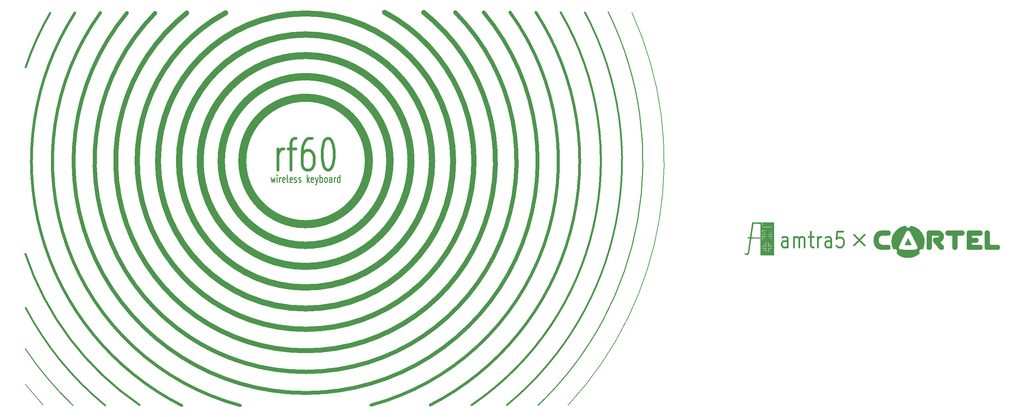
<source format=gto>
%TF.GenerationSoftware,KiCad,Pcbnew,4.0.2-stable*%
%TF.CreationDate,2018-01-14T16:25:27+11:00*%
%TF.ProjectId,60,36302E6B696361645F70636200000000,rev?*%
%TF.FileFunction,Legend,Top*%
%FSLAX46Y46*%
G04 Gerber Fmt 4.6, Leading zero omitted, Abs format (unit mm)*
G04 Created by KiCad (PCBNEW 4.0.2-stable) date 14/01/2018 4:25:27 PM*
%MOMM*%
G01*
G04 APERTURE LIST*
%ADD10C,0.100000*%
%ADD11C,0.200000*%
%ADD12C,0.254000*%
%ADD13C,0.381000*%
%ADD14C,0.508000*%
%ADD15C,0.635000*%
%ADD16C,0.762000*%
%ADD17C,0.889000*%
%ADD18C,1.016000*%
%ADD19C,1.143000*%
%ADD20C,1.270000*%
%ADD21C,1.397000*%
%ADD22C,1.905000*%
%ADD23C,1.524000*%
%ADD24C,1.651000*%
%ADD25C,1.778000*%
%ADD26C,0.406400*%
%ADD27C,0.010000*%
G04 APERTURE END LIST*
D10*
D11*
X5111176Y-127991153D02*
G75*
G03X9398000Y-132969000I67532824J53823153D01*
G01*
X135852339Y-133052227D02*
G75*
G03X151257000Y-38354000I-63208339J58884227D01*
G01*
D12*
X5131085Y-119459275D02*
G75*
G03X16637000Y-133096000I67512915J45291275D01*
G01*
X128637091Y-133080202D02*
G75*
G03X145542000Y-38227000I-55993091J58912202D01*
G01*
D13*
X5195432Y-109554826D02*
G75*
G03X24384000Y-133096000I67448568J35386826D01*
G01*
X121158479Y-132986569D02*
G75*
G03X139954000Y-38354000I-48514479J58818569D01*
G01*
D14*
X11129952Y-38463630D02*
G75*
G03X5207000Y-51562000I61514048J-35704370D01*
G01*
X5149136Y-96582304D02*
G75*
G03X32639000Y-132969000I67494864J22414304D01*
G01*
X112658550Y-132988009D02*
G75*
G03X134112000Y-38354000I-40014550J58820009D01*
G01*
D15*
X17033695Y-38520740D02*
G75*
G03X42799000Y-133096000I55610305J-35647260D01*
G01*
X102666134Y-133002115D02*
G75*
G03X128143000Y-38354000I-30022134J58834115D01*
G01*
D16*
X23211109Y-38434291D02*
G75*
G03X56896000Y-133096000I49432891J-35733709D01*
G01*
X88420310Y-133005699D02*
G75*
G03X121920000Y-38354000I-15776310J58837699D01*
G01*
D17*
X29607067Y-38487383D02*
G75*
G03X115570000Y-38354000I43036933J-35680617D01*
G01*
D18*
X36392030Y-38540231D02*
G75*
G03X108712000Y-38354000I36251970J-35627769D01*
G01*
D19*
X44022613Y-38492414D02*
G75*
G03X101092000Y-38354000I28621387J-35675586D01*
G01*
D20*
X53355868Y-38481685D02*
G75*
G03X91694000Y-38354000I19288132J-35686315D01*
G01*
D21*
X108204000Y-74168000D02*
G75*
G03X108204000Y-74168000I-35560000J0D01*
G01*
D22*
X87884000Y-74168000D02*
G75*
G03X87884000Y-74168000I-15240000J0D01*
G01*
D23*
X103124000Y-74168000D02*
G75*
G03X103124000Y-74168000I-30480000J0D01*
G01*
D24*
X98044000Y-74168000D02*
G75*
G03X98044000Y-74168000I-25400000J0D01*
G01*
D25*
X92964000Y-74168000D02*
G75*
G03X92964000Y-74168000I-20320000J0D01*
G01*
D13*
X207264000Y-91948000D02*
X204724000Y-94488000D01*
X207264000Y-94488000D02*
X204724000Y-91948000D01*
D26*
X188794572Y-94941571D02*
X188794572Y-92945857D01*
X188649429Y-92583000D01*
X188359143Y-92401571D01*
X187778572Y-92401571D01*
X187488286Y-92583000D01*
X188794572Y-94760143D02*
X188504286Y-94941571D01*
X187778572Y-94941571D01*
X187488286Y-94760143D01*
X187343143Y-94397286D01*
X187343143Y-94034429D01*
X187488286Y-93671571D01*
X187778572Y-93490143D01*
X188504286Y-93490143D01*
X188794572Y-93308714D01*
X190246000Y-94941571D02*
X190246000Y-92401571D01*
X190246000Y-92764429D02*
X190391143Y-92583000D01*
X190681429Y-92401571D01*
X191116857Y-92401571D01*
X191407143Y-92583000D01*
X191552286Y-92945857D01*
X191552286Y-94941571D01*
X191552286Y-92945857D02*
X191697429Y-92583000D01*
X191987715Y-92401571D01*
X192423143Y-92401571D01*
X192713429Y-92583000D01*
X192858572Y-92945857D01*
X192858572Y-94941571D01*
X193874572Y-92401571D02*
X195035715Y-92401571D01*
X194310000Y-91131571D02*
X194310000Y-94397286D01*
X194455143Y-94760143D01*
X194745429Y-94941571D01*
X195035715Y-94941571D01*
X196051714Y-94941571D02*
X196051714Y-92401571D01*
X196051714Y-93127286D02*
X196196857Y-92764429D01*
X196342000Y-92583000D01*
X196632286Y-92401571D01*
X196922571Y-92401571D01*
X199244857Y-94941571D02*
X199244857Y-92945857D01*
X199099714Y-92583000D01*
X198809428Y-92401571D01*
X198228857Y-92401571D01*
X197938571Y-92583000D01*
X199244857Y-94760143D02*
X198954571Y-94941571D01*
X198228857Y-94941571D01*
X197938571Y-94760143D01*
X197793428Y-94397286D01*
X197793428Y-94034429D01*
X197938571Y-93671571D01*
X198228857Y-93490143D01*
X198954571Y-93490143D01*
X199244857Y-93308714D01*
X202147714Y-91131571D02*
X200696285Y-91131571D01*
X200551142Y-92945857D01*
X200696285Y-92764429D01*
X200986571Y-92583000D01*
X201712285Y-92583000D01*
X202002571Y-92764429D01*
X202147714Y-92945857D01*
X202292857Y-93308714D01*
X202292857Y-94215857D01*
X202147714Y-94578714D01*
X202002571Y-94760143D01*
X201712285Y-94941571D01*
X200986571Y-94941571D01*
X200696285Y-94760143D01*
X200551142Y-94578714D01*
D12*
X64298287Y-78105000D02*
X64540191Y-79290333D01*
X64782096Y-78443667D01*
X65024001Y-79290333D01*
X65265906Y-78105000D01*
X65749715Y-79290333D02*
X65749715Y-78105000D01*
X65749715Y-77512333D02*
X65689239Y-77597000D01*
X65749715Y-77681667D01*
X65810191Y-77597000D01*
X65749715Y-77512333D01*
X65749715Y-77681667D01*
X66354477Y-79290333D02*
X66354477Y-78105000D01*
X66354477Y-78443667D02*
X66414953Y-78274333D01*
X66475429Y-78189667D01*
X66596382Y-78105000D01*
X66717334Y-78105000D01*
X67624476Y-79205667D02*
X67503524Y-79290333D01*
X67261619Y-79290333D01*
X67140667Y-79205667D01*
X67080191Y-79036333D01*
X67080191Y-78359000D01*
X67140667Y-78189667D01*
X67261619Y-78105000D01*
X67503524Y-78105000D01*
X67624476Y-78189667D01*
X67684953Y-78359000D01*
X67684953Y-78528333D01*
X67080191Y-78697667D01*
X68410667Y-79290333D02*
X68289714Y-79205667D01*
X68229238Y-79036333D01*
X68229238Y-77512333D01*
X69378285Y-79205667D02*
X69257333Y-79290333D01*
X69015428Y-79290333D01*
X68894476Y-79205667D01*
X68834000Y-79036333D01*
X68834000Y-78359000D01*
X68894476Y-78189667D01*
X69015428Y-78105000D01*
X69257333Y-78105000D01*
X69378285Y-78189667D01*
X69438762Y-78359000D01*
X69438762Y-78528333D01*
X68834000Y-78697667D01*
X69922571Y-79205667D02*
X70043523Y-79290333D01*
X70285428Y-79290333D01*
X70406380Y-79205667D01*
X70466856Y-79036333D01*
X70466856Y-78951667D01*
X70406380Y-78782333D01*
X70285428Y-78697667D01*
X70103999Y-78697667D01*
X69983047Y-78613000D01*
X69922571Y-78443667D01*
X69922571Y-78359000D01*
X69983047Y-78189667D01*
X70103999Y-78105000D01*
X70285428Y-78105000D01*
X70406380Y-78189667D01*
X70950666Y-79205667D02*
X71071618Y-79290333D01*
X71313523Y-79290333D01*
X71434475Y-79205667D01*
X71494951Y-79036333D01*
X71494951Y-78951667D01*
X71434475Y-78782333D01*
X71313523Y-78697667D01*
X71132094Y-78697667D01*
X71011142Y-78613000D01*
X70950666Y-78443667D01*
X70950666Y-78359000D01*
X71011142Y-78189667D01*
X71132094Y-78105000D01*
X71313523Y-78105000D01*
X71434475Y-78189667D01*
X73006856Y-79290333D02*
X73006856Y-77512333D01*
X73127808Y-78613000D02*
X73490665Y-79290333D01*
X73490665Y-78105000D02*
X73006856Y-78782333D01*
X74518760Y-79205667D02*
X74397808Y-79290333D01*
X74155903Y-79290333D01*
X74034951Y-79205667D01*
X73974475Y-79036333D01*
X73974475Y-78359000D01*
X74034951Y-78189667D01*
X74155903Y-78105000D01*
X74397808Y-78105000D01*
X74518760Y-78189667D01*
X74579237Y-78359000D01*
X74579237Y-78528333D01*
X73974475Y-78697667D01*
X75002570Y-78105000D02*
X75304951Y-79290333D01*
X75607331Y-78105000D02*
X75304951Y-79290333D01*
X75183998Y-79713667D01*
X75123522Y-79798333D01*
X75002570Y-79883000D01*
X76091141Y-79290333D02*
X76091141Y-77512333D01*
X76091141Y-78189667D02*
X76212093Y-78105000D01*
X76453998Y-78105000D01*
X76574950Y-78189667D01*
X76635427Y-78274333D01*
X76695903Y-78443667D01*
X76695903Y-78951667D01*
X76635427Y-79121000D01*
X76574950Y-79205667D01*
X76453998Y-79290333D01*
X76212093Y-79290333D01*
X76091141Y-79205667D01*
X77421618Y-79290333D02*
X77300665Y-79205667D01*
X77240189Y-79121000D01*
X77179713Y-78951667D01*
X77179713Y-78443667D01*
X77240189Y-78274333D01*
X77300665Y-78189667D01*
X77421618Y-78105000D01*
X77603046Y-78105000D01*
X77723998Y-78189667D01*
X77784475Y-78274333D01*
X77844951Y-78443667D01*
X77844951Y-78951667D01*
X77784475Y-79121000D01*
X77723998Y-79205667D01*
X77603046Y-79290333D01*
X77421618Y-79290333D01*
X78933523Y-79290333D02*
X78933523Y-78359000D01*
X78873046Y-78189667D01*
X78752094Y-78105000D01*
X78510189Y-78105000D01*
X78389237Y-78189667D01*
X78933523Y-79205667D02*
X78812570Y-79290333D01*
X78510189Y-79290333D01*
X78389237Y-79205667D01*
X78328761Y-79036333D01*
X78328761Y-78867000D01*
X78389237Y-78697667D01*
X78510189Y-78613000D01*
X78812570Y-78613000D01*
X78933523Y-78528333D01*
X79538285Y-79290333D02*
X79538285Y-78105000D01*
X79538285Y-78443667D02*
X79598761Y-78274333D01*
X79659237Y-78189667D01*
X79780190Y-78105000D01*
X79901142Y-78105000D01*
X80868761Y-79290333D02*
X80868761Y-77512333D01*
X80868761Y-79205667D02*
X80747808Y-79290333D01*
X80505904Y-79290333D01*
X80384951Y-79205667D01*
X80324475Y-79121000D01*
X80263999Y-78951667D01*
X80263999Y-78443667D01*
X80324475Y-78274333D01*
X80384951Y-78189667D01*
X80505904Y-78105000D01*
X80747808Y-78105000D01*
X80868761Y-78189667D01*
D15*
X65991620Y-76345143D02*
X65991620Y-71265143D01*
X65991620Y-72716571D02*
X66233525Y-71990857D01*
X66475429Y-71628000D01*
X66959239Y-71265143D01*
X67443048Y-71265143D01*
X68410668Y-71265143D02*
X70345906Y-71265143D01*
X69136382Y-76345143D02*
X69136382Y-69813714D01*
X69378287Y-69088000D01*
X69862096Y-68725143D01*
X70345906Y-68725143D01*
X74216382Y-68725143D02*
X73248763Y-68725143D01*
X72764953Y-69088000D01*
X72523048Y-69450857D01*
X72039239Y-70539429D01*
X71797334Y-71990857D01*
X71797334Y-74893714D01*
X72039239Y-75619429D01*
X72281144Y-75982286D01*
X72764953Y-76345143D01*
X73732572Y-76345143D01*
X74216382Y-75982286D01*
X74458286Y-75619429D01*
X74700191Y-74893714D01*
X74700191Y-73079429D01*
X74458286Y-72353714D01*
X74216382Y-71990857D01*
X73732572Y-71628000D01*
X72764953Y-71628000D01*
X72281144Y-71990857D01*
X72039239Y-72353714D01*
X71797334Y-73079429D01*
X77844953Y-68725143D02*
X78328762Y-68725143D01*
X78812572Y-69088000D01*
X79054477Y-69450857D01*
X79296381Y-70176571D01*
X79538286Y-71628000D01*
X79538286Y-73442286D01*
X79296381Y-74893714D01*
X79054477Y-75619429D01*
X78812572Y-75982286D01*
X78328762Y-76345143D01*
X77844953Y-76345143D01*
X77361143Y-75982286D01*
X77119239Y-75619429D01*
X76877334Y-74893714D01*
X76635429Y-73442286D01*
X76635429Y-71628000D01*
X76877334Y-70176571D01*
X77119239Y-69450857D01*
X77361143Y-69088000D01*
X77844953Y-68725143D01*
D27*
G36*
X217174339Y-89770012D02*
X217192408Y-89795498D01*
X217216748Y-89835776D01*
X217246209Y-89889026D01*
X217255128Y-89905840D01*
X217302750Y-89990830D01*
X217348220Y-90059230D01*
X217394310Y-90114162D01*
X217443790Y-90158750D01*
X217499430Y-90196118D01*
X217525266Y-90210392D01*
X217627500Y-90253265D01*
X217731454Y-90276182D01*
X217835712Y-90279265D01*
X217938861Y-90262636D01*
X218039484Y-90226415D01*
X218136168Y-90170723D01*
X218156186Y-90156306D01*
X218205435Y-90111721D01*
X218254296Y-90051373D01*
X218303833Y-89973781D01*
X218352372Y-89882980D01*
X218373509Y-89840827D01*
X218391348Y-89805790D01*
X218403960Y-89781619D01*
X218409360Y-89772122D01*
X218422150Y-89770921D01*
X218451707Y-89774378D01*
X218495181Y-89781858D01*
X218549721Y-89792727D01*
X218612476Y-89806351D01*
X218680595Y-89822094D01*
X218751227Y-89839321D01*
X218821522Y-89857399D01*
X218888629Y-89875692D01*
X218935353Y-89889231D01*
X219192381Y-89976501D01*
X219444036Y-90082697D01*
X219688825Y-90206800D01*
X219925253Y-90347790D01*
X220151828Y-90504647D01*
X220367056Y-90676350D01*
X220569442Y-90861881D01*
X220757493Y-91060220D01*
X220897980Y-91229180D01*
X221063227Y-91456184D01*
X221209989Y-91691227D01*
X221338400Y-91934634D01*
X221448595Y-92186726D01*
X221540710Y-92447830D01*
X221614880Y-92718268D01*
X221671239Y-92998365D01*
X221691714Y-93134180D01*
X221698908Y-93202809D01*
X221704497Y-93287628D01*
X221708481Y-93384569D01*
X221710858Y-93489567D01*
X221711631Y-93598554D01*
X221710797Y-93707463D01*
X221708358Y-93812227D01*
X221704313Y-93908781D01*
X221698663Y-93993056D01*
X221691714Y-94058740D01*
X221644252Y-94341092D01*
X221579564Y-94613567D01*
X221497783Y-94875717D01*
X221399045Y-95127096D01*
X221317840Y-95300548D01*
X221298313Y-95338460D01*
X221284374Y-95361351D01*
X221272958Y-95372584D01*
X221261001Y-95375523D01*
X221250523Y-95374423D01*
X221129794Y-95357637D01*
X221024748Y-95350333D01*
X220932843Y-95353010D01*
X220851535Y-95366168D01*
X220778281Y-95390304D01*
X220710539Y-95425917D01*
X220645765Y-95473506D01*
X220617299Y-95498598D01*
X220552039Y-95567561D01*
X220502935Y-95640530D01*
X220465939Y-95723692D01*
X220461281Y-95737138D01*
X220437013Y-95825730D01*
X220426773Y-95908648D01*
X220430955Y-95989997D01*
X220449951Y-96073881D01*
X220484155Y-96164406D01*
X220506903Y-96213073D01*
X220566395Y-96333955D01*
X220462682Y-96430535D01*
X220262119Y-96603791D01*
X220047061Y-96764009D01*
X219819394Y-96910180D01*
X219581002Y-97041294D01*
X219333771Y-97156340D01*
X219079584Y-97254307D01*
X218820327Y-97334186D01*
X218736858Y-97355699D01*
X218602853Y-97386985D01*
X218479040Y-97412122D01*
X218360435Y-97431718D01*
X218242051Y-97446381D01*
X218118905Y-97456718D01*
X217986010Y-97463339D01*
X217838382Y-97466851D01*
X217824050Y-97467037D01*
X217747491Y-97467815D01*
X217675991Y-97468248D01*
X217612530Y-97468338D01*
X217560091Y-97468093D01*
X217521654Y-97467516D01*
X217500202Y-97466613D01*
X217498930Y-97466486D01*
X217474386Y-97463879D01*
X217435382Y-97459975D01*
X217387694Y-97455345D01*
X217346530Y-97451440D01*
X217157475Y-97427619D01*
X216959220Y-97391366D01*
X216757407Y-97344123D01*
X216557681Y-97287335D01*
X216365685Y-97222445D01*
X216209816Y-97160731D01*
X215980578Y-97054038D01*
X215756953Y-96932634D01*
X215542036Y-96798511D01*
X215338917Y-96653664D01*
X215150688Y-96500086D01*
X215065610Y-96422983D01*
X214994490Y-96356175D01*
X215048490Y-96253608D01*
X215085681Y-96179682D01*
X215112656Y-96117388D01*
X215131042Y-96061847D01*
X215142462Y-96008178D01*
X215148403Y-95953580D01*
X215146428Y-95845311D01*
X215125257Y-95743685D01*
X215084967Y-95648901D01*
X215025632Y-95561159D01*
X214980219Y-95511278D01*
X214914808Y-95452289D01*
X214849527Y-95406643D01*
X214781459Y-95373594D01*
X214707683Y-95352395D01*
X214625282Y-95342301D01*
X214531337Y-95342566D01*
X214422929Y-95352443D01*
X214380808Y-95358064D01*
X214254807Y-95376012D01*
X214196228Y-95253316D01*
X214089614Y-95010158D01*
X214080013Y-94983492D01*
X215504347Y-94983492D01*
X215513472Y-95066684D01*
X215537598Y-95153620D01*
X215574602Y-95237104D01*
X215584216Y-95254217D01*
X215642068Y-95333552D01*
X215715110Y-95402375D01*
X215799950Y-95458390D01*
X215893194Y-95499303D01*
X215978452Y-95520817D01*
X215994108Y-95521759D01*
X216029007Y-95522687D01*
X216082074Y-95523595D01*
X216152232Y-95524476D01*
X216238404Y-95525324D01*
X216339515Y-95526134D01*
X216454488Y-95526900D01*
X216582246Y-95527615D01*
X216721714Y-95528275D01*
X216871815Y-95528872D01*
X217031473Y-95529401D01*
X217199611Y-95529857D01*
X217375153Y-95530232D01*
X217557023Y-95530522D01*
X217744144Y-95530721D01*
X217786378Y-95530752D01*
X218010364Y-95530888D01*
X218214945Y-95530977D01*
X218401033Y-95531009D01*
X218569542Y-95530979D01*
X218721387Y-95530878D01*
X218857480Y-95530700D01*
X218978737Y-95530436D01*
X219086070Y-95530081D01*
X219180394Y-95529625D01*
X219262622Y-95529063D01*
X219333668Y-95528386D01*
X219394446Y-95527587D01*
X219445869Y-95526659D01*
X219488853Y-95525595D01*
X219524309Y-95524387D01*
X219553152Y-95523028D01*
X219576297Y-95521511D01*
X219594656Y-95519828D01*
X219609143Y-95517972D01*
X219620258Y-95516020D01*
X219723226Y-95485533D01*
X219816640Y-95438576D01*
X219898515Y-95376597D01*
X219966864Y-95301043D01*
X220010742Y-95231283D01*
X220050838Y-95142284D01*
X220073516Y-95059226D01*
X220079081Y-94978110D01*
X220067840Y-94894938D01*
X220042735Y-94812676D01*
X220021688Y-94757990D01*
X219996951Y-94696884D01*
X219968188Y-94628653D01*
X219935060Y-94552591D01*
X219897232Y-94467994D01*
X219854365Y-94374156D01*
X219806122Y-94270373D01*
X219752167Y-94155940D01*
X219692161Y-94030151D01*
X219625768Y-93892302D01*
X219552650Y-93741688D01*
X219472470Y-93577604D01*
X219384891Y-93399344D01*
X219289576Y-93206205D01*
X219186187Y-92997480D01*
X219074387Y-92772465D01*
X218953839Y-92530455D01*
X218884561Y-92391601D01*
X218796992Y-92216189D01*
X218718002Y-92058016D01*
X218647096Y-91916135D01*
X218583779Y-91789604D01*
X218527558Y-91677478D01*
X218477939Y-91578812D01*
X218434426Y-91492663D01*
X218396525Y-91418086D01*
X218363743Y-91354137D01*
X218335584Y-91299872D01*
X218311555Y-91254346D01*
X218291161Y-91216615D01*
X218273908Y-91185735D01*
X218259301Y-91160762D01*
X218246846Y-91140751D01*
X218236050Y-91124758D01*
X218226416Y-91111839D01*
X218217451Y-91101050D01*
X218208662Y-91091446D01*
X218199552Y-91082083D01*
X218198376Y-91080892D01*
X218117564Y-91012776D01*
X218027330Y-90961048D01*
X217930375Y-90926360D01*
X217829397Y-90909362D01*
X217727096Y-90910703D01*
X217626171Y-90931035D01*
X217605037Y-90937907D01*
X217557332Y-90956888D01*
X217508325Y-90980201D01*
X217467987Y-91003068D01*
X217465170Y-91004909D01*
X217443754Y-91019247D01*
X217424332Y-91032991D01*
X217406204Y-91047332D01*
X217388673Y-91063457D01*
X217371039Y-91082556D01*
X217352605Y-91105819D01*
X217332670Y-91134436D01*
X217310536Y-91169594D01*
X217285506Y-91212485D01*
X217256879Y-91264297D01*
X217223958Y-91326219D01*
X217186043Y-91399441D01*
X217142436Y-91485152D01*
X217092439Y-91584542D01*
X217035352Y-91698800D01*
X216970476Y-91829115D01*
X216912633Y-91945460D01*
X216774501Y-92223572D01*
X216645309Y-92484191D01*
X216524765Y-92727922D01*
X216412579Y-92955375D01*
X216308458Y-93167156D01*
X216212112Y-93363873D01*
X216123250Y-93546135D01*
X216041580Y-93714548D01*
X215966812Y-93869721D01*
X215898653Y-94012262D01*
X215836813Y-94142778D01*
X215781001Y-94261877D01*
X215730925Y-94370166D01*
X215686295Y-94468254D01*
X215646818Y-94556749D01*
X215612205Y-94636257D01*
X215582163Y-94707387D01*
X215556401Y-94770746D01*
X215544757Y-94800420D01*
X215525790Y-94851289D01*
X215513695Y-94889981D01*
X215507064Y-94922874D01*
X215504490Y-94956347D01*
X215504347Y-94983492D01*
X214080013Y-94983492D01*
X214001246Y-94764724D01*
X213930211Y-94513900D01*
X213875597Y-94254576D01*
X213845654Y-94058740D01*
X213840275Y-94007542D01*
X213835200Y-93940619D01*
X213830686Y-93862565D01*
X213826990Y-93777975D01*
X213824372Y-93691443D01*
X213823967Y-93672660D01*
X213823584Y-93480488D01*
X213830823Y-93301771D01*
X213846297Y-93130891D01*
X213870620Y-92962228D01*
X213904405Y-92790164D01*
X213934027Y-92664632D01*
X214010557Y-92400325D01*
X214105386Y-92143891D01*
X214217781Y-91896082D01*
X214347008Y-91657654D01*
X214492335Y-91429360D01*
X214653029Y-91211953D01*
X214828355Y-91006189D01*
X215017581Y-90812821D01*
X215219974Y-90632602D01*
X215434800Y-90466287D01*
X215661326Y-90314630D01*
X215898819Y-90178384D01*
X216146545Y-90058304D01*
X216403772Y-89955144D01*
X216645403Y-89876632D01*
X216695157Y-89862931D01*
X216754743Y-89847654D01*
X216820682Y-89831578D01*
X216889495Y-89815477D01*
X216957703Y-89800127D01*
X217021827Y-89786303D01*
X217078387Y-89774781D01*
X217123904Y-89766336D01*
X217154900Y-89761743D01*
X217163688Y-89761133D01*
X217174339Y-89770012D01*
X217174339Y-89770012D01*
G37*
X217174339Y-89770012D02*
X217192408Y-89795498D01*
X217216748Y-89835776D01*
X217246209Y-89889026D01*
X217255128Y-89905840D01*
X217302750Y-89990830D01*
X217348220Y-90059230D01*
X217394310Y-90114162D01*
X217443790Y-90158750D01*
X217499430Y-90196118D01*
X217525266Y-90210392D01*
X217627500Y-90253265D01*
X217731454Y-90276182D01*
X217835712Y-90279265D01*
X217938861Y-90262636D01*
X218039484Y-90226415D01*
X218136168Y-90170723D01*
X218156186Y-90156306D01*
X218205435Y-90111721D01*
X218254296Y-90051373D01*
X218303833Y-89973781D01*
X218352372Y-89882980D01*
X218373509Y-89840827D01*
X218391348Y-89805790D01*
X218403960Y-89781619D01*
X218409360Y-89772122D01*
X218422150Y-89770921D01*
X218451707Y-89774378D01*
X218495181Y-89781858D01*
X218549721Y-89792727D01*
X218612476Y-89806351D01*
X218680595Y-89822094D01*
X218751227Y-89839321D01*
X218821522Y-89857399D01*
X218888629Y-89875692D01*
X218935353Y-89889231D01*
X219192381Y-89976501D01*
X219444036Y-90082697D01*
X219688825Y-90206800D01*
X219925253Y-90347790D01*
X220151828Y-90504647D01*
X220367056Y-90676350D01*
X220569442Y-90861881D01*
X220757493Y-91060220D01*
X220897980Y-91229180D01*
X221063227Y-91456184D01*
X221209989Y-91691227D01*
X221338400Y-91934634D01*
X221448595Y-92186726D01*
X221540710Y-92447830D01*
X221614880Y-92718268D01*
X221671239Y-92998365D01*
X221691714Y-93134180D01*
X221698908Y-93202809D01*
X221704497Y-93287628D01*
X221708481Y-93384569D01*
X221710858Y-93489567D01*
X221711631Y-93598554D01*
X221710797Y-93707463D01*
X221708358Y-93812227D01*
X221704313Y-93908781D01*
X221698663Y-93993056D01*
X221691714Y-94058740D01*
X221644252Y-94341092D01*
X221579564Y-94613567D01*
X221497783Y-94875717D01*
X221399045Y-95127096D01*
X221317840Y-95300548D01*
X221298313Y-95338460D01*
X221284374Y-95361351D01*
X221272958Y-95372584D01*
X221261001Y-95375523D01*
X221250523Y-95374423D01*
X221129794Y-95357637D01*
X221024748Y-95350333D01*
X220932843Y-95353010D01*
X220851535Y-95366168D01*
X220778281Y-95390304D01*
X220710539Y-95425917D01*
X220645765Y-95473506D01*
X220617299Y-95498598D01*
X220552039Y-95567561D01*
X220502935Y-95640530D01*
X220465939Y-95723692D01*
X220461281Y-95737138D01*
X220437013Y-95825730D01*
X220426773Y-95908648D01*
X220430955Y-95989997D01*
X220449951Y-96073881D01*
X220484155Y-96164406D01*
X220506903Y-96213073D01*
X220566395Y-96333955D01*
X220462682Y-96430535D01*
X220262119Y-96603791D01*
X220047061Y-96764009D01*
X219819394Y-96910180D01*
X219581002Y-97041294D01*
X219333771Y-97156340D01*
X219079584Y-97254307D01*
X218820327Y-97334186D01*
X218736858Y-97355699D01*
X218602853Y-97386985D01*
X218479040Y-97412122D01*
X218360435Y-97431718D01*
X218242051Y-97446381D01*
X218118905Y-97456718D01*
X217986010Y-97463339D01*
X217838382Y-97466851D01*
X217824050Y-97467037D01*
X217747491Y-97467815D01*
X217675991Y-97468248D01*
X217612530Y-97468338D01*
X217560091Y-97468093D01*
X217521654Y-97467516D01*
X217500202Y-97466613D01*
X217498930Y-97466486D01*
X217474386Y-97463879D01*
X217435382Y-97459975D01*
X217387694Y-97455345D01*
X217346530Y-97451440D01*
X217157475Y-97427619D01*
X216959220Y-97391366D01*
X216757407Y-97344123D01*
X216557681Y-97287335D01*
X216365685Y-97222445D01*
X216209816Y-97160731D01*
X215980578Y-97054038D01*
X215756953Y-96932634D01*
X215542036Y-96798511D01*
X215338917Y-96653664D01*
X215150688Y-96500086D01*
X215065610Y-96422983D01*
X214994490Y-96356175D01*
X215048490Y-96253608D01*
X215085681Y-96179682D01*
X215112656Y-96117388D01*
X215131042Y-96061847D01*
X215142462Y-96008178D01*
X215148403Y-95953580D01*
X215146428Y-95845311D01*
X215125257Y-95743685D01*
X215084967Y-95648901D01*
X215025632Y-95561159D01*
X214980219Y-95511278D01*
X214914808Y-95452289D01*
X214849527Y-95406643D01*
X214781459Y-95373594D01*
X214707683Y-95352395D01*
X214625282Y-95342301D01*
X214531337Y-95342566D01*
X214422929Y-95352443D01*
X214380808Y-95358064D01*
X214254807Y-95376012D01*
X214196228Y-95253316D01*
X214089614Y-95010158D01*
X214080013Y-94983492D01*
X215504347Y-94983492D01*
X215513472Y-95066684D01*
X215537598Y-95153620D01*
X215574602Y-95237104D01*
X215584216Y-95254217D01*
X215642068Y-95333552D01*
X215715110Y-95402375D01*
X215799950Y-95458390D01*
X215893194Y-95499303D01*
X215978452Y-95520817D01*
X215994108Y-95521759D01*
X216029007Y-95522687D01*
X216082074Y-95523595D01*
X216152232Y-95524476D01*
X216238404Y-95525324D01*
X216339515Y-95526134D01*
X216454488Y-95526900D01*
X216582246Y-95527615D01*
X216721714Y-95528275D01*
X216871815Y-95528872D01*
X217031473Y-95529401D01*
X217199611Y-95529857D01*
X217375153Y-95530232D01*
X217557023Y-95530522D01*
X217744144Y-95530721D01*
X217786378Y-95530752D01*
X218010364Y-95530888D01*
X218214945Y-95530977D01*
X218401033Y-95531009D01*
X218569542Y-95530979D01*
X218721387Y-95530878D01*
X218857480Y-95530700D01*
X218978737Y-95530436D01*
X219086070Y-95530081D01*
X219180394Y-95529625D01*
X219262622Y-95529063D01*
X219333668Y-95528386D01*
X219394446Y-95527587D01*
X219445869Y-95526659D01*
X219488853Y-95525595D01*
X219524309Y-95524387D01*
X219553152Y-95523028D01*
X219576297Y-95521511D01*
X219594656Y-95519828D01*
X219609143Y-95517972D01*
X219620258Y-95516020D01*
X219723226Y-95485533D01*
X219816640Y-95438576D01*
X219898515Y-95376597D01*
X219966864Y-95301043D01*
X220010742Y-95231283D01*
X220050838Y-95142284D01*
X220073516Y-95059226D01*
X220079081Y-94978110D01*
X220067840Y-94894938D01*
X220042735Y-94812676D01*
X220021688Y-94757990D01*
X219996951Y-94696884D01*
X219968188Y-94628653D01*
X219935060Y-94552591D01*
X219897232Y-94467994D01*
X219854365Y-94374156D01*
X219806122Y-94270373D01*
X219752167Y-94155940D01*
X219692161Y-94030151D01*
X219625768Y-93892302D01*
X219552650Y-93741688D01*
X219472470Y-93577604D01*
X219384891Y-93399344D01*
X219289576Y-93206205D01*
X219186187Y-92997480D01*
X219074387Y-92772465D01*
X218953839Y-92530455D01*
X218884561Y-92391601D01*
X218796992Y-92216189D01*
X218718002Y-92058016D01*
X218647096Y-91916135D01*
X218583779Y-91789604D01*
X218527558Y-91677478D01*
X218477939Y-91578812D01*
X218434426Y-91492663D01*
X218396525Y-91418086D01*
X218363743Y-91354137D01*
X218335584Y-91299872D01*
X218311555Y-91254346D01*
X218291161Y-91216615D01*
X218273908Y-91185735D01*
X218259301Y-91160762D01*
X218246846Y-91140751D01*
X218236050Y-91124758D01*
X218226416Y-91111839D01*
X218217451Y-91101050D01*
X218208662Y-91091446D01*
X218199552Y-91082083D01*
X218198376Y-91080892D01*
X218117564Y-91012776D01*
X218027330Y-90961048D01*
X217930375Y-90926360D01*
X217829397Y-90909362D01*
X217727096Y-90910703D01*
X217626171Y-90931035D01*
X217605037Y-90937907D01*
X217557332Y-90956888D01*
X217508325Y-90980201D01*
X217467987Y-91003068D01*
X217465170Y-91004909D01*
X217443754Y-91019247D01*
X217424332Y-91032991D01*
X217406204Y-91047332D01*
X217388673Y-91063457D01*
X217371039Y-91082556D01*
X217352605Y-91105819D01*
X217332670Y-91134436D01*
X217310536Y-91169594D01*
X217285506Y-91212485D01*
X217256879Y-91264297D01*
X217223958Y-91326219D01*
X217186043Y-91399441D01*
X217142436Y-91485152D01*
X217092439Y-91584542D01*
X217035352Y-91698800D01*
X216970476Y-91829115D01*
X216912633Y-91945460D01*
X216774501Y-92223572D01*
X216645309Y-92484191D01*
X216524765Y-92727922D01*
X216412579Y-92955375D01*
X216308458Y-93167156D01*
X216212112Y-93363873D01*
X216123250Y-93546135D01*
X216041580Y-93714548D01*
X215966812Y-93869721D01*
X215898653Y-94012262D01*
X215836813Y-94142778D01*
X215781001Y-94261877D01*
X215730925Y-94370166D01*
X215686295Y-94468254D01*
X215646818Y-94556749D01*
X215612205Y-94636257D01*
X215582163Y-94707387D01*
X215556401Y-94770746D01*
X215544757Y-94800420D01*
X215525790Y-94851289D01*
X215513695Y-94889981D01*
X215507064Y-94922874D01*
X215504490Y-94956347D01*
X215504347Y-94983492D01*
X214080013Y-94983492D01*
X214001246Y-94764724D01*
X213930211Y-94513900D01*
X213875597Y-94254576D01*
X213845654Y-94058740D01*
X213840275Y-94007542D01*
X213835200Y-93940619D01*
X213830686Y-93862565D01*
X213826990Y-93777975D01*
X213824372Y-93691443D01*
X213823967Y-93672660D01*
X213823584Y-93480488D01*
X213830823Y-93301771D01*
X213846297Y-93130891D01*
X213870620Y-92962228D01*
X213904405Y-92790164D01*
X213934027Y-92664632D01*
X214010557Y-92400325D01*
X214105386Y-92143891D01*
X214217781Y-91896082D01*
X214347008Y-91657654D01*
X214492335Y-91429360D01*
X214653029Y-91211953D01*
X214828355Y-91006189D01*
X215017581Y-90812821D01*
X215219974Y-90632602D01*
X215434800Y-90466287D01*
X215661326Y-90314630D01*
X215898819Y-90178384D01*
X216146545Y-90058304D01*
X216403772Y-89955144D01*
X216645403Y-89876632D01*
X216695157Y-89862931D01*
X216754743Y-89847654D01*
X216820682Y-89831578D01*
X216889495Y-89815477D01*
X216957703Y-89800127D01*
X217021827Y-89786303D01*
X217078387Y-89774781D01*
X217123904Y-89766336D01*
X217154900Y-89761743D01*
X217163688Y-89761133D01*
X217174339Y-89770012D01*
G36*
X212714199Y-90910736D02*
X212802848Y-90911599D01*
X212878675Y-90913055D01*
X212943180Y-90915161D01*
X212997863Y-90917975D01*
X213044221Y-90921552D01*
X213083756Y-90925950D01*
X213117965Y-90931227D01*
X213148349Y-90937438D01*
X213176406Y-90944640D01*
X213193629Y-90949734D01*
X213281584Y-90987172D01*
X213358521Y-91040956D01*
X213422703Y-91109353D01*
X213472393Y-91190630D01*
X213496943Y-91252140D01*
X213510403Y-91308886D01*
X213519703Y-91379173D01*
X213524603Y-91456601D01*
X213524864Y-91534772D01*
X213520245Y-91607287D01*
X213512234Y-91660024D01*
X213482346Y-91761753D01*
X213438685Y-91848608D01*
X213380927Y-91920948D01*
X213308743Y-91979135D01*
X213221807Y-92023529D01*
X213165690Y-92042753D01*
X213152619Y-92046120D01*
X213137041Y-92049078D01*
X213117511Y-92051672D01*
X213092582Y-92053943D01*
X213060810Y-92055936D01*
X213020750Y-92057693D01*
X212970957Y-92059257D01*
X212909984Y-92060672D01*
X212836387Y-92061981D01*
X212748722Y-92063227D01*
X212645541Y-92064452D01*
X212525401Y-92065700D01*
X212386856Y-92067015D01*
X212337650Y-92067464D01*
X211570570Y-92074403D01*
X211453730Y-92100043D01*
X211309756Y-92139614D01*
X211181491Y-92191902D01*
X211068468Y-92257332D01*
X210970215Y-92336327D01*
X210886264Y-92429312D01*
X210816144Y-92536710D01*
X210759387Y-92658945D01*
X210726395Y-92756852D01*
X210698288Y-92877306D01*
X210679659Y-93009691D01*
X210670457Y-93149229D01*
X210670628Y-93291145D01*
X210680120Y-93430661D01*
X210698881Y-93563003D01*
X210726859Y-93683392D01*
X210736917Y-93716085D01*
X210789299Y-93846065D01*
X210856570Y-93962279D01*
X210938383Y-94064405D01*
X211034390Y-94152123D01*
X211144246Y-94225112D01*
X211267602Y-94283050D01*
X211392521Y-94322735D01*
X211424971Y-94330868D01*
X211454995Y-94337947D01*
X211484236Y-94344059D01*
X211514337Y-94349292D01*
X211546941Y-94353733D01*
X211583689Y-94357471D01*
X211626227Y-94360592D01*
X211676195Y-94363184D01*
X211735237Y-94365335D01*
X211804997Y-94367132D01*
X211887115Y-94368664D01*
X211983237Y-94370017D01*
X212095004Y-94371278D01*
X212224059Y-94372537D01*
X212347810Y-94373663D01*
X212490573Y-94374980D01*
X212614485Y-94376220D01*
X212721013Y-94377430D01*
X212811623Y-94378652D01*
X212887784Y-94379933D01*
X212950962Y-94381316D01*
X213002627Y-94382846D01*
X213044244Y-94384567D01*
X213077282Y-94386525D01*
X213103208Y-94388763D01*
X213123489Y-94391327D01*
X213139594Y-94394261D01*
X213152990Y-94397610D01*
X213154976Y-94398186D01*
X213253418Y-94435322D01*
X213335658Y-94484261D01*
X213402631Y-94545890D01*
X213455276Y-94621096D01*
X213494528Y-94710765D01*
X213498780Y-94723798D01*
X213507758Y-94755060D01*
X213513985Y-94785229D01*
X213517909Y-94819025D01*
X213519982Y-94861168D01*
X213520652Y-94916380D01*
X213520591Y-94952820D01*
X213520014Y-95015242D01*
X213518538Y-95062204D01*
X213515594Y-95098559D01*
X213510613Y-95129165D01*
X213503025Y-95158876D01*
X213492586Y-95191580D01*
X213452856Y-95283123D01*
X213399821Y-95359594D01*
X213332522Y-95421979D01*
X213250000Y-95471265D01*
X213200114Y-95492282D01*
X213135210Y-95516398D01*
X212332570Y-95518132D01*
X212171545Y-95518390D01*
X212029574Y-95518414D01*
X211905392Y-95518189D01*
X211797733Y-95517699D01*
X211705334Y-95516926D01*
X211626929Y-95515856D01*
X211561252Y-95514472D01*
X211507040Y-95512757D01*
X211463026Y-95510697D01*
X211427947Y-95508274D01*
X211408010Y-95506351D01*
X211182324Y-95473861D01*
X210971862Y-95428029D01*
X210776396Y-95368713D01*
X210595702Y-95295770D01*
X210429551Y-95209056D01*
X210277717Y-95108429D01*
X210139974Y-94993745D01*
X210016095Y-94864862D01*
X209905853Y-94721635D01*
X209809022Y-94563923D01*
X209758512Y-94464908D01*
X209684265Y-94287232D01*
X209623423Y-94095247D01*
X209576138Y-93890046D01*
X209542561Y-93672722D01*
X209522840Y-93444368D01*
X209517128Y-93206076D01*
X209525575Y-92958938D01*
X209534523Y-92839540D01*
X209561121Y-92623486D01*
X209601891Y-92417877D01*
X209656449Y-92223615D01*
X209724413Y-92041606D01*
X209805400Y-91872754D01*
X209899028Y-91717966D01*
X210004913Y-91578145D01*
X210118980Y-91457666D01*
X210247239Y-91347632D01*
X210385048Y-91250886D01*
X210533684Y-91166888D01*
X210694423Y-91095101D01*
X210868540Y-91034986D01*
X211057310Y-90986007D01*
X211262011Y-90947624D01*
X211362290Y-90933324D01*
X211391765Y-90929938D01*
X211425619Y-90926964D01*
X211465433Y-90924363D01*
X211512788Y-90922095D01*
X211569263Y-90920120D01*
X211636440Y-90918397D01*
X211715900Y-90916886D01*
X211809221Y-90915548D01*
X211917987Y-90914343D01*
X212043776Y-90913231D01*
X212188169Y-90912170D01*
X212201405Y-90912081D01*
X212356332Y-90911139D01*
X212492440Y-90910563D01*
X212611229Y-90910410D01*
X212714199Y-90910736D01*
X212714199Y-90910736D01*
G37*
X212714199Y-90910736D02*
X212802848Y-90911599D01*
X212878675Y-90913055D01*
X212943180Y-90915161D01*
X212997863Y-90917975D01*
X213044221Y-90921552D01*
X213083756Y-90925950D01*
X213117965Y-90931227D01*
X213148349Y-90937438D01*
X213176406Y-90944640D01*
X213193629Y-90949734D01*
X213281584Y-90987172D01*
X213358521Y-91040956D01*
X213422703Y-91109353D01*
X213472393Y-91190630D01*
X213496943Y-91252140D01*
X213510403Y-91308886D01*
X213519703Y-91379173D01*
X213524603Y-91456601D01*
X213524864Y-91534772D01*
X213520245Y-91607287D01*
X213512234Y-91660024D01*
X213482346Y-91761753D01*
X213438685Y-91848608D01*
X213380927Y-91920948D01*
X213308743Y-91979135D01*
X213221807Y-92023529D01*
X213165690Y-92042753D01*
X213152619Y-92046120D01*
X213137041Y-92049078D01*
X213117511Y-92051672D01*
X213092582Y-92053943D01*
X213060810Y-92055936D01*
X213020750Y-92057693D01*
X212970957Y-92059257D01*
X212909984Y-92060672D01*
X212836387Y-92061981D01*
X212748722Y-92063227D01*
X212645541Y-92064452D01*
X212525401Y-92065700D01*
X212386856Y-92067015D01*
X212337650Y-92067464D01*
X211570570Y-92074403D01*
X211453730Y-92100043D01*
X211309756Y-92139614D01*
X211181491Y-92191902D01*
X211068468Y-92257332D01*
X210970215Y-92336327D01*
X210886264Y-92429312D01*
X210816144Y-92536710D01*
X210759387Y-92658945D01*
X210726395Y-92756852D01*
X210698288Y-92877306D01*
X210679659Y-93009691D01*
X210670457Y-93149229D01*
X210670628Y-93291145D01*
X210680120Y-93430661D01*
X210698881Y-93563003D01*
X210726859Y-93683392D01*
X210736917Y-93716085D01*
X210789299Y-93846065D01*
X210856570Y-93962279D01*
X210938383Y-94064405D01*
X211034390Y-94152123D01*
X211144246Y-94225112D01*
X211267602Y-94283050D01*
X211392521Y-94322735D01*
X211424971Y-94330868D01*
X211454995Y-94337947D01*
X211484236Y-94344059D01*
X211514337Y-94349292D01*
X211546941Y-94353733D01*
X211583689Y-94357471D01*
X211626227Y-94360592D01*
X211676195Y-94363184D01*
X211735237Y-94365335D01*
X211804997Y-94367132D01*
X211887115Y-94368664D01*
X211983237Y-94370017D01*
X212095004Y-94371278D01*
X212224059Y-94372537D01*
X212347810Y-94373663D01*
X212490573Y-94374980D01*
X212614485Y-94376220D01*
X212721013Y-94377430D01*
X212811623Y-94378652D01*
X212887784Y-94379933D01*
X212950962Y-94381316D01*
X213002627Y-94382846D01*
X213044244Y-94384567D01*
X213077282Y-94386525D01*
X213103208Y-94388763D01*
X213123489Y-94391327D01*
X213139594Y-94394261D01*
X213152990Y-94397610D01*
X213154976Y-94398186D01*
X213253418Y-94435322D01*
X213335658Y-94484261D01*
X213402631Y-94545890D01*
X213455276Y-94621096D01*
X213494528Y-94710765D01*
X213498780Y-94723798D01*
X213507758Y-94755060D01*
X213513985Y-94785229D01*
X213517909Y-94819025D01*
X213519982Y-94861168D01*
X213520652Y-94916380D01*
X213520591Y-94952820D01*
X213520014Y-95015242D01*
X213518538Y-95062204D01*
X213515594Y-95098559D01*
X213510613Y-95129165D01*
X213503025Y-95158876D01*
X213492586Y-95191580D01*
X213452856Y-95283123D01*
X213399821Y-95359594D01*
X213332522Y-95421979D01*
X213250000Y-95471265D01*
X213200114Y-95492282D01*
X213135210Y-95516398D01*
X212332570Y-95518132D01*
X212171545Y-95518390D01*
X212029574Y-95518414D01*
X211905392Y-95518189D01*
X211797733Y-95517699D01*
X211705334Y-95516926D01*
X211626929Y-95515856D01*
X211561252Y-95514472D01*
X211507040Y-95512757D01*
X211463026Y-95510697D01*
X211427947Y-95508274D01*
X211408010Y-95506351D01*
X211182324Y-95473861D01*
X210971862Y-95428029D01*
X210776396Y-95368713D01*
X210595702Y-95295770D01*
X210429551Y-95209056D01*
X210277717Y-95108429D01*
X210139974Y-94993745D01*
X210016095Y-94864862D01*
X209905853Y-94721635D01*
X209809022Y-94563923D01*
X209758512Y-94464908D01*
X209684265Y-94287232D01*
X209623423Y-94095247D01*
X209576138Y-93890046D01*
X209542561Y-93672722D01*
X209522840Y-93444368D01*
X209517128Y-93206076D01*
X209525575Y-92958938D01*
X209534523Y-92839540D01*
X209561121Y-92623486D01*
X209601891Y-92417877D01*
X209656449Y-92223615D01*
X209724413Y-92041606D01*
X209805400Y-91872754D01*
X209899028Y-91717966D01*
X210004913Y-91578145D01*
X210118980Y-91457666D01*
X210247239Y-91347632D01*
X210385048Y-91250886D01*
X210533684Y-91166888D01*
X210694423Y-91095101D01*
X210868540Y-91034986D01*
X211057310Y-90986007D01*
X211262011Y-90947624D01*
X211362290Y-90933324D01*
X211391765Y-90929938D01*
X211425619Y-90926964D01*
X211465433Y-90924363D01*
X211512788Y-90922095D01*
X211569263Y-90920120D01*
X211636440Y-90918397D01*
X211715900Y-90916886D01*
X211809221Y-90915548D01*
X211917987Y-90914343D01*
X212043776Y-90913231D01*
X212188169Y-90912170D01*
X212201405Y-90912081D01*
X212356332Y-90911139D01*
X212492440Y-90910563D01*
X212611229Y-90910410D01*
X212714199Y-90910736D01*
G36*
X225220530Y-90937782D02*
X225367498Y-90978268D01*
X225505508Y-91033342D01*
X225636694Y-91104253D01*
X225763191Y-91192248D01*
X225887135Y-91298575D01*
X225958723Y-91369167D01*
X226068072Y-91492157D01*
X226158867Y-91617037D01*
X226232844Y-91746820D01*
X226291737Y-91884520D01*
X226334316Y-92021660D01*
X226349274Y-92095418D01*
X226360095Y-92183069D01*
X226366563Y-92278568D01*
X226368463Y-92375871D01*
X226365580Y-92468932D01*
X226357699Y-92551707D01*
X226354027Y-92575380D01*
X226318405Y-92728657D01*
X226265748Y-92874486D01*
X226195309Y-93014281D01*
X226106338Y-93149454D01*
X225998089Y-93281419D01*
X225957300Y-93325245D01*
X225833242Y-93442811D01*
X225703636Y-93542742D01*
X225570068Y-93623831D01*
X225552551Y-93632897D01*
X225510821Y-93654647D01*
X225476969Y-93673394D01*
X225454427Y-93687157D01*
X225446625Y-93693958D01*
X225446640Y-93694002D01*
X225453908Y-93702283D01*
X225473943Y-93723948D01*
X225505492Y-93757667D01*
X225547302Y-93802114D01*
X225598121Y-93855962D01*
X225656696Y-93917882D01*
X225721776Y-93986548D01*
X225792108Y-94060632D01*
X225849233Y-94120722D01*
X225924175Y-94199816D01*
X225995816Y-94276023D01*
X226062752Y-94347808D01*
X226123579Y-94413638D01*
X226176892Y-94471979D01*
X226221287Y-94521297D01*
X226255359Y-94560059D01*
X226277705Y-94586731D01*
X226285432Y-94597098D01*
X226325340Y-94669241D01*
X226352907Y-94745236D01*
X226369631Y-94830288D01*
X226376409Y-94912773D01*
X226374337Y-95035249D01*
X226357392Y-95145114D01*
X226325874Y-95241901D01*
X226280083Y-95325144D01*
X226220319Y-95394377D01*
X226146882Y-95449133D01*
X226060073Y-95488945D01*
X225993929Y-95507166D01*
X225936599Y-95515745D01*
X225868717Y-95520385D01*
X225797012Y-95521115D01*
X225728208Y-95517964D01*
X225669035Y-95510962D01*
X225643636Y-95505638D01*
X225550721Y-95472991D01*
X225454551Y-95422951D01*
X225358340Y-95357387D01*
X225287848Y-95298931D01*
X225275478Y-95285616D01*
X225251452Y-95257633D01*
X225216769Y-95216210D01*
X225172433Y-95162575D01*
X225119444Y-95097954D01*
X225058804Y-95023575D01*
X224991514Y-94940667D01*
X224918576Y-94850455D01*
X224840991Y-94754169D01*
X224759761Y-94653034D01*
X224698776Y-94576900D01*
X224614194Y-94471257D01*
X224531626Y-94368268D01*
X224452180Y-94269305D01*
X224376964Y-94175744D01*
X224307086Y-94088958D01*
X224243655Y-94010322D01*
X224187778Y-93941211D01*
X224140564Y-93882998D01*
X224103121Y-93837058D01*
X224076557Y-93804765D01*
X224065984Y-93792138D01*
X223986555Y-93694098D01*
X223922842Y-93604611D01*
X223873630Y-93520995D01*
X223837703Y-93440571D01*
X223813844Y-93360658D01*
X223800838Y-93278576D01*
X223797407Y-93200124D01*
X223804595Y-93081724D01*
X223825669Y-92977971D01*
X223860920Y-92888409D01*
X223910639Y-92812583D01*
X223975118Y-92750038D01*
X224054647Y-92700318D01*
X224138490Y-92666431D01*
X224159451Y-92660062D01*
X224180521Y-92654878D01*
X224204220Y-92650689D01*
X224233065Y-92647305D01*
X224269577Y-92644535D01*
X224316275Y-92642190D01*
X224375678Y-92640079D01*
X224450305Y-92638011D01*
X224542675Y-92635797D01*
X224544890Y-92635746D01*
X224649279Y-92633069D01*
X224735337Y-92630213D01*
X224805053Y-92627059D01*
X224860415Y-92623490D01*
X224903413Y-92619388D01*
X224936034Y-92614635D01*
X224950121Y-92611736D01*
X225038641Y-92585322D01*
X225108781Y-92551252D01*
X225161255Y-92508822D01*
X225196779Y-92457324D01*
X225216067Y-92396053D01*
X225220306Y-92344718D01*
X225213177Y-92275409D01*
X225190408Y-92218243D01*
X225150736Y-92171133D01*
X225092898Y-92131995D01*
X225090777Y-92130874D01*
X225068772Y-92119463D01*
X225048329Y-92109643D01*
X225027799Y-92101297D01*
X225005533Y-92094303D01*
X224979882Y-92088543D01*
X224949199Y-92083897D01*
X224911834Y-92080244D01*
X224866138Y-92077466D01*
X224810464Y-92075443D01*
X224743163Y-92074054D01*
X224662585Y-92073182D01*
X224567082Y-92072705D01*
X224455007Y-92072504D01*
X224324709Y-92072460D01*
X223650810Y-92072460D01*
X223599095Y-92099747D01*
X223541298Y-92139600D01*
X223493087Y-92191142D01*
X223464119Y-92239361D01*
X223461783Y-92245882D01*
X223459662Y-92255354D01*
X223457740Y-92268781D01*
X223456002Y-92287171D01*
X223454433Y-92311531D01*
X223453018Y-92342865D01*
X223451741Y-92382182D01*
X223450587Y-92430486D01*
X223449540Y-92488785D01*
X223448586Y-92558085D01*
X223447710Y-92639392D01*
X223446895Y-92733713D01*
X223446127Y-92842054D01*
X223445391Y-92965421D01*
X223444671Y-93104822D01*
X223443952Y-93261261D01*
X223443219Y-93435747D01*
X223442457Y-93629284D01*
X223442252Y-93682820D01*
X223441485Y-93880915D01*
X223440758Y-94059727D01*
X223440054Y-94220289D01*
X223439356Y-94363638D01*
X223438648Y-94490809D01*
X223437915Y-94602837D01*
X223437138Y-94700758D01*
X223436303Y-94785606D01*
X223435391Y-94858419D01*
X223434388Y-94920230D01*
X223433276Y-94972076D01*
X223432039Y-95014991D01*
X223430660Y-95050012D01*
X223429124Y-95078174D01*
X223427413Y-95100512D01*
X223425511Y-95118062D01*
X223423402Y-95131858D01*
X223421069Y-95142937D01*
X223418913Y-95150940D01*
X223381466Y-95250712D01*
X223332546Y-95333921D01*
X223271474Y-95401223D01*
X223197570Y-95453269D01*
X223110155Y-95490715D01*
X223049204Y-95506815D01*
X222988383Y-95515814D01*
X222915858Y-95520514D01*
X222838266Y-95521009D01*
X222762243Y-95517393D01*
X222694426Y-95509759D01*
X222651986Y-95501206D01*
X222557021Y-95467881D01*
X222477075Y-95421250D01*
X222411465Y-95360615D01*
X222359509Y-95285279D01*
X222320523Y-95194543D01*
X222307003Y-95148400D01*
X222304826Y-95138975D01*
X222302834Y-95127785D01*
X222301020Y-95113933D01*
X222299376Y-95096521D01*
X222297893Y-95074652D01*
X222296563Y-95047427D01*
X222295378Y-95013949D01*
X222294330Y-94973321D01*
X222293410Y-94924644D01*
X222292610Y-94867021D01*
X222291922Y-94799555D01*
X222291337Y-94721347D01*
X222290848Y-94631500D01*
X222290446Y-94529116D01*
X222290122Y-94413298D01*
X222289869Y-94283148D01*
X222289678Y-94137768D01*
X222289542Y-93976260D01*
X222289451Y-93797727D01*
X222289397Y-93601271D01*
X222289373Y-93385995D01*
X222289370Y-93230700D01*
X222289377Y-93002600D01*
X222289406Y-92793915D01*
X222289464Y-92603740D01*
X222289561Y-92431170D01*
X222289704Y-92275300D01*
X222289903Y-92135224D01*
X222290166Y-92010038D01*
X222290502Y-91898837D01*
X222290920Y-91800714D01*
X222291427Y-91714767D01*
X222292033Y-91640088D01*
X222292746Y-91575774D01*
X222293576Y-91520919D01*
X222294530Y-91474618D01*
X222295617Y-91435966D01*
X222296846Y-91404058D01*
X222298225Y-91377989D01*
X222299764Y-91356853D01*
X222301470Y-91339747D01*
X222303353Y-91325764D01*
X222305420Y-91314000D01*
X222307681Y-91303549D01*
X222307748Y-91303265D01*
X222338452Y-91205400D01*
X222381576Y-91122952D01*
X222438225Y-91054791D01*
X222509507Y-90999783D01*
X222596528Y-90956797D01*
X222670370Y-90932429D01*
X222681378Y-90929654D01*
X222693919Y-90927174D01*
X222709137Y-90924974D01*
X222728174Y-90923037D01*
X222752173Y-90921346D01*
X222782276Y-90919884D01*
X222819626Y-90918636D01*
X222865367Y-90917584D01*
X222920641Y-90916712D01*
X222986591Y-90916003D01*
X223064360Y-90915441D01*
X223155090Y-90915010D01*
X223259925Y-90914691D01*
X223380007Y-90914470D01*
X223516478Y-90914329D01*
X223670483Y-90914252D01*
X223843163Y-90914222D01*
X223925130Y-90914220D01*
X225113850Y-90914220D01*
X225220530Y-90937782D01*
X225220530Y-90937782D01*
G37*
X225220530Y-90937782D02*
X225367498Y-90978268D01*
X225505508Y-91033342D01*
X225636694Y-91104253D01*
X225763191Y-91192248D01*
X225887135Y-91298575D01*
X225958723Y-91369167D01*
X226068072Y-91492157D01*
X226158867Y-91617037D01*
X226232844Y-91746820D01*
X226291737Y-91884520D01*
X226334316Y-92021660D01*
X226349274Y-92095418D01*
X226360095Y-92183069D01*
X226366563Y-92278568D01*
X226368463Y-92375871D01*
X226365580Y-92468932D01*
X226357699Y-92551707D01*
X226354027Y-92575380D01*
X226318405Y-92728657D01*
X226265748Y-92874486D01*
X226195309Y-93014281D01*
X226106338Y-93149454D01*
X225998089Y-93281419D01*
X225957300Y-93325245D01*
X225833242Y-93442811D01*
X225703636Y-93542742D01*
X225570068Y-93623831D01*
X225552551Y-93632897D01*
X225510821Y-93654647D01*
X225476969Y-93673394D01*
X225454427Y-93687157D01*
X225446625Y-93693958D01*
X225446640Y-93694002D01*
X225453908Y-93702283D01*
X225473943Y-93723948D01*
X225505492Y-93757667D01*
X225547302Y-93802114D01*
X225598121Y-93855962D01*
X225656696Y-93917882D01*
X225721776Y-93986548D01*
X225792108Y-94060632D01*
X225849233Y-94120722D01*
X225924175Y-94199816D01*
X225995816Y-94276023D01*
X226062752Y-94347808D01*
X226123579Y-94413638D01*
X226176892Y-94471979D01*
X226221287Y-94521297D01*
X226255359Y-94560059D01*
X226277705Y-94586731D01*
X226285432Y-94597098D01*
X226325340Y-94669241D01*
X226352907Y-94745236D01*
X226369631Y-94830288D01*
X226376409Y-94912773D01*
X226374337Y-95035249D01*
X226357392Y-95145114D01*
X226325874Y-95241901D01*
X226280083Y-95325144D01*
X226220319Y-95394377D01*
X226146882Y-95449133D01*
X226060073Y-95488945D01*
X225993929Y-95507166D01*
X225936599Y-95515745D01*
X225868717Y-95520385D01*
X225797012Y-95521115D01*
X225728208Y-95517964D01*
X225669035Y-95510962D01*
X225643636Y-95505638D01*
X225550721Y-95472991D01*
X225454551Y-95422951D01*
X225358340Y-95357387D01*
X225287848Y-95298931D01*
X225275478Y-95285616D01*
X225251452Y-95257633D01*
X225216769Y-95216210D01*
X225172433Y-95162575D01*
X225119444Y-95097954D01*
X225058804Y-95023575D01*
X224991514Y-94940667D01*
X224918576Y-94850455D01*
X224840991Y-94754169D01*
X224759761Y-94653034D01*
X224698776Y-94576900D01*
X224614194Y-94471257D01*
X224531626Y-94368268D01*
X224452180Y-94269305D01*
X224376964Y-94175744D01*
X224307086Y-94088958D01*
X224243655Y-94010322D01*
X224187778Y-93941211D01*
X224140564Y-93882998D01*
X224103121Y-93837058D01*
X224076557Y-93804765D01*
X224065984Y-93792138D01*
X223986555Y-93694098D01*
X223922842Y-93604611D01*
X223873630Y-93520995D01*
X223837703Y-93440571D01*
X223813844Y-93360658D01*
X223800838Y-93278576D01*
X223797407Y-93200124D01*
X223804595Y-93081724D01*
X223825669Y-92977971D01*
X223860920Y-92888409D01*
X223910639Y-92812583D01*
X223975118Y-92750038D01*
X224054647Y-92700318D01*
X224138490Y-92666431D01*
X224159451Y-92660062D01*
X224180521Y-92654878D01*
X224204220Y-92650689D01*
X224233065Y-92647305D01*
X224269577Y-92644535D01*
X224316275Y-92642190D01*
X224375678Y-92640079D01*
X224450305Y-92638011D01*
X224542675Y-92635797D01*
X224544890Y-92635746D01*
X224649279Y-92633069D01*
X224735337Y-92630213D01*
X224805053Y-92627059D01*
X224860415Y-92623490D01*
X224903413Y-92619388D01*
X224936034Y-92614635D01*
X224950121Y-92611736D01*
X225038641Y-92585322D01*
X225108781Y-92551252D01*
X225161255Y-92508822D01*
X225196779Y-92457324D01*
X225216067Y-92396053D01*
X225220306Y-92344718D01*
X225213177Y-92275409D01*
X225190408Y-92218243D01*
X225150736Y-92171133D01*
X225092898Y-92131995D01*
X225090777Y-92130874D01*
X225068772Y-92119463D01*
X225048329Y-92109643D01*
X225027799Y-92101297D01*
X225005533Y-92094303D01*
X224979882Y-92088543D01*
X224949199Y-92083897D01*
X224911834Y-92080244D01*
X224866138Y-92077466D01*
X224810464Y-92075443D01*
X224743163Y-92074054D01*
X224662585Y-92073182D01*
X224567082Y-92072705D01*
X224455007Y-92072504D01*
X224324709Y-92072460D01*
X223650810Y-92072460D01*
X223599095Y-92099747D01*
X223541298Y-92139600D01*
X223493087Y-92191142D01*
X223464119Y-92239361D01*
X223461783Y-92245882D01*
X223459662Y-92255354D01*
X223457740Y-92268781D01*
X223456002Y-92287171D01*
X223454433Y-92311531D01*
X223453018Y-92342865D01*
X223451741Y-92382182D01*
X223450587Y-92430486D01*
X223449540Y-92488785D01*
X223448586Y-92558085D01*
X223447710Y-92639392D01*
X223446895Y-92733713D01*
X223446127Y-92842054D01*
X223445391Y-92965421D01*
X223444671Y-93104822D01*
X223443952Y-93261261D01*
X223443219Y-93435747D01*
X223442457Y-93629284D01*
X223442252Y-93682820D01*
X223441485Y-93880915D01*
X223440758Y-94059727D01*
X223440054Y-94220289D01*
X223439356Y-94363638D01*
X223438648Y-94490809D01*
X223437915Y-94602837D01*
X223437138Y-94700758D01*
X223436303Y-94785606D01*
X223435391Y-94858419D01*
X223434388Y-94920230D01*
X223433276Y-94972076D01*
X223432039Y-95014991D01*
X223430660Y-95050012D01*
X223429124Y-95078174D01*
X223427413Y-95100512D01*
X223425511Y-95118062D01*
X223423402Y-95131858D01*
X223421069Y-95142937D01*
X223418913Y-95150940D01*
X223381466Y-95250712D01*
X223332546Y-95333921D01*
X223271474Y-95401223D01*
X223197570Y-95453269D01*
X223110155Y-95490715D01*
X223049204Y-95506815D01*
X222988383Y-95515814D01*
X222915858Y-95520514D01*
X222838266Y-95521009D01*
X222762243Y-95517393D01*
X222694426Y-95509759D01*
X222651986Y-95501206D01*
X222557021Y-95467881D01*
X222477075Y-95421250D01*
X222411465Y-95360615D01*
X222359509Y-95285279D01*
X222320523Y-95194543D01*
X222307003Y-95148400D01*
X222304826Y-95138975D01*
X222302834Y-95127785D01*
X222301020Y-95113933D01*
X222299376Y-95096521D01*
X222297893Y-95074652D01*
X222296563Y-95047427D01*
X222295378Y-95013949D01*
X222294330Y-94973321D01*
X222293410Y-94924644D01*
X222292610Y-94867021D01*
X222291922Y-94799555D01*
X222291337Y-94721347D01*
X222290848Y-94631500D01*
X222290446Y-94529116D01*
X222290122Y-94413298D01*
X222289869Y-94283148D01*
X222289678Y-94137768D01*
X222289542Y-93976260D01*
X222289451Y-93797727D01*
X222289397Y-93601271D01*
X222289373Y-93385995D01*
X222289370Y-93230700D01*
X222289377Y-93002600D01*
X222289406Y-92793915D01*
X222289464Y-92603740D01*
X222289561Y-92431170D01*
X222289704Y-92275300D01*
X222289903Y-92135224D01*
X222290166Y-92010038D01*
X222290502Y-91898837D01*
X222290920Y-91800714D01*
X222291427Y-91714767D01*
X222292033Y-91640088D01*
X222292746Y-91575774D01*
X222293576Y-91520919D01*
X222294530Y-91474618D01*
X222295617Y-91435966D01*
X222296846Y-91404058D01*
X222298225Y-91377989D01*
X222299764Y-91356853D01*
X222301470Y-91339747D01*
X222303353Y-91325764D01*
X222305420Y-91314000D01*
X222307681Y-91303549D01*
X222307748Y-91303265D01*
X222338452Y-91205400D01*
X222381576Y-91122952D01*
X222438225Y-91054791D01*
X222509507Y-90999783D01*
X222596528Y-90956797D01*
X222670370Y-90932429D01*
X222681378Y-90929654D01*
X222693919Y-90927174D01*
X222709137Y-90924974D01*
X222728174Y-90923037D01*
X222752173Y-90921346D01*
X222782276Y-90919884D01*
X222819626Y-90918636D01*
X222865367Y-90917584D01*
X222920641Y-90916712D01*
X222986591Y-90916003D01*
X223064360Y-90915441D01*
X223155090Y-90915010D01*
X223259925Y-90914691D01*
X223380007Y-90914470D01*
X223516478Y-90914329D01*
X223670483Y-90914252D01*
X223843163Y-90914222D01*
X223925130Y-90914220D01*
X225113850Y-90914220D01*
X225220530Y-90937782D01*
G36*
X228301736Y-90910400D02*
X228473315Y-90910557D01*
X228662502Y-90910786D01*
X228870201Y-90911082D01*
X229096570Y-90911436D01*
X229322033Y-90911803D01*
X229528086Y-90912149D01*
X229715638Y-90912488D01*
X229885599Y-90912829D01*
X230038879Y-90913186D01*
X230176386Y-90913569D01*
X230299031Y-90913991D01*
X230407723Y-90914462D01*
X230503371Y-90914994D01*
X230586886Y-90915599D01*
X230659176Y-90916289D01*
X230721152Y-90917074D01*
X230773723Y-90917967D01*
X230817798Y-90918979D01*
X230854287Y-90920122D01*
X230884100Y-90921407D01*
X230908147Y-90922846D01*
X230927336Y-90924450D01*
X230942577Y-90926232D01*
X230954781Y-90928202D01*
X230964856Y-90930372D01*
X230973712Y-90932753D01*
X230982259Y-90935358D01*
X230982498Y-90935433D01*
X231076055Y-90973714D01*
X231154419Y-91025130D01*
X231217285Y-91089430D01*
X231264345Y-91166363D01*
X231264392Y-91166462D01*
X231286390Y-91217519D01*
X231302131Y-91265730D01*
X231312506Y-91316179D01*
X231318406Y-91373953D01*
X231320724Y-91444135D01*
X231320803Y-91488260D01*
X231320061Y-91549681D01*
X231318198Y-91596000D01*
X231314595Y-91632427D01*
X231308632Y-91664172D01*
X231299692Y-91696447D01*
X231293962Y-91714258D01*
X231254136Y-91809375D01*
X231202399Y-91888386D01*
X231137560Y-91952446D01*
X231058429Y-92002710D01*
X230963813Y-92040335D01*
X230955296Y-92042905D01*
X230939595Y-92046976D01*
X230921033Y-92050452D01*
X230897803Y-92053407D01*
X230868100Y-92055914D01*
X230830116Y-92058047D01*
X230782044Y-92059879D01*
X230722078Y-92061484D01*
X230648412Y-92062934D01*
X230559238Y-92064304D01*
X230452750Y-92065666D01*
X230371650Y-92066601D01*
X229848410Y-92072460D01*
X229796209Y-92099993D01*
X229758727Y-92124185D01*
X229722407Y-92154577D01*
X229707860Y-92169758D01*
X229698289Y-92180523D01*
X229689662Y-92190016D01*
X229681929Y-92199291D01*
X229675042Y-92209400D01*
X229668952Y-92221395D01*
X229663611Y-92236329D01*
X229658968Y-92255254D01*
X229654976Y-92279224D01*
X229651586Y-92309291D01*
X229648748Y-92346508D01*
X229646414Y-92391926D01*
X229644536Y-92446600D01*
X229643064Y-92511580D01*
X229641949Y-92587921D01*
X229641143Y-92676675D01*
X229640596Y-92778893D01*
X229640261Y-92895630D01*
X229640088Y-93027937D01*
X229640028Y-93176867D01*
X229640032Y-93343473D01*
X229640052Y-93528807D01*
X229640052Y-93631289D01*
X229639965Y-93817759D01*
X229639730Y-93994805D01*
X229639353Y-94161474D01*
X229638841Y-94316810D01*
X229638202Y-94459856D01*
X229637441Y-94589658D01*
X229636565Y-94705260D01*
X229635582Y-94805707D01*
X229634498Y-94890043D01*
X229633319Y-94957312D01*
X229632052Y-95006560D01*
X229630705Y-95036830D01*
X229630137Y-95043473D01*
X229609367Y-95154358D01*
X229574265Y-95251180D01*
X229524999Y-95333711D01*
X229461737Y-95401725D01*
X229384647Y-95454995D01*
X229297129Y-95492264D01*
X229241393Y-95505346D01*
X229171782Y-95514398D01*
X229094365Y-95519291D01*
X229015209Y-95519895D01*
X228940382Y-95516081D01*
X228875952Y-95507719D01*
X228849586Y-95501807D01*
X228753491Y-95467584D01*
X228673131Y-95420704D01*
X228607780Y-95360419D01*
X228556710Y-95285984D01*
X228519194Y-95196651D01*
X228505975Y-95149047D01*
X228503623Y-95137733D01*
X228501498Y-95123754D01*
X228499588Y-95106075D01*
X228497880Y-95083658D01*
X228496363Y-95055469D01*
X228495023Y-95020472D01*
X228493847Y-94977632D01*
X228492824Y-94925912D01*
X228491940Y-94864277D01*
X228491184Y-94791692D01*
X228490542Y-94707120D01*
X228490002Y-94609527D01*
X228489551Y-94497875D01*
X228489177Y-94371130D01*
X228488868Y-94228256D01*
X228488610Y-94068218D01*
X228488392Y-93889979D01*
X228488200Y-93692504D01*
X228488191Y-93682820D01*
X228488004Y-93485367D01*
X228487798Y-93307217D01*
X228487560Y-93147351D01*
X228487277Y-93004754D01*
X228486935Y-92878406D01*
X228486522Y-92767291D01*
X228486026Y-92670390D01*
X228485432Y-92586687D01*
X228484729Y-92515164D01*
X228483903Y-92454803D01*
X228482941Y-92404588D01*
X228481831Y-92363499D01*
X228480559Y-92330520D01*
X228479113Y-92304634D01*
X228477479Y-92284823D01*
X228475645Y-92270069D01*
X228473598Y-92259355D01*
X228471324Y-92251663D01*
X228469964Y-92248333D01*
X228441942Y-92202616D01*
X228401622Y-92156619D01*
X228355726Y-92117221D01*
X228321041Y-92095825D01*
X228310254Y-92090668D01*
X228299397Y-92086312D01*
X228286706Y-92082669D01*
X228270417Y-92079650D01*
X228248766Y-92077168D01*
X228219989Y-92075133D01*
X228182322Y-92073457D01*
X228134000Y-92072052D01*
X228073259Y-92070831D01*
X227998335Y-92069703D01*
X227907463Y-92068582D01*
X227798881Y-92067379D01*
X227740210Y-92066749D01*
X227620714Y-92065414D01*
X227519758Y-92064131D01*
X227435560Y-92062828D01*
X227366338Y-92061431D01*
X227310313Y-92059869D01*
X227265703Y-92058069D01*
X227230728Y-92055958D01*
X227203607Y-92053464D01*
X227182558Y-92050515D01*
X227165801Y-92047038D01*
X227151556Y-92042959D01*
X227150930Y-92042756D01*
X227055695Y-92003277D01*
X226976733Y-91951996D01*
X226913079Y-91887872D01*
X226863767Y-91809861D01*
X226827832Y-91716922D01*
X226819153Y-91684487D01*
X226809538Y-91628405D01*
X226803842Y-91559802D01*
X226802062Y-91485267D01*
X226804195Y-91411390D01*
X226810237Y-91344759D01*
X226819325Y-91295220D01*
X226853850Y-91195794D01*
X226902507Y-91110966D01*
X226965264Y-91040771D01*
X227042086Y-90985239D01*
X227132941Y-90944403D01*
X227201730Y-90925263D01*
X227212471Y-90923172D01*
X227225432Y-90921267D01*
X227241518Y-90919540D01*
X227261634Y-90917985D01*
X227286686Y-90916596D01*
X227317578Y-90915364D01*
X227355216Y-90914285D01*
X227400504Y-90913351D01*
X227454349Y-90912556D01*
X227517654Y-90911894D01*
X227591326Y-90911356D01*
X227676269Y-90910938D01*
X227773389Y-90910632D01*
X227883590Y-90910432D01*
X228007779Y-90910331D01*
X228146859Y-90910323D01*
X228301736Y-90910400D01*
X228301736Y-90910400D01*
G37*
X228301736Y-90910400D02*
X228473315Y-90910557D01*
X228662502Y-90910786D01*
X228870201Y-90911082D01*
X229096570Y-90911436D01*
X229322033Y-90911803D01*
X229528086Y-90912149D01*
X229715638Y-90912488D01*
X229885599Y-90912829D01*
X230038879Y-90913186D01*
X230176386Y-90913569D01*
X230299031Y-90913991D01*
X230407723Y-90914462D01*
X230503371Y-90914994D01*
X230586886Y-90915599D01*
X230659176Y-90916289D01*
X230721152Y-90917074D01*
X230773723Y-90917967D01*
X230817798Y-90918979D01*
X230854287Y-90920122D01*
X230884100Y-90921407D01*
X230908147Y-90922846D01*
X230927336Y-90924450D01*
X230942577Y-90926232D01*
X230954781Y-90928202D01*
X230964856Y-90930372D01*
X230973712Y-90932753D01*
X230982259Y-90935358D01*
X230982498Y-90935433D01*
X231076055Y-90973714D01*
X231154419Y-91025130D01*
X231217285Y-91089430D01*
X231264345Y-91166363D01*
X231264392Y-91166462D01*
X231286390Y-91217519D01*
X231302131Y-91265730D01*
X231312506Y-91316179D01*
X231318406Y-91373953D01*
X231320724Y-91444135D01*
X231320803Y-91488260D01*
X231320061Y-91549681D01*
X231318198Y-91596000D01*
X231314595Y-91632427D01*
X231308632Y-91664172D01*
X231299692Y-91696447D01*
X231293962Y-91714258D01*
X231254136Y-91809375D01*
X231202399Y-91888386D01*
X231137560Y-91952446D01*
X231058429Y-92002710D01*
X230963813Y-92040335D01*
X230955296Y-92042905D01*
X230939595Y-92046976D01*
X230921033Y-92050452D01*
X230897803Y-92053407D01*
X230868100Y-92055914D01*
X230830116Y-92058047D01*
X230782044Y-92059879D01*
X230722078Y-92061484D01*
X230648412Y-92062934D01*
X230559238Y-92064304D01*
X230452750Y-92065666D01*
X230371650Y-92066601D01*
X229848410Y-92072460D01*
X229796209Y-92099993D01*
X229758727Y-92124185D01*
X229722407Y-92154577D01*
X229707860Y-92169758D01*
X229698289Y-92180523D01*
X229689662Y-92190016D01*
X229681929Y-92199291D01*
X229675042Y-92209400D01*
X229668952Y-92221395D01*
X229663611Y-92236329D01*
X229658968Y-92255254D01*
X229654976Y-92279224D01*
X229651586Y-92309291D01*
X229648748Y-92346508D01*
X229646414Y-92391926D01*
X229644536Y-92446600D01*
X229643064Y-92511580D01*
X229641949Y-92587921D01*
X229641143Y-92676675D01*
X229640596Y-92778893D01*
X229640261Y-92895630D01*
X229640088Y-93027937D01*
X229640028Y-93176867D01*
X229640032Y-93343473D01*
X229640052Y-93528807D01*
X229640052Y-93631289D01*
X229639965Y-93817759D01*
X229639730Y-93994805D01*
X229639353Y-94161474D01*
X229638841Y-94316810D01*
X229638202Y-94459856D01*
X229637441Y-94589658D01*
X229636565Y-94705260D01*
X229635582Y-94805707D01*
X229634498Y-94890043D01*
X229633319Y-94957312D01*
X229632052Y-95006560D01*
X229630705Y-95036830D01*
X229630137Y-95043473D01*
X229609367Y-95154358D01*
X229574265Y-95251180D01*
X229524999Y-95333711D01*
X229461737Y-95401725D01*
X229384647Y-95454995D01*
X229297129Y-95492264D01*
X229241393Y-95505346D01*
X229171782Y-95514398D01*
X229094365Y-95519291D01*
X229015209Y-95519895D01*
X228940382Y-95516081D01*
X228875952Y-95507719D01*
X228849586Y-95501807D01*
X228753491Y-95467584D01*
X228673131Y-95420704D01*
X228607780Y-95360419D01*
X228556710Y-95285984D01*
X228519194Y-95196651D01*
X228505975Y-95149047D01*
X228503623Y-95137733D01*
X228501498Y-95123754D01*
X228499588Y-95106075D01*
X228497880Y-95083658D01*
X228496363Y-95055469D01*
X228495023Y-95020472D01*
X228493847Y-94977632D01*
X228492824Y-94925912D01*
X228491940Y-94864277D01*
X228491184Y-94791692D01*
X228490542Y-94707120D01*
X228490002Y-94609527D01*
X228489551Y-94497875D01*
X228489177Y-94371130D01*
X228488868Y-94228256D01*
X228488610Y-94068218D01*
X228488392Y-93889979D01*
X228488200Y-93692504D01*
X228488191Y-93682820D01*
X228488004Y-93485367D01*
X228487798Y-93307217D01*
X228487560Y-93147351D01*
X228487277Y-93004754D01*
X228486935Y-92878406D01*
X228486522Y-92767291D01*
X228486026Y-92670390D01*
X228485432Y-92586687D01*
X228484729Y-92515164D01*
X228483903Y-92454803D01*
X228482941Y-92404588D01*
X228481831Y-92363499D01*
X228480559Y-92330520D01*
X228479113Y-92304634D01*
X228477479Y-92284823D01*
X228475645Y-92270069D01*
X228473598Y-92259355D01*
X228471324Y-92251663D01*
X228469964Y-92248333D01*
X228441942Y-92202616D01*
X228401622Y-92156619D01*
X228355726Y-92117221D01*
X228321041Y-92095825D01*
X228310254Y-92090668D01*
X228299397Y-92086312D01*
X228286706Y-92082669D01*
X228270417Y-92079650D01*
X228248766Y-92077168D01*
X228219989Y-92075133D01*
X228182322Y-92073457D01*
X228134000Y-92072052D01*
X228073259Y-92070831D01*
X227998335Y-92069703D01*
X227907463Y-92068582D01*
X227798881Y-92067379D01*
X227740210Y-92066749D01*
X227620714Y-92065414D01*
X227519758Y-92064131D01*
X227435560Y-92062828D01*
X227366338Y-92061431D01*
X227310313Y-92059869D01*
X227265703Y-92058069D01*
X227230728Y-92055958D01*
X227203607Y-92053464D01*
X227182558Y-92050515D01*
X227165801Y-92047038D01*
X227151556Y-92042959D01*
X227150930Y-92042756D01*
X227055695Y-92003277D01*
X226976733Y-91951996D01*
X226913079Y-91887872D01*
X226863767Y-91809861D01*
X226827832Y-91716922D01*
X226819153Y-91684487D01*
X226809538Y-91628405D01*
X226803842Y-91559802D01*
X226802062Y-91485267D01*
X226804195Y-91411390D01*
X226810237Y-91344759D01*
X226819325Y-91295220D01*
X226853850Y-91195794D01*
X226902507Y-91110966D01*
X226965264Y-91040771D01*
X227042086Y-90985239D01*
X227132941Y-90944403D01*
X227201730Y-90925263D01*
X227212471Y-90923172D01*
X227225432Y-90921267D01*
X227241518Y-90919540D01*
X227261634Y-90917985D01*
X227286686Y-90916596D01*
X227317578Y-90915364D01*
X227355216Y-90914285D01*
X227400504Y-90913351D01*
X227454349Y-90912556D01*
X227517654Y-90911894D01*
X227591326Y-90911356D01*
X227676269Y-90910938D01*
X227773389Y-90910632D01*
X227883590Y-90910432D01*
X228007779Y-90910331D01*
X228146859Y-90910323D01*
X228301736Y-90910400D01*
G36*
X233990664Y-90939627D02*
X234171557Y-90939657D01*
X234334204Y-90939725D01*
X234479642Y-90939843D01*
X234608911Y-90940024D01*
X234723046Y-90940283D01*
X234823085Y-90940632D01*
X234910066Y-90941085D01*
X234985025Y-90941656D01*
X235049000Y-90942357D01*
X235103029Y-90943203D01*
X235148149Y-90944207D01*
X235185397Y-90945381D01*
X235215810Y-90946740D01*
X235240427Y-90948297D01*
X235260283Y-90950066D01*
X235276417Y-90952059D01*
X235289866Y-90954291D01*
X235301667Y-90956774D01*
X235312042Y-90959314D01*
X235381891Y-90980327D01*
X235438286Y-91005441D01*
X235488085Y-91038279D01*
X235529416Y-91074079D01*
X235574481Y-91121568D01*
X235608693Y-91170454D01*
X235636084Y-91227441D01*
X235656327Y-91285060D01*
X235666018Y-91318544D01*
X235672716Y-91349962D01*
X235676943Y-91384320D01*
X235679219Y-91426625D01*
X235680067Y-91481886D01*
X235680120Y-91513660D01*
X235678802Y-91592405D01*
X235674343Y-91656014D01*
X235665760Y-91709555D01*
X235652072Y-91758098D01*
X235632296Y-91806712D01*
X235617361Y-91837506D01*
X235583439Y-91890836D01*
X235537813Y-91943955D01*
X235486808Y-91990260D01*
X235442357Y-92020207D01*
X235406916Y-92036591D01*
X235361235Y-92053817D01*
X235314902Y-92068286D01*
X235312707Y-92068881D01*
X235298778Y-92072481D01*
X235284506Y-92075673D01*
X235268580Y-92078495D01*
X235249691Y-92080986D01*
X235226527Y-92083186D01*
X235197780Y-92085131D01*
X235162139Y-92086862D01*
X235118294Y-92088416D01*
X235064935Y-92089833D01*
X235000751Y-92091151D01*
X234924434Y-92092409D01*
X234834673Y-92093645D01*
X234730158Y-92094898D01*
X234609578Y-92096206D01*
X234471624Y-92097609D01*
X234314986Y-92099145D01*
X234273090Y-92099551D01*
X234105145Y-92101146D01*
X233956276Y-92102560D01*
X233825239Y-92103901D01*
X233710791Y-92105278D01*
X233611690Y-92106798D01*
X233526693Y-92108569D01*
X233454556Y-92110701D01*
X233394038Y-92113301D01*
X233343895Y-92116477D01*
X233302885Y-92120337D01*
X233269763Y-92124989D01*
X233243289Y-92130543D01*
X233222219Y-92137105D01*
X233205309Y-92144783D01*
X233191318Y-92153688D01*
X233179002Y-92163925D01*
X233167119Y-92175604D01*
X233154426Y-92188832D01*
X233145809Y-92197653D01*
X233110712Y-92236186D01*
X233087605Y-92270924D01*
X233071610Y-92309399D01*
X233069851Y-92314898D01*
X233056390Y-92390074D01*
X233062033Y-92463571D01*
X233085597Y-92532583D01*
X233125896Y-92594299D01*
X233181748Y-92645911D01*
X233219259Y-92669291D01*
X233229184Y-92674398D01*
X233239416Y-92678706D01*
X233251725Y-92682306D01*
X233267884Y-92685288D01*
X233289661Y-92687742D01*
X233318828Y-92689758D01*
X233357155Y-92691427D01*
X233406414Y-92692839D01*
X233468374Y-92694083D01*
X233544806Y-92695251D01*
X233637481Y-92696432D01*
X233748169Y-92697717D01*
X233785410Y-92698139D01*
X233905825Y-92699583D01*
X234007657Y-92701012D01*
X234092642Y-92702494D01*
X234162515Y-92704095D01*
X234219014Y-92705882D01*
X234263875Y-92707921D01*
X234298833Y-92710280D01*
X234325626Y-92713026D01*
X234345988Y-92716226D01*
X234361658Y-92719946D01*
X234363194Y-92720397D01*
X234457007Y-92757023D01*
X234535356Y-92806251D01*
X234598471Y-92868424D01*
X234646582Y-92943887D01*
X234679918Y-93032985D01*
X234698710Y-93136062D01*
X234703427Y-93230700D01*
X234696582Y-93344925D01*
X234675782Y-93444602D01*
X234640635Y-93530316D01*
X234590746Y-93602654D01*
X234525722Y-93662200D01*
X234445169Y-93709541D01*
X234359502Y-93742063D01*
X234344401Y-93745683D01*
X234323553Y-93748815D01*
X234295288Y-93751521D01*
X234257939Y-93753864D01*
X234209835Y-93755904D01*
X234149310Y-93757704D01*
X234074694Y-93759326D01*
X233984319Y-93760831D01*
X233876517Y-93762282D01*
X233785410Y-93763347D01*
X233668933Y-93764662D01*
X233571006Y-93765848D01*
X233489855Y-93766996D01*
X233423712Y-93768197D01*
X233370805Y-93769539D01*
X233329365Y-93771113D01*
X233297619Y-93773009D01*
X233273798Y-93775317D01*
X233256132Y-93778127D01*
X233242849Y-93781528D01*
X233232178Y-93785611D01*
X233222351Y-93790465D01*
X233219259Y-93792108D01*
X233155239Y-93836857D01*
X233106110Y-93893278D01*
X233073056Y-93958562D01*
X233057261Y-94029901D01*
X233059909Y-94104485D01*
X233069851Y-94146501D01*
X233085296Y-94185982D01*
X233107236Y-94220776D01*
X233140551Y-94258415D01*
X233145809Y-94263746D01*
X233159609Y-94277977D01*
X233171842Y-94290591D01*
X233183752Y-94301697D01*
X233196581Y-94311404D01*
X233211574Y-94319818D01*
X233229971Y-94327050D01*
X233253017Y-94333206D01*
X233281954Y-94338396D01*
X233318026Y-94342727D01*
X233362474Y-94346307D01*
X233416543Y-94349246D01*
X233481474Y-94351651D01*
X233558512Y-94353630D01*
X233648898Y-94355292D01*
X233753875Y-94356745D01*
X233874688Y-94358098D01*
X234012578Y-94359457D01*
X234168788Y-94360933D01*
X234273090Y-94361931D01*
X234434578Y-94363510D01*
X234577058Y-94364946D01*
X234701839Y-94366278D01*
X234810231Y-94367545D01*
X234903544Y-94368785D01*
X234983088Y-94370037D01*
X235050173Y-94371339D01*
X235106109Y-94372730D01*
X235152207Y-94374250D01*
X235189776Y-94375935D01*
X235220127Y-94377825D01*
X235244569Y-94379959D01*
X235264412Y-94382375D01*
X235280967Y-94385112D01*
X235295544Y-94388208D01*
X235309453Y-94391703D01*
X235312707Y-94392570D01*
X235358820Y-94406777D01*
X235404768Y-94423933D01*
X235440960Y-94440440D01*
X235442357Y-94441192D01*
X235492855Y-94475995D01*
X235543556Y-94523440D01*
X235588138Y-94576925D01*
X235617361Y-94623893D01*
X235641193Y-94674929D01*
X235658358Y-94722900D01*
X235669836Y-94772878D01*
X235676611Y-94829929D01*
X235679665Y-94899124D01*
X235680120Y-94947740D01*
X235679763Y-95010795D01*
X235678221Y-95058548D01*
X235674973Y-95096007D01*
X235669498Y-95128179D01*
X235661274Y-95160072D01*
X235656327Y-95176340D01*
X235631201Y-95245740D01*
X235602448Y-95301609D01*
X235566139Y-95350732D01*
X235537763Y-95381123D01*
X235478136Y-95431175D01*
X235409856Y-95469204D01*
X235327975Y-95497872D01*
X235313621Y-95501682D01*
X235302311Y-95504461D01*
X235290510Y-95506971D01*
X235277182Y-95509225D01*
X235261289Y-95511236D01*
X235241796Y-95513018D01*
X235217664Y-95514584D01*
X235187857Y-95515947D01*
X235151338Y-95517120D01*
X235107071Y-95518116D01*
X235054017Y-95518950D01*
X234991141Y-95519633D01*
X234917405Y-95520180D01*
X234831773Y-95520604D01*
X234733206Y-95520918D01*
X234620670Y-95521134D01*
X234493126Y-95521267D01*
X234349538Y-95521330D01*
X234188869Y-95521336D01*
X234010081Y-95521298D01*
X233812139Y-95521230D01*
X233786324Y-95521220D01*
X233585790Y-95521135D01*
X233404543Y-95521033D01*
X233241548Y-95520900D01*
X233095773Y-95520723D01*
X232966183Y-95520488D01*
X232851746Y-95520182D01*
X232751427Y-95519791D01*
X232664194Y-95519302D01*
X232589012Y-95518701D01*
X232524849Y-95517974D01*
X232470670Y-95517108D01*
X232425442Y-95516089D01*
X232388131Y-95514903D01*
X232357704Y-95513538D01*
X232333128Y-95511979D01*
X232313369Y-95510213D01*
X232297393Y-95508226D01*
X232284166Y-95506005D01*
X232272656Y-95503536D01*
X232263346Y-95501206D01*
X232168381Y-95467881D01*
X232088435Y-95421250D01*
X232022825Y-95360615D01*
X231970869Y-95285279D01*
X231931883Y-95194543D01*
X231918363Y-95148400D01*
X231916186Y-95138975D01*
X231914194Y-95127785D01*
X231912380Y-95113933D01*
X231910736Y-95096521D01*
X231909253Y-95074652D01*
X231907923Y-95047427D01*
X231906738Y-95013949D01*
X231905690Y-94973321D01*
X231904770Y-94924644D01*
X231903970Y-94867021D01*
X231903282Y-94799555D01*
X231902697Y-94721347D01*
X231902208Y-94631500D01*
X231901806Y-94529116D01*
X231901482Y-94413298D01*
X231901229Y-94283148D01*
X231901038Y-94137768D01*
X231900902Y-93976260D01*
X231900811Y-93797727D01*
X231900757Y-93601271D01*
X231900733Y-93385995D01*
X231900730Y-93230700D01*
X231900739Y-93002304D01*
X231900771Y-92793331D01*
X231900836Y-92602883D01*
X231900941Y-92430062D01*
X231901095Y-92273970D01*
X231901305Y-92133709D01*
X231901581Y-92008382D01*
X231901929Y-91897092D01*
X231902359Y-91798940D01*
X231902879Y-91713029D01*
X231903497Y-91638461D01*
X231904221Y-91574339D01*
X231905060Y-91519764D01*
X231906021Y-91473840D01*
X231907114Y-91435668D01*
X231908345Y-91404350D01*
X231909725Y-91378990D01*
X231911260Y-91358689D01*
X231912959Y-91342550D01*
X231914830Y-91329675D01*
X231916883Y-91319166D01*
X231918363Y-91312999D01*
X231951703Y-91215227D01*
X231997748Y-91133144D01*
X232057188Y-91066051D01*
X232130713Y-91013250D01*
X232219012Y-90974044D01*
X232267358Y-90959717D01*
X232278692Y-90956934D01*
X232290532Y-90954420D01*
X232303916Y-90952162D01*
X232319883Y-90950145D01*
X232339472Y-90948358D01*
X232363720Y-90946784D01*
X232393667Y-90945412D01*
X232430351Y-90944227D01*
X232474811Y-90943215D01*
X232528085Y-90942363D01*
X232591211Y-90941658D01*
X232665229Y-90941084D01*
X232751178Y-90940630D01*
X232850094Y-90940280D01*
X232963018Y-90940022D01*
X233090988Y-90939841D01*
X233235042Y-90939724D01*
X233396219Y-90939657D01*
X233575557Y-90939627D01*
X233774096Y-90939620D01*
X233790489Y-90939620D01*
X233990664Y-90939627D01*
X233990664Y-90939627D01*
G37*
X233990664Y-90939627D02*
X234171557Y-90939657D01*
X234334204Y-90939725D01*
X234479642Y-90939843D01*
X234608911Y-90940024D01*
X234723046Y-90940283D01*
X234823085Y-90940632D01*
X234910066Y-90941085D01*
X234985025Y-90941656D01*
X235049000Y-90942357D01*
X235103029Y-90943203D01*
X235148149Y-90944207D01*
X235185397Y-90945381D01*
X235215810Y-90946740D01*
X235240427Y-90948297D01*
X235260283Y-90950066D01*
X235276417Y-90952059D01*
X235289866Y-90954291D01*
X235301667Y-90956774D01*
X235312042Y-90959314D01*
X235381891Y-90980327D01*
X235438286Y-91005441D01*
X235488085Y-91038279D01*
X235529416Y-91074079D01*
X235574481Y-91121568D01*
X235608693Y-91170454D01*
X235636084Y-91227441D01*
X235656327Y-91285060D01*
X235666018Y-91318544D01*
X235672716Y-91349962D01*
X235676943Y-91384320D01*
X235679219Y-91426625D01*
X235680067Y-91481886D01*
X235680120Y-91513660D01*
X235678802Y-91592405D01*
X235674343Y-91656014D01*
X235665760Y-91709555D01*
X235652072Y-91758098D01*
X235632296Y-91806712D01*
X235617361Y-91837506D01*
X235583439Y-91890836D01*
X235537813Y-91943955D01*
X235486808Y-91990260D01*
X235442357Y-92020207D01*
X235406916Y-92036591D01*
X235361235Y-92053817D01*
X235314902Y-92068286D01*
X235312707Y-92068881D01*
X235298778Y-92072481D01*
X235284506Y-92075673D01*
X235268580Y-92078495D01*
X235249691Y-92080986D01*
X235226527Y-92083186D01*
X235197780Y-92085131D01*
X235162139Y-92086862D01*
X235118294Y-92088416D01*
X235064935Y-92089833D01*
X235000751Y-92091151D01*
X234924434Y-92092409D01*
X234834673Y-92093645D01*
X234730158Y-92094898D01*
X234609578Y-92096206D01*
X234471624Y-92097609D01*
X234314986Y-92099145D01*
X234273090Y-92099551D01*
X234105145Y-92101146D01*
X233956276Y-92102560D01*
X233825239Y-92103901D01*
X233710791Y-92105278D01*
X233611690Y-92106798D01*
X233526693Y-92108569D01*
X233454556Y-92110701D01*
X233394038Y-92113301D01*
X233343895Y-92116477D01*
X233302885Y-92120337D01*
X233269763Y-92124989D01*
X233243289Y-92130543D01*
X233222219Y-92137105D01*
X233205309Y-92144783D01*
X233191318Y-92153688D01*
X233179002Y-92163925D01*
X233167119Y-92175604D01*
X233154426Y-92188832D01*
X233145809Y-92197653D01*
X233110712Y-92236186D01*
X233087605Y-92270924D01*
X233071610Y-92309399D01*
X233069851Y-92314898D01*
X233056390Y-92390074D01*
X233062033Y-92463571D01*
X233085597Y-92532583D01*
X233125896Y-92594299D01*
X233181748Y-92645911D01*
X233219259Y-92669291D01*
X233229184Y-92674398D01*
X233239416Y-92678706D01*
X233251725Y-92682306D01*
X233267884Y-92685288D01*
X233289661Y-92687742D01*
X233318828Y-92689758D01*
X233357155Y-92691427D01*
X233406414Y-92692839D01*
X233468374Y-92694083D01*
X233544806Y-92695251D01*
X233637481Y-92696432D01*
X233748169Y-92697717D01*
X233785410Y-92698139D01*
X233905825Y-92699583D01*
X234007657Y-92701012D01*
X234092642Y-92702494D01*
X234162515Y-92704095D01*
X234219014Y-92705882D01*
X234263875Y-92707921D01*
X234298833Y-92710280D01*
X234325626Y-92713026D01*
X234345988Y-92716226D01*
X234361658Y-92719946D01*
X234363194Y-92720397D01*
X234457007Y-92757023D01*
X234535356Y-92806251D01*
X234598471Y-92868424D01*
X234646582Y-92943887D01*
X234679918Y-93032985D01*
X234698710Y-93136062D01*
X234703427Y-93230700D01*
X234696582Y-93344925D01*
X234675782Y-93444602D01*
X234640635Y-93530316D01*
X234590746Y-93602654D01*
X234525722Y-93662200D01*
X234445169Y-93709541D01*
X234359502Y-93742063D01*
X234344401Y-93745683D01*
X234323553Y-93748815D01*
X234295288Y-93751521D01*
X234257939Y-93753864D01*
X234209835Y-93755904D01*
X234149310Y-93757704D01*
X234074694Y-93759326D01*
X233984319Y-93760831D01*
X233876517Y-93762282D01*
X233785410Y-93763347D01*
X233668933Y-93764662D01*
X233571006Y-93765848D01*
X233489855Y-93766996D01*
X233423712Y-93768197D01*
X233370805Y-93769539D01*
X233329365Y-93771113D01*
X233297619Y-93773009D01*
X233273798Y-93775317D01*
X233256132Y-93778127D01*
X233242849Y-93781528D01*
X233232178Y-93785611D01*
X233222351Y-93790465D01*
X233219259Y-93792108D01*
X233155239Y-93836857D01*
X233106110Y-93893278D01*
X233073056Y-93958562D01*
X233057261Y-94029901D01*
X233059909Y-94104485D01*
X233069851Y-94146501D01*
X233085296Y-94185982D01*
X233107236Y-94220776D01*
X233140551Y-94258415D01*
X233145809Y-94263746D01*
X233159609Y-94277977D01*
X233171842Y-94290591D01*
X233183752Y-94301697D01*
X233196581Y-94311404D01*
X233211574Y-94319818D01*
X233229971Y-94327050D01*
X233253017Y-94333206D01*
X233281954Y-94338396D01*
X233318026Y-94342727D01*
X233362474Y-94346307D01*
X233416543Y-94349246D01*
X233481474Y-94351651D01*
X233558512Y-94353630D01*
X233648898Y-94355292D01*
X233753875Y-94356745D01*
X233874688Y-94358098D01*
X234012578Y-94359457D01*
X234168788Y-94360933D01*
X234273090Y-94361931D01*
X234434578Y-94363510D01*
X234577058Y-94364946D01*
X234701839Y-94366278D01*
X234810231Y-94367545D01*
X234903544Y-94368785D01*
X234983088Y-94370037D01*
X235050173Y-94371339D01*
X235106109Y-94372730D01*
X235152207Y-94374250D01*
X235189776Y-94375935D01*
X235220127Y-94377825D01*
X235244569Y-94379959D01*
X235264412Y-94382375D01*
X235280967Y-94385112D01*
X235295544Y-94388208D01*
X235309453Y-94391703D01*
X235312707Y-94392570D01*
X235358820Y-94406777D01*
X235404768Y-94423933D01*
X235440960Y-94440440D01*
X235442357Y-94441192D01*
X235492855Y-94475995D01*
X235543556Y-94523440D01*
X235588138Y-94576925D01*
X235617361Y-94623893D01*
X235641193Y-94674929D01*
X235658358Y-94722900D01*
X235669836Y-94772878D01*
X235676611Y-94829929D01*
X235679665Y-94899124D01*
X235680120Y-94947740D01*
X235679763Y-95010795D01*
X235678221Y-95058548D01*
X235674973Y-95096007D01*
X235669498Y-95128179D01*
X235661274Y-95160072D01*
X235656327Y-95176340D01*
X235631201Y-95245740D01*
X235602448Y-95301609D01*
X235566139Y-95350732D01*
X235537763Y-95381123D01*
X235478136Y-95431175D01*
X235409856Y-95469204D01*
X235327975Y-95497872D01*
X235313621Y-95501682D01*
X235302311Y-95504461D01*
X235290510Y-95506971D01*
X235277182Y-95509225D01*
X235261289Y-95511236D01*
X235241796Y-95513018D01*
X235217664Y-95514584D01*
X235187857Y-95515947D01*
X235151338Y-95517120D01*
X235107071Y-95518116D01*
X235054017Y-95518950D01*
X234991141Y-95519633D01*
X234917405Y-95520180D01*
X234831773Y-95520604D01*
X234733206Y-95520918D01*
X234620670Y-95521134D01*
X234493126Y-95521267D01*
X234349538Y-95521330D01*
X234188869Y-95521336D01*
X234010081Y-95521298D01*
X233812139Y-95521230D01*
X233786324Y-95521220D01*
X233585790Y-95521135D01*
X233404543Y-95521033D01*
X233241548Y-95520900D01*
X233095773Y-95520723D01*
X232966183Y-95520488D01*
X232851746Y-95520182D01*
X232751427Y-95519791D01*
X232664194Y-95519302D01*
X232589012Y-95518701D01*
X232524849Y-95517974D01*
X232470670Y-95517108D01*
X232425442Y-95516089D01*
X232388131Y-95514903D01*
X232357704Y-95513538D01*
X232333128Y-95511979D01*
X232313369Y-95510213D01*
X232297393Y-95508226D01*
X232284166Y-95506005D01*
X232272656Y-95503536D01*
X232263346Y-95501206D01*
X232168381Y-95467881D01*
X232088435Y-95421250D01*
X232022825Y-95360615D01*
X231970869Y-95285279D01*
X231931883Y-95194543D01*
X231918363Y-95148400D01*
X231916186Y-95138975D01*
X231914194Y-95127785D01*
X231912380Y-95113933D01*
X231910736Y-95096521D01*
X231909253Y-95074652D01*
X231907923Y-95047427D01*
X231906738Y-95013949D01*
X231905690Y-94973321D01*
X231904770Y-94924644D01*
X231903970Y-94867021D01*
X231903282Y-94799555D01*
X231902697Y-94721347D01*
X231902208Y-94631500D01*
X231901806Y-94529116D01*
X231901482Y-94413298D01*
X231901229Y-94283148D01*
X231901038Y-94137768D01*
X231900902Y-93976260D01*
X231900811Y-93797727D01*
X231900757Y-93601271D01*
X231900733Y-93385995D01*
X231900730Y-93230700D01*
X231900739Y-93002304D01*
X231900771Y-92793331D01*
X231900836Y-92602883D01*
X231900941Y-92430062D01*
X231901095Y-92273970D01*
X231901305Y-92133709D01*
X231901581Y-92008382D01*
X231901929Y-91897092D01*
X231902359Y-91798940D01*
X231902879Y-91713029D01*
X231903497Y-91638461D01*
X231904221Y-91574339D01*
X231905060Y-91519764D01*
X231906021Y-91473840D01*
X231907114Y-91435668D01*
X231908345Y-91404350D01*
X231909725Y-91378990D01*
X231911260Y-91358689D01*
X231912959Y-91342550D01*
X231914830Y-91329675D01*
X231916883Y-91319166D01*
X231918363Y-91312999D01*
X231951703Y-91215227D01*
X231997748Y-91133144D01*
X232057188Y-91066051D01*
X232130713Y-91013250D01*
X232219012Y-90974044D01*
X232267358Y-90959717D01*
X232278692Y-90956934D01*
X232290532Y-90954420D01*
X232303916Y-90952162D01*
X232319883Y-90950145D01*
X232339472Y-90948358D01*
X232363720Y-90946784D01*
X232393667Y-90945412D01*
X232430351Y-90944227D01*
X232474811Y-90943215D01*
X232528085Y-90942363D01*
X232591211Y-90941658D01*
X232665229Y-90941084D01*
X232751178Y-90940630D01*
X232850094Y-90940280D01*
X232963018Y-90940022D01*
X233090988Y-90939841D01*
X233235042Y-90939724D01*
X233396219Y-90939657D01*
X233575557Y-90939627D01*
X233774096Y-90939620D01*
X233790489Y-90939620D01*
X233990664Y-90939627D01*
G36*
X236886329Y-90910998D02*
X236960284Y-90916488D01*
X237010320Y-90924371D01*
X237111612Y-90954987D01*
X237199655Y-91000962D01*
X237274129Y-91062000D01*
X237334711Y-91137808D01*
X237381080Y-91228089D01*
X237399513Y-91280807D01*
X237402075Y-91290209D01*
X237404384Y-91301217D01*
X237406453Y-91314875D01*
X237408296Y-91332229D01*
X237409925Y-91354322D01*
X237411353Y-91382201D01*
X237412594Y-91416910D01*
X237413660Y-91459494D01*
X237414565Y-91510998D01*
X237415321Y-91572467D01*
X237415942Y-91644946D01*
X237416441Y-91729480D01*
X237416831Y-91827114D01*
X237417125Y-91938892D01*
X237417335Y-92065860D01*
X237417476Y-92209064D01*
X237417560Y-92369546D01*
X237417600Y-92548354D01*
X237417610Y-92727780D01*
X237417637Y-92928180D01*
X237417724Y-93109224D01*
X237417881Y-93271876D01*
X237418118Y-93417101D01*
X237418444Y-93545861D01*
X237418869Y-93659120D01*
X237419402Y-93757844D01*
X237420053Y-93842995D01*
X237420831Y-93915538D01*
X237421746Y-93976436D01*
X237422808Y-94026654D01*
X237424026Y-94067156D01*
X237425409Y-94098904D01*
X237426968Y-94122864D01*
X237428712Y-94140000D01*
X237430649Y-94151274D01*
X237431778Y-94155260D01*
X237465772Y-94224132D01*
X237514766Y-94283073D01*
X237575301Y-94328631D01*
X237630222Y-94353290D01*
X237641936Y-94355705D01*
X237662114Y-94357844D01*
X237691849Y-94359724D01*
X237732233Y-94361363D01*
X237784357Y-94362778D01*
X237849314Y-94363987D01*
X237928195Y-94365007D01*
X238022094Y-94365855D01*
X238132102Y-94366548D01*
X238259312Y-94367105D01*
X238404814Y-94367542D01*
X238544622Y-94367834D01*
X238703407Y-94368099D01*
X238843257Y-94368365D01*
X238965558Y-94368727D01*
X239071693Y-94369279D01*
X239163049Y-94370116D01*
X239241011Y-94371334D01*
X239306962Y-94373027D01*
X239362289Y-94375290D01*
X239408376Y-94378218D01*
X239446609Y-94381905D01*
X239478372Y-94386447D01*
X239505050Y-94391939D01*
X239528029Y-94398474D01*
X239548693Y-94406149D01*
X239568428Y-94415057D01*
X239588618Y-94425294D01*
X239610648Y-94436955D01*
X239619102Y-94441417D01*
X239692359Y-94489405D01*
X239752229Y-94550003D01*
X239799908Y-94624834D01*
X239836594Y-94715519D01*
X239846605Y-94749620D01*
X239856677Y-94802961D01*
X239862869Y-94869745D01*
X239865170Y-94943467D01*
X239863566Y-95017621D01*
X239858042Y-95085701D01*
X239848587Y-95141201D01*
X239847412Y-95145860D01*
X239812526Y-95244802D01*
X239763733Y-95329003D01*
X239701222Y-95398281D01*
X239625178Y-95452454D01*
X239535790Y-95491339D01*
X239476666Y-95507078D01*
X239464037Y-95509181D01*
X239446356Y-95511071D01*
X239422621Y-95512757D01*
X239391831Y-95514250D01*
X239352984Y-95515558D01*
X239305079Y-95516691D01*
X239247112Y-95517658D01*
X239178084Y-95518469D01*
X239096992Y-95519133D01*
X239002833Y-95519659D01*
X238894608Y-95520058D01*
X238771313Y-95520338D01*
X238631947Y-95520508D01*
X238475508Y-95520579D01*
X238300995Y-95520560D01*
X238107405Y-95520460D01*
X238057690Y-95520425D01*
X237893330Y-95520271D01*
X237734397Y-95520062D01*
X237582096Y-95519802D01*
X237437628Y-95519495D01*
X237302197Y-95519146D01*
X237177006Y-95518759D01*
X237063259Y-95518340D01*
X236962158Y-95517892D01*
X236874908Y-95517420D01*
X236802710Y-95516929D01*
X236746770Y-95516424D01*
X236708288Y-95515908D01*
X236688470Y-95515387D01*
X236686090Y-95515190D01*
X236580959Y-95485959D01*
X236492252Y-95445259D01*
X236419314Y-95392636D01*
X236361491Y-95327634D01*
X236324001Y-95262877D01*
X236316800Y-95247698D01*
X236310198Y-95233654D01*
X236304170Y-95219847D01*
X236298692Y-95205380D01*
X236293739Y-95189354D01*
X236289287Y-95170871D01*
X236285309Y-95149034D01*
X236281783Y-95122945D01*
X236278683Y-95091705D01*
X236275984Y-95054417D01*
X236273662Y-95010184D01*
X236271693Y-94958106D01*
X236270051Y-94897287D01*
X236268711Y-94826828D01*
X236267650Y-94745831D01*
X236266842Y-94653399D01*
X236266263Y-94548634D01*
X236265888Y-94430637D01*
X236265692Y-94298511D01*
X236265651Y-94151359D01*
X236265740Y-93988281D01*
X236265934Y-93808380D01*
X236266209Y-93610759D01*
X236266540Y-93394520D01*
X236266863Y-93184485D01*
X236267217Y-92956571D01*
X236267564Y-92748083D01*
X236267915Y-92558124D01*
X236268279Y-92385802D01*
X236268666Y-92230220D01*
X236269085Y-92090484D01*
X236269546Y-91965699D01*
X236270059Y-91854970D01*
X236270634Y-91757403D01*
X236271280Y-91672103D01*
X236272007Y-91598175D01*
X236272824Y-91534723D01*
X236273741Y-91480854D01*
X236274769Y-91435673D01*
X236275916Y-91398284D01*
X236277192Y-91367793D01*
X236278607Y-91343305D01*
X236280171Y-91323925D01*
X236281893Y-91308759D01*
X236283784Y-91296911D01*
X236285852Y-91287487D01*
X236287451Y-91281716D01*
X236325995Y-91182160D01*
X236377186Y-91098453D01*
X236441369Y-91030272D01*
X236518885Y-90977295D01*
X236610077Y-90939203D01*
X236668353Y-90924016D01*
X236732193Y-90914753D01*
X236807576Y-90910417D01*
X236886329Y-90910998D01*
X236886329Y-90910998D01*
G37*
X236886329Y-90910998D02*
X236960284Y-90916488D01*
X237010320Y-90924371D01*
X237111612Y-90954987D01*
X237199655Y-91000962D01*
X237274129Y-91062000D01*
X237334711Y-91137808D01*
X237381080Y-91228089D01*
X237399513Y-91280807D01*
X237402075Y-91290209D01*
X237404384Y-91301217D01*
X237406453Y-91314875D01*
X237408296Y-91332229D01*
X237409925Y-91354322D01*
X237411353Y-91382201D01*
X237412594Y-91416910D01*
X237413660Y-91459494D01*
X237414565Y-91510998D01*
X237415321Y-91572467D01*
X237415942Y-91644946D01*
X237416441Y-91729480D01*
X237416831Y-91827114D01*
X237417125Y-91938892D01*
X237417335Y-92065860D01*
X237417476Y-92209064D01*
X237417560Y-92369546D01*
X237417600Y-92548354D01*
X237417610Y-92727780D01*
X237417637Y-92928180D01*
X237417724Y-93109224D01*
X237417881Y-93271876D01*
X237418118Y-93417101D01*
X237418444Y-93545861D01*
X237418869Y-93659120D01*
X237419402Y-93757844D01*
X237420053Y-93842995D01*
X237420831Y-93915538D01*
X237421746Y-93976436D01*
X237422808Y-94026654D01*
X237424026Y-94067156D01*
X237425409Y-94098904D01*
X237426968Y-94122864D01*
X237428712Y-94140000D01*
X237430649Y-94151274D01*
X237431778Y-94155260D01*
X237465772Y-94224132D01*
X237514766Y-94283073D01*
X237575301Y-94328631D01*
X237630222Y-94353290D01*
X237641936Y-94355705D01*
X237662114Y-94357844D01*
X237691849Y-94359724D01*
X237732233Y-94361363D01*
X237784357Y-94362778D01*
X237849314Y-94363987D01*
X237928195Y-94365007D01*
X238022094Y-94365855D01*
X238132102Y-94366548D01*
X238259312Y-94367105D01*
X238404814Y-94367542D01*
X238544622Y-94367834D01*
X238703407Y-94368099D01*
X238843257Y-94368365D01*
X238965558Y-94368727D01*
X239071693Y-94369279D01*
X239163049Y-94370116D01*
X239241011Y-94371334D01*
X239306962Y-94373027D01*
X239362289Y-94375290D01*
X239408376Y-94378218D01*
X239446609Y-94381905D01*
X239478372Y-94386447D01*
X239505050Y-94391939D01*
X239528029Y-94398474D01*
X239548693Y-94406149D01*
X239568428Y-94415057D01*
X239588618Y-94425294D01*
X239610648Y-94436955D01*
X239619102Y-94441417D01*
X239692359Y-94489405D01*
X239752229Y-94550003D01*
X239799908Y-94624834D01*
X239836594Y-94715519D01*
X239846605Y-94749620D01*
X239856677Y-94802961D01*
X239862869Y-94869745D01*
X239865170Y-94943467D01*
X239863566Y-95017621D01*
X239858042Y-95085701D01*
X239848587Y-95141201D01*
X239847412Y-95145860D01*
X239812526Y-95244802D01*
X239763733Y-95329003D01*
X239701222Y-95398281D01*
X239625178Y-95452454D01*
X239535790Y-95491339D01*
X239476666Y-95507078D01*
X239464037Y-95509181D01*
X239446356Y-95511071D01*
X239422621Y-95512757D01*
X239391831Y-95514250D01*
X239352984Y-95515558D01*
X239305079Y-95516691D01*
X239247112Y-95517658D01*
X239178084Y-95518469D01*
X239096992Y-95519133D01*
X239002833Y-95519659D01*
X238894608Y-95520058D01*
X238771313Y-95520338D01*
X238631947Y-95520508D01*
X238475508Y-95520579D01*
X238300995Y-95520560D01*
X238107405Y-95520460D01*
X238057690Y-95520425D01*
X237893330Y-95520271D01*
X237734397Y-95520062D01*
X237582096Y-95519802D01*
X237437628Y-95519495D01*
X237302197Y-95519146D01*
X237177006Y-95518759D01*
X237063259Y-95518340D01*
X236962158Y-95517892D01*
X236874908Y-95517420D01*
X236802710Y-95516929D01*
X236746770Y-95516424D01*
X236708288Y-95515908D01*
X236688470Y-95515387D01*
X236686090Y-95515190D01*
X236580959Y-95485959D01*
X236492252Y-95445259D01*
X236419314Y-95392636D01*
X236361491Y-95327634D01*
X236324001Y-95262877D01*
X236316800Y-95247698D01*
X236310198Y-95233654D01*
X236304170Y-95219847D01*
X236298692Y-95205380D01*
X236293739Y-95189354D01*
X236289287Y-95170871D01*
X236285309Y-95149034D01*
X236281783Y-95122945D01*
X236278683Y-95091705D01*
X236275984Y-95054417D01*
X236273662Y-95010184D01*
X236271693Y-94958106D01*
X236270051Y-94897287D01*
X236268711Y-94826828D01*
X236267650Y-94745831D01*
X236266842Y-94653399D01*
X236266263Y-94548634D01*
X236265888Y-94430637D01*
X236265692Y-94298511D01*
X236265651Y-94151359D01*
X236265740Y-93988281D01*
X236265934Y-93808380D01*
X236266209Y-93610759D01*
X236266540Y-93394520D01*
X236266863Y-93184485D01*
X236267217Y-92956571D01*
X236267564Y-92748083D01*
X236267915Y-92558124D01*
X236268279Y-92385802D01*
X236268666Y-92230220D01*
X236269085Y-92090484D01*
X236269546Y-91965699D01*
X236270059Y-91854970D01*
X236270634Y-91757403D01*
X236271280Y-91672103D01*
X236272007Y-91598175D01*
X236272824Y-91534723D01*
X236273741Y-91480854D01*
X236274769Y-91435673D01*
X236275916Y-91398284D01*
X236277192Y-91367793D01*
X236278607Y-91343305D01*
X236280171Y-91323925D01*
X236281893Y-91308759D01*
X236283784Y-91296911D01*
X236285852Y-91287487D01*
X236287451Y-91281716D01*
X236325995Y-91182160D01*
X236377186Y-91098453D01*
X236441369Y-91030272D01*
X236518885Y-90977295D01*
X236610077Y-90939203D01*
X236668353Y-90924016D01*
X236732193Y-90914753D01*
X236807576Y-90910417D01*
X236886329Y-90910998D01*
G36*
X217788436Y-92763283D02*
X217801551Y-92787995D01*
X217821948Y-92827833D01*
X217848853Y-92881210D01*
X217881490Y-92946540D01*
X217919084Y-93022236D01*
X217960860Y-93106711D01*
X218006044Y-93198377D01*
X218053860Y-93295649D01*
X218103533Y-93396939D01*
X218154288Y-93500661D01*
X218205351Y-93605227D01*
X218255946Y-93709050D01*
X218305298Y-93810545D01*
X218352632Y-93908123D01*
X218397174Y-94000199D01*
X218438147Y-94085184D01*
X218474778Y-94161493D01*
X218506291Y-94227539D01*
X218531911Y-94281734D01*
X218550864Y-94322492D01*
X218562373Y-94348226D01*
X218565730Y-94357183D01*
X218555828Y-94358191D01*
X218527157Y-94359151D01*
X218481267Y-94360048D01*
X218419710Y-94360871D01*
X218344034Y-94361606D01*
X218255792Y-94362242D01*
X218156533Y-94362766D01*
X218047809Y-94363165D01*
X217931169Y-94363426D01*
X217808165Y-94363536D01*
X217783894Y-94363540D01*
X217002058Y-94363540D01*
X217096452Y-94167960D01*
X217165985Y-94023957D01*
X217234585Y-93882020D01*
X217301684Y-93743312D01*
X217366716Y-93609000D01*
X217429113Y-93480251D01*
X217488309Y-93358231D01*
X217543736Y-93244105D01*
X217594828Y-93139039D01*
X217641017Y-93044201D01*
X217681737Y-92960755D01*
X217716419Y-92889868D01*
X217744498Y-92832707D01*
X217765407Y-92790436D01*
X217778577Y-92764223D01*
X217783379Y-92755285D01*
X217788436Y-92763283D01*
X217788436Y-92763283D01*
G37*
X217788436Y-92763283D02*
X217801551Y-92787995D01*
X217821948Y-92827833D01*
X217848853Y-92881210D01*
X217881490Y-92946540D01*
X217919084Y-93022236D01*
X217960860Y-93106711D01*
X218006044Y-93198377D01*
X218053860Y-93295649D01*
X218103533Y-93396939D01*
X218154288Y-93500661D01*
X218205351Y-93605227D01*
X218255946Y-93709050D01*
X218305298Y-93810545D01*
X218352632Y-93908123D01*
X218397174Y-94000199D01*
X218438147Y-94085184D01*
X218474778Y-94161493D01*
X218506291Y-94227539D01*
X218531911Y-94281734D01*
X218550864Y-94322492D01*
X218562373Y-94348226D01*
X218565730Y-94357183D01*
X218555828Y-94358191D01*
X218527157Y-94359151D01*
X218481267Y-94360048D01*
X218419710Y-94360871D01*
X218344034Y-94361606D01*
X218255792Y-94362242D01*
X218156533Y-94362766D01*
X218047809Y-94363165D01*
X217931169Y-94363426D01*
X217808165Y-94363536D01*
X217783894Y-94363540D01*
X217002058Y-94363540D01*
X217096452Y-94167960D01*
X217165985Y-94023957D01*
X217234585Y-93882020D01*
X217301684Y-93743312D01*
X217366716Y-93609000D01*
X217429113Y-93480251D01*
X217488309Y-93358231D01*
X217543736Y-93244105D01*
X217594828Y-93139039D01*
X217641017Y-93044201D01*
X217681737Y-92960755D01*
X217716419Y-92889868D01*
X217744498Y-92832707D01*
X217765407Y-92790436D01*
X217778577Y-92764223D01*
X217783379Y-92755285D01*
X217788436Y-92763283D01*
G36*
X180684217Y-88927245D02*
X180739471Y-88927399D01*
X180793184Y-88927662D01*
X180844247Y-88928031D01*
X180891550Y-88928506D01*
X180933981Y-88929084D01*
X180970430Y-88929764D01*
X180999788Y-88930544D01*
X181020944Y-88931423D01*
X181030880Y-88932158D01*
X181048018Y-88933520D01*
X181073741Y-88934906D01*
X181106472Y-88936264D01*
X181144635Y-88937539D01*
X181186655Y-88938677D01*
X181230956Y-88939625D01*
X181267100Y-88940213D01*
X181314186Y-88940981D01*
X181362088Y-88941977D01*
X181408863Y-88943145D01*
X181452566Y-88944428D01*
X181491254Y-88945772D01*
X181522982Y-88947122D01*
X181538880Y-88947971D01*
X181565564Y-88949410D01*
X181600380Y-88951035D01*
X181641299Y-88952766D01*
X181686297Y-88954521D01*
X181733347Y-88956221D01*
X181780422Y-88957784D01*
X181803040Y-88958480D01*
X181894234Y-88961472D01*
X181975310Y-88964689D01*
X182046259Y-88968132D01*
X182107075Y-88971799D01*
X182157747Y-88975692D01*
X182191660Y-88979043D01*
X182207965Y-88980404D01*
X182232683Y-88981850D01*
X182264070Y-88983309D01*
X182300380Y-88984709D01*
X182339867Y-88985978D01*
X182380787Y-88987042D01*
X182388432Y-88987212D01*
X182542025Y-88990531D01*
X182544304Y-89006225D01*
X182545579Y-89017212D01*
X182547405Y-89035806D01*
X182549546Y-89059488D01*
X182551767Y-89085736D01*
X182551948Y-89087960D01*
X182555161Y-89125370D01*
X182559254Y-89169715D01*
X182564047Y-89219280D01*
X182569358Y-89272346D01*
X182575006Y-89327197D01*
X182580809Y-89382116D01*
X182586588Y-89435386D01*
X182592159Y-89485290D01*
X182597342Y-89530111D01*
X182601956Y-89568133D01*
X182605587Y-89595960D01*
X182610357Y-89632275D01*
X182615581Y-89674827D01*
X182620806Y-89719731D01*
X182625575Y-89763105D01*
X182628505Y-89791540D01*
X182635173Y-89852596D01*
X182642552Y-89909067D01*
X182650451Y-89959826D01*
X182658679Y-90003748D01*
X182667046Y-90039710D01*
X182674966Y-90065522D01*
X182682320Y-90083783D01*
X182688865Y-90094673D01*
X182696387Y-90100643D01*
X182702200Y-90102910D01*
X182709933Y-90103827D01*
X182726888Y-90104828D01*
X182752127Y-90105885D01*
X182784714Y-90106972D01*
X182823710Y-90108062D01*
X182868179Y-90109131D01*
X182917183Y-90110150D01*
X182969784Y-90111094D01*
X183022240Y-90111897D01*
X183082395Y-90112825D01*
X183143803Y-90113926D01*
X183204947Y-90115162D01*
X183264310Y-90116498D01*
X183320373Y-90117896D01*
X183371620Y-90119318D01*
X183416532Y-90120729D01*
X183453593Y-90122092D01*
X183469280Y-90122769D01*
X183506927Y-90124209D01*
X183553949Y-90125493D01*
X183609560Y-90126610D01*
X183672976Y-90127550D01*
X183743412Y-90128305D01*
X183820083Y-90128865D01*
X183902204Y-90129219D01*
X183988992Y-90129358D01*
X184000140Y-90129360D01*
X184065358Y-90129421D01*
X184130056Y-90129597D01*
X184193142Y-90129879D01*
X184253529Y-90130257D01*
X184310126Y-90130720D01*
X184361844Y-90131260D01*
X184407593Y-90131865D01*
X184446284Y-90132527D01*
X184476828Y-90133234D01*
X184495524Y-90133863D01*
X184547902Y-90135575D01*
X184590766Y-90135876D01*
X184624661Y-90134761D01*
X184645384Y-90132886D01*
X184664682Y-90130771D01*
X184691529Y-90128297D01*
X184723328Y-90125680D01*
X184757485Y-90123135D01*
X184786455Y-90121187D01*
X184822413Y-90118605D01*
X184852188Y-90115854D01*
X184874687Y-90113062D01*
X184888815Y-90110358D01*
X184892940Y-90108746D01*
X184898255Y-90101357D01*
X184901254Y-90087555D01*
X184902323Y-90070221D01*
X184903412Y-90051458D01*
X184905658Y-90026377D01*
X184908701Y-89998705D01*
X184911150Y-89979500D01*
X184914585Y-89952408D01*
X184918751Y-89916435D01*
X184923521Y-89872823D01*
X184928768Y-89822814D01*
X184934364Y-89767651D01*
X184940184Y-89708575D01*
X184946100Y-89646830D01*
X184951985Y-89583657D01*
X184955258Y-89547700D01*
X184958504Y-89508177D01*
X184961791Y-89461839D01*
X184964915Y-89412026D01*
X184967670Y-89362081D01*
X184969852Y-89315344D01*
X184970500Y-89298780D01*
X184972573Y-89246741D01*
X184974901Y-89196240D01*
X184977402Y-89148603D01*
X184979995Y-89105157D01*
X184982597Y-89067229D01*
X184985128Y-89036145D01*
X184987504Y-89013233D01*
X184988601Y-89005308D01*
X184991238Y-88988696D01*
X185224655Y-88990066D01*
X185458072Y-88991435D01*
X185459356Y-89910917D01*
X185459431Y-89971707D01*
X185459500Y-90042249D01*
X185459564Y-90122135D01*
X185459622Y-90210958D01*
X185459674Y-90308309D01*
X185459720Y-90413782D01*
X185459761Y-90526967D01*
X185459796Y-90647459D01*
X185459825Y-90774847D01*
X185459849Y-90908726D01*
X185459867Y-91048686D01*
X185459879Y-91194321D01*
X185459886Y-91345222D01*
X185459886Y-91500982D01*
X185459882Y-91661193D01*
X185459871Y-91825446D01*
X185459855Y-91993335D01*
X185459832Y-92164451D01*
X185459805Y-92338387D01*
X185459771Y-92514735D01*
X185459732Y-92693087D01*
X185459687Y-92873035D01*
X185459636Y-93054171D01*
X185459580Y-93236088D01*
X185459518Y-93418378D01*
X185459450Y-93600632D01*
X185459376Y-93782444D01*
X185459361Y-93818710D01*
X185458082Y-96807020D01*
X184877701Y-96807137D01*
X184795196Y-96807217D01*
X184703968Y-96807419D01*
X184605451Y-96807735D01*
X184501082Y-96808156D01*
X184392295Y-96808674D01*
X184280526Y-96809280D01*
X184167210Y-96809967D01*
X184053784Y-96810726D01*
X183941682Y-96811548D01*
X183832339Y-96812425D01*
X183727191Y-96813348D01*
X183627675Y-96814310D01*
X183596280Y-96814635D01*
X183510388Y-96815522D01*
X183425832Y-96816363D01*
X183343324Y-96817151D01*
X183263574Y-96817882D01*
X183187294Y-96818550D01*
X183115196Y-96819150D01*
X183047991Y-96819675D01*
X182986391Y-96820121D01*
X182931108Y-96820482D01*
X182882854Y-96820753D01*
X182842339Y-96820927D01*
X182810276Y-96821000D01*
X182787375Y-96820967D01*
X182780940Y-96820922D01*
X182750161Y-96820646D01*
X182711081Y-96820326D01*
X182665560Y-96819975D01*
X182615457Y-96819606D01*
X182562632Y-96819233D01*
X182508942Y-96818870D01*
X182456248Y-96818530D01*
X182443386Y-96818450D01*
X182386814Y-96818034D01*
X182339705Y-96817529D01*
X182301361Y-96816913D01*
X182271086Y-96816161D01*
X182248183Y-96815250D01*
X182231954Y-96814157D01*
X182221702Y-96812858D01*
X182216731Y-96811329D01*
X182216134Y-96810775D01*
X182215850Y-96805302D01*
X182215570Y-96790013D01*
X182215297Y-96765252D01*
X182215029Y-96731364D01*
X182214768Y-96688692D01*
X182214515Y-96637582D01*
X182214271Y-96578376D01*
X182214035Y-96511420D01*
X182213809Y-96437057D01*
X182213594Y-96355632D01*
X182213389Y-96267489D01*
X182213197Y-96172972D01*
X182213017Y-96072425D01*
X182212850Y-95966193D01*
X182212697Y-95854619D01*
X182212558Y-95738048D01*
X182212480Y-95660470D01*
X182504094Y-95660470D01*
X182504157Y-95718791D01*
X182504331Y-95774841D01*
X182504619Y-95827733D01*
X182505024Y-95876580D01*
X182505550Y-95920492D01*
X182506199Y-95958583D01*
X182506975Y-95989964D01*
X182507881Y-96013748D01*
X182508663Y-96026261D01*
X182511250Y-96053992D01*
X182514050Y-96078243D01*
X182516806Y-96097163D01*
X182519262Y-96108897D01*
X182520471Y-96111703D01*
X182528268Y-96113906D01*
X182545466Y-96114153D01*
X182572316Y-96112446D01*
X182581366Y-96111640D01*
X182595079Y-96110859D01*
X182617511Y-96110206D01*
X182647751Y-96109674D01*
X182684890Y-96109260D01*
X182728017Y-96108959D01*
X182776221Y-96108765D01*
X182828592Y-96108675D01*
X182884220Y-96108684D01*
X182942195Y-96108786D01*
X183001606Y-96108978D01*
X183061542Y-96109254D01*
X183121094Y-96109611D01*
X183179352Y-96110043D01*
X183235403Y-96110546D01*
X183288340Y-96111114D01*
X183337250Y-96111745D01*
X183381224Y-96112432D01*
X183419351Y-96113170D01*
X183450722Y-96113957D01*
X183474425Y-96114786D01*
X183489550Y-96115653D01*
X183494680Y-96116315D01*
X183509036Y-96118716D01*
X183520080Y-96118405D01*
X183533395Y-96116679D01*
X183543242Y-96116209D01*
X183556244Y-96116140D01*
X183556563Y-96018350D01*
X183557022Y-95984034D01*
X183558131Y-95942615D01*
X183559775Y-95897118D01*
X183561838Y-95850571D01*
X183564207Y-95806000D01*
X183565272Y-95788480D01*
X183567291Y-95754980D01*
X183568895Y-95723756D01*
X183570096Y-95693371D01*
X183570704Y-95670210D01*
X184053494Y-95670210D01*
X184053548Y-95728472D01*
X184053712Y-95784458D01*
X184053990Y-95837280D01*
X184054385Y-95886048D01*
X184054899Y-95929876D01*
X184055536Y-95967875D01*
X184056300Y-95999156D01*
X184057194Y-96022832D01*
X184057969Y-96035290D01*
X184060478Y-96062948D01*
X184063079Y-96087245D01*
X184065540Y-96106275D01*
X184067623Y-96118131D01*
X184068525Y-96120905D01*
X184073558Y-96124251D01*
X184084232Y-96125072D01*
X184102522Y-96123479D01*
X184106174Y-96123022D01*
X184116275Y-96122361D01*
X184135733Y-96121710D01*
X184163747Y-96121077D01*
X184199514Y-96120472D01*
X184242231Y-96119903D01*
X184291098Y-96119379D01*
X184345310Y-96118909D01*
X184404066Y-96118501D01*
X184466564Y-96118165D01*
X184532000Y-96117908D01*
X184584340Y-96117770D01*
X184651518Y-96117619D01*
X184716388Y-96117451D01*
X184778148Y-96117268D01*
X184835994Y-96117074D01*
X184889122Y-96116873D01*
X184936730Y-96116668D01*
X184978014Y-96116463D01*
X185012171Y-96116261D01*
X185038397Y-96116065D01*
X185055890Y-96115879D01*
X185062931Y-96115743D01*
X185097022Y-96114638D01*
X185099575Y-96093799D01*
X185100687Y-96081249D01*
X185101998Y-96060999D01*
X185103368Y-96035504D01*
X185104659Y-96007219D01*
X185105081Y-95996760D01*
X185106273Y-95968913D01*
X185107960Y-95933615D01*
X185110002Y-95893557D01*
X185112260Y-95851427D01*
X185114596Y-95809915D01*
X185115553Y-95793560D01*
X185117409Y-95759708D01*
X185118849Y-95727047D01*
X185119884Y-95694143D01*
X185120523Y-95659560D01*
X185120777Y-95621864D01*
X185120657Y-95579620D01*
X185120172Y-95531393D01*
X185119333Y-95475748D01*
X185118275Y-95417640D01*
X185117364Y-95367482D01*
X185116606Y-95319770D01*
X185116010Y-95275598D01*
X185115585Y-95236059D01*
X185115343Y-95202247D01*
X185115292Y-95175256D01*
X185115442Y-95156179D01*
X185115804Y-95146111D01*
X185115828Y-95145860D01*
X185116388Y-95130656D01*
X185115024Y-95119346D01*
X185113990Y-95116876D01*
X185106854Y-95113997D01*
X185089602Y-95111395D01*
X185062274Y-95109071D01*
X185024911Y-95107026D01*
X184977552Y-95105262D01*
X184920239Y-95103779D01*
X184853011Y-95102578D01*
X184775909Y-95101660D01*
X184688972Y-95101027D01*
X184592242Y-95100679D01*
X184485758Y-95100617D01*
X184471242Y-95100630D01*
X184397402Y-95100719D01*
X184333062Y-95100828D01*
X184277561Y-95100973D01*
X184230242Y-95101168D01*
X184190442Y-95101429D01*
X184157503Y-95101769D01*
X184130765Y-95102205D01*
X184109567Y-95102750D01*
X184093251Y-95103420D01*
X184081155Y-95104229D01*
X184072621Y-95105193D01*
X184066987Y-95106325D01*
X184063595Y-95107642D01*
X184061784Y-95109157D01*
X184061342Y-95109847D01*
X184060258Y-95116865D01*
X184059243Y-95133154D01*
X184058299Y-95157827D01*
X184057430Y-95189994D01*
X184056638Y-95228769D01*
X184055927Y-95273261D01*
X184055301Y-95322584D01*
X184054762Y-95375849D01*
X184054314Y-95432167D01*
X184053960Y-95490651D01*
X184053703Y-95550411D01*
X184053546Y-95610561D01*
X184053494Y-95670210D01*
X183570704Y-95670210D01*
X183570910Y-95662385D01*
X183571349Y-95629362D01*
X183571427Y-95592863D01*
X183571157Y-95551450D01*
X183570554Y-95503685D01*
X183569630Y-95448130D01*
X183568870Y-95407480D01*
X183567961Y-95357322D01*
X183567203Y-95309610D01*
X183566608Y-95265438D01*
X183566184Y-95225899D01*
X183565942Y-95192087D01*
X183565891Y-95165096D01*
X183566042Y-95146019D01*
X183566404Y-95135951D01*
X183566428Y-95135700D01*
X183566988Y-95120496D01*
X183565624Y-95109186D01*
X183564590Y-95106716D01*
X183557454Y-95103837D01*
X183540202Y-95101235D01*
X183512874Y-95098911D01*
X183475511Y-95096866D01*
X183428152Y-95095102D01*
X183370839Y-95093619D01*
X183303611Y-95092418D01*
X183226509Y-95091500D01*
X183139572Y-95090867D01*
X183042842Y-95090519D01*
X182936358Y-95090457D01*
X182921842Y-95090470D01*
X182848002Y-95090559D01*
X182783662Y-95090668D01*
X182728161Y-95090813D01*
X182680842Y-95091008D01*
X182641042Y-95091269D01*
X182608103Y-95091609D01*
X182581365Y-95092045D01*
X182560167Y-95092590D01*
X182543851Y-95093260D01*
X182531755Y-95094069D01*
X182523221Y-95095033D01*
X182517587Y-95096165D01*
X182514195Y-95097482D01*
X182512384Y-95098997D01*
X182511942Y-95099687D01*
X182510848Y-95106725D01*
X182509825Y-95123036D01*
X182508875Y-95147730D01*
X182508001Y-95179921D01*
X182507207Y-95218720D01*
X182506496Y-95263240D01*
X182505870Y-95312592D01*
X182505333Y-95365889D01*
X182504889Y-95422243D01*
X182504539Y-95480766D01*
X182504288Y-95540570D01*
X182504139Y-95600767D01*
X182504094Y-95660470D01*
X182212480Y-95660470D01*
X182212435Y-95616824D01*
X182212328Y-95491291D01*
X182212238Y-95361793D01*
X182212165Y-95228675D01*
X182212110Y-95092281D01*
X182212074Y-94952954D01*
X182212058Y-94811040D01*
X182212057Y-94804230D01*
X182212048Y-94546684D01*
X182500639Y-94546684D01*
X182501291Y-94576584D01*
X182502629Y-94607369D01*
X182504535Y-94637186D01*
X182506892Y-94664182D01*
X182509582Y-94686505D01*
X182512487Y-94702299D01*
X182515369Y-94709601D01*
X182523045Y-94711813D01*
X182539935Y-94712093D01*
X182566369Y-94710440D01*
X182576286Y-94709560D01*
X182589999Y-94708779D01*
X182612431Y-94708126D01*
X182642671Y-94707594D01*
X182679810Y-94707180D01*
X182722937Y-94706879D01*
X182771141Y-94706685D01*
X182823512Y-94706595D01*
X182879140Y-94706604D01*
X182937115Y-94706706D01*
X182996526Y-94706898D01*
X183056462Y-94707174D01*
X183116014Y-94707531D01*
X183174272Y-94707963D01*
X183230323Y-94708466D01*
X183283260Y-94709034D01*
X183332170Y-94709665D01*
X183376144Y-94710352D01*
X183414271Y-94711090D01*
X183445642Y-94711877D01*
X183469345Y-94712706D01*
X183484470Y-94713573D01*
X183489600Y-94714235D01*
X183503956Y-94716636D01*
X183515000Y-94716325D01*
X183528315Y-94714599D01*
X183538162Y-94714129D01*
X183551164Y-94714060D01*
X183551483Y-94616270D01*
X183551942Y-94581954D01*
X183553051Y-94540535D01*
X183554695Y-94495038D01*
X183556758Y-94448491D01*
X183559127Y-94403920D01*
X183560192Y-94386400D01*
X183562211Y-94352900D01*
X183563815Y-94321676D01*
X183565016Y-94291291D01*
X183565613Y-94268550D01*
X184048414Y-94268550D01*
X184048477Y-94326871D01*
X184048651Y-94382921D01*
X184048939Y-94435813D01*
X184049344Y-94484660D01*
X184049870Y-94528572D01*
X184050519Y-94566663D01*
X184051295Y-94598044D01*
X184052201Y-94621828D01*
X184052983Y-94634341D01*
X184055570Y-94662072D01*
X184058370Y-94686323D01*
X184061126Y-94705243D01*
X184063582Y-94716977D01*
X184064791Y-94719783D01*
X184072588Y-94721986D01*
X184089786Y-94722233D01*
X184116636Y-94720526D01*
X184125686Y-94719720D01*
X184139399Y-94718939D01*
X184161831Y-94718286D01*
X184192071Y-94717754D01*
X184229210Y-94717340D01*
X184272337Y-94717039D01*
X184320541Y-94716845D01*
X184372912Y-94716755D01*
X184428540Y-94716764D01*
X184486515Y-94716866D01*
X184545926Y-94717058D01*
X184605862Y-94717334D01*
X184665414Y-94717691D01*
X184723672Y-94718123D01*
X184779723Y-94718626D01*
X184832660Y-94719194D01*
X184881570Y-94719825D01*
X184925544Y-94720512D01*
X184963671Y-94721250D01*
X184995042Y-94722037D01*
X185018745Y-94722866D01*
X185033870Y-94723733D01*
X185039000Y-94724395D01*
X185053356Y-94726796D01*
X185064400Y-94726485D01*
X185075870Y-94724654D01*
X185080714Y-94724289D01*
X185085740Y-94720910D01*
X185089920Y-94710455D01*
X185093358Y-94692259D01*
X185096156Y-94665660D01*
X185098418Y-94629993D01*
X185099624Y-94602300D01*
X185100898Y-94571960D01*
X185102671Y-94534338D01*
X185104796Y-94492287D01*
X185107128Y-94448664D01*
X185109521Y-94406325D01*
X185110398Y-94391480D01*
X185112267Y-94357818D01*
X185113721Y-94325445D01*
X185114771Y-94292927D01*
X185115427Y-94258832D01*
X185115700Y-94221726D01*
X185115600Y-94180176D01*
X185115139Y-94132749D01*
X185114327Y-94078013D01*
X185113195Y-94015560D01*
X185112284Y-93965402D01*
X185111526Y-93917690D01*
X185110930Y-93873518D01*
X185110505Y-93833979D01*
X185110263Y-93800167D01*
X185110212Y-93773176D01*
X185110362Y-93754099D01*
X185110724Y-93744031D01*
X185110748Y-93743780D01*
X185111308Y-93728576D01*
X185109944Y-93717266D01*
X185108910Y-93714796D01*
X185101774Y-93711917D01*
X185084522Y-93709315D01*
X185057194Y-93706991D01*
X185019831Y-93704946D01*
X184972472Y-93703182D01*
X184915159Y-93701699D01*
X184847931Y-93700498D01*
X184770829Y-93699580D01*
X184683892Y-93698947D01*
X184587162Y-93698599D01*
X184480678Y-93698537D01*
X184466162Y-93698550D01*
X184392322Y-93698639D01*
X184327982Y-93698748D01*
X184272481Y-93698893D01*
X184225162Y-93699088D01*
X184185362Y-93699349D01*
X184152423Y-93699689D01*
X184125685Y-93700125D01*
X184104487Y-93700670D01*
X184088171Y-93701340D01*
X184076075Y-93702149D01*
X184067541Y-93703113D01*
X184061907Y-93704245D01*
X184058515Y-93705562D01*
X184056704Y-93707077D01*
X184056262Y-93707767D01*
X184055168Y-93714805D01*
X184054145Y-93731116D01*
X184053195Y-93755810D01*
X184052321Y-93788001D01*
X184051527Y-93826800D01*
X184050816Y-93871320D01*
X184050190Y-93920672D01*
X184049653Y-93973969D01*
X184049209Y-94030323D01*
X184048859Y-94088846D01*
X184048608Y-94148650D01*
X184048459Y-94208847D01*
X184048414Y-94268550D01*
X183565613Y-94268550D01*
X183565830Y-94260305D01*
X183566269Y-94227282D01*
X183566347Y-94190783D01*
X183566077Y-94149370D01*
X183565474Y-94101605D01*
X183564550Y-94046050D01*
X183563790Y-94005400D01*
X183562881Y-93955242D01*
X183562123Y-93907530D01*
X183561528Y-93863358D01*
X183561104Y-93823819D01*
X183560862Y-93790007D01*
X183560811Y-93763016D01*
X183560962Y-93743939D01*
X183561324Y-93733871D01*
X183561348Y-93733620D01*
X183561908Y-93718416D01*
X183560544Y-93707106D01*
X183559510Y-93704636D01*
X183552373Y-93701756D01*
X183535120Y-93699154D01*
X183507790Y-93696830D01*
X183470421Y-93694786D01*
X183423054Y-93693022D01*
X183365728Y-93691539D01*
X183298483Y-93690338D01*
X183221357Y-93689420D01*
X183134391Y-93688787D01*
X183037623Y-93688439D01*
X182931093Y-93688377D01*
X182916511Y-93688390D01*
X182511063Y-93688818D01*
X182505474Y-93701085D01*
X182503422Y-93709475D01*
X182502562Y-93723791D01*
X182502903Y-93745177D01*
X182504451Y-93774777D01*
X182506067Y-93798416D01*
X182510169Y-93868043D01*
X182513040Y-93945530D01*
X182514693Y-94028653D01*
X182515143Y-94115186D01*
X182514403Y-94202907D01*
X182512485Y-94289591D01*
X182509404Y-94373013D01*
X182505173Y-94450951D01*
X182501865Y-94496955D01*
X182500791Y-94519524D01*
X182500639Y-94546684D01*
X182212048Y-94546684D01*
X182211982Y-92841070D01*
X182524414Y-92841070D01*
X182524477Y-92899391D01*
X182524651Y-92955441D01*
X182524939Y-93008333D01*
X182525344Y-93057180D01*
X182525870Y-93101092D01*
X182526519Y-93139183D01*
X182527295Y-93170564D01*
X182528201Y-93194348D01*
X182528983Y-93206861D01*
X182531570Y-93234592D01*
X182534370Y-93258843D01*
X182537126Y-93277763D01*
X182539582Y-93289497D01*
X182540791Y-93292303D01*
X182548588Y-93294506D01*
X182565786Y-93294753D01*
X182592636Y-93293046D01*
X182601686Y-93292240D01*
X182615399Y-93291459D01*
X182637831Y-93290806D01*
X182668071Y-93290274D01*
X182705210Y-93289860D01*
X182748337Y-93289559D01*
X182796541Y-93289365D01*
X182848912Y-93289275D01*
X182904540Y-93289284D01*
X182962515Y-93289386D01*
X183021926Y-93289578D01*
X183081862Y-93289854D01*
X183141414Y-93290211D01*
X183199672Y-93290643D01*
X183255723Y-93291146D01*
X183308660Y-93291714D01*
X183357570Y-93292345D01*
X183401544Y-93293032D01*
X183439671Y-93293770D01*
X183471042Y-93294557D01*
X183494745Y-93295386D01*
X183509870Y-93296253D01*
X183515000Y-93296915D01*
X183529356Y-93299316D01*
X183540400Y-93299005D01*
X183553715Y-93297279D01*
X183563562Y-93296809D01*
X183576564Y-93296740D01*
X183576883Y-93198950D01*
X183577342Y-93164634D01*
X183578451Y-93123215D01*
X183580095Y-93077718D01*
X183582158Y-93031171D01*
X183584527Y-92986600D01*
X183585592Y-92969080D01*
X183587611Y-92935580D01*
X183589215Y-92904356D01*
X183590416Y-92873971D01*
X183591005Y-92851542D01*
X184073742Y-92851542D01*
X184073800Y-92909907D01*
X184073973Y-92965997D01*
X184074264Y-93018925D01*
X184074678Y-93067803D01*
X184075217Y-93111742D01*
X184075884Y-93149854D01*
X184076684Y-93181252D01*
X184077620Y-93205046D01*
X184078383Y-93217021D01*
X184080970Y-93244752D01*
X184083770Y-93269003D01*
X184086526Y-93287923D01*
X184088982Y-93299657D01*
X184090191Y-93302463D01*
X184097988Y-93304666D01*
X184115186Y-93304913D01*
X184142036Y-93303206D01*
X184151086Y-93302400D01*
X184164799Y-93301619D01*
X184187231Y-93300966D01*
X184217471Y-93300434D01*
X184254610Y-93300020D01*
X184297737Y-93299719D01*
X184345941Y-93299525D01*
X184398312Y-93299435D01*
X184453940Y-93299444D01*
X184511915Y-93299546D01*
X184571326Y-93299738D01*
X184631262Y-93300014D01*
X184690814Y-93300371D01*
X184749072Y-93300803D01*
X184805123Y-93301306D01*
X184858060Y-93301874D01*
X184906970Y-93302505D01*
X184950944Y-93303192D01*
X184989071Y-93303930D01*
X185020442Y-93304717D01*
X185044145Y-93305546D01*
X185059270Y-93306413D01*
X185064400Y-93307075D01*
X185078756Y-93309476D01*
X185089800Y-93309165D01*
X185101270Y-93307334D01*
X185106114Y-93306969D01*
X185111081Y-93303691D01*
X185115220Y-93293522D01*
X185118633Y-93275775D01*
X185121428Y-93249761D01*
X185123708Y-93214793D01*
X185125138Y-93182440D01*
X185126469Y-93150755D01*
X185128304Y-93111960D01*
X185130488Y-93069085D01*
X185132865Y-93025159D01*
X185135280Y-92983210D01*
X185135881Y-92973228D01*
X185137680Y-92941319D01*
X185139086Y-92910418D01*
X185140107Y-92879168D01*
X185140752Y-92846210D01*
X185141030Y-92810188D01*
X185140950Y-92769743D01*
X185140521Y-92723517D01*
X185139751Y-92670154D01*
X185138649Y-92608294D01*
X185138361Y-92593285D01*
X185137214Y-92535294D01*
X185136187Y-92486596D01*
X185135233Y-92446325D01*
X185134306Y-92413617D01*
X185133359Y-92387605D01*
X185132347Y-92367425D01*
X185131222Y-92352210D01*
X185129938Y-92341096D01*
X185128450Y-92333216D01*
X185126710Y-92327706D01*
X185124672Y-92323700D01*
X185123840Y-92322436D01*
X185116209Y-92310247D01*
X185111378Y-92300499D01*
X185104088Y-92294104D01*
X185088311Y-92289338D01*
X185083881Y-92288582D01*
X185075339Y-92288024D01*
X185057381Y-92287449D01*
X185030747Y-92286864D01*
X184996183Y-92286277D01*
X184954429Y-92285698D01*
X184906229Y-92285135D01*
X184852326Y-92284596D01*
X184793462Y-92284089D01*
X184730380Y-92283624D01*
X184663824Y-92283209D01*
X184594535Y-92282851D01*
X184573108Y-92282755D01*
X184491915Y-92282413D01*
X184420277Y-92282131D01*
X184357590Y-92281918D01*
X184303249Y-92281785D01*
X184256650Y-92281739D01*
X184217189Y-92281789D01*
X184184262Y-92281944D01*
X184157262Y-92282214D01*
X184135587Y-92282606D01*
X184118632Y-92283130D01*
X184105792Y-92283795D01*
X184096463Y-92284609D01*
X184090040Y-92285581D01*
X184085919Y-92286721D01*
X184083495Y-92288037D01*
X184082165Y-92289537D01*
X184081927Y-92289950D01*
X184080797Y-92297059D01*
X184079737Y-92313439D01*
X184078752Y-92338203D01*
X184077845Y-92370462D01*
X184077019Y-92409329D01*
X184076277Y-92453914D01*
X184075624Y-92503331D01*
X184075062Y-92556690D01*
X184074595Y-92613103D01*
X184074226Y-92671684D01*
X184073958Y-92731542D01*
X184073796Y-92791791D01*
X184073742Y-92851542D01*
X183591005Y-92851542D01*
X183591230Y-92842985D01*
X183591669Y-92809962D01*
X183591747Y-92773463D01*
X183591477Y-92732050D01*
X183590874Y-92684285D01*
X183589950Y-92628730D01*
X183589190Y-92588080D01*
X183588281Y-92537922D01*
X183587523Y-92490210D01*
X183586928Y-92446038D01*
X183586504Y-92406499D01*
X183586262Y-92372687D01*
X183586211Y-92345696D01*
X183586362Y-92326619D01*
X183586724Y-92316551D01*
X183586748Y-92316300D01*
X183587308Y-92301096D01*
X183585944Y-92289786D01*
X183584910Y-92287316D01*
X183577774Y-92284437D01*
X183560522Y-92281835D01*
X183533194Y-92279511D01*
X183495831Y-92277466D01*
X183448472Y-92275702D01*
X183391159Y-92274219D01*
X183323931Y-92273018D01*
X183246829Y-92272100D01*
X183159892Y-92271467D01*
X183063162Y-92271119D01*
X182956678Y-92271057D01*
X182942162Y-92271070D01*
X182868322Y-92271159D01*
X182803982Y-92271268D01*
X182748481Y-92271413D01*
X182701162Y-92271608D01*
X182661362Y-92271869D01*
X182628423Y-92272209D01*
X182601685Y-92272645D01*
X182580487Y-92273190D01*
X182564171Y-92273860D01*
X182552075Y-92274669D01*
X182543541Y-92275633D01*
X182537907Y-92276765D01*
X182534515Y-92278082D01*
X182532704Y-92279597D01*
X182532262Y-92280287D01*
X182531168Y-92287325D01*
X182530145Y-92303636D01*
X182529195Y-92328330D01*
X182528321Y-92360521D01*
X182527527Y-92399320D01*
X182526816Y-92443840D01*
X182526190Y-92493192D01*
X182525653Y-92546489D01*
X182525209Y-92602843D01*
X182524859Y-92661366D01*
X182524608Y-92721170D01*
X182524459Y-92781367D01*
X182524414Y-92841070D01*
X182211982Y-92841070D01*
X182211980Y-92803980D01*
X182121810Y-92803807D01*
X182098774Y-92803672D01*
X182066969Y-92803349D01*
X182027784Y-92802858D01*
X181982606Y-92802221D01*
X181932826Y-92801458D01*
X181879831Y-92800590D01*
X181825009Y-92799637D01*
X181769751Y-92798620D01*
X181759860Y-92798432D01*
X181722168Y-92797800D01*
X181675165Y-92797162D01*
X181619701Y-92796525D01*
X181556623Y-92795894D01*
X181486781Y-92795274D01*
X181411024Y-92794672D01*
X181330200Y-92794094D01*
X181245160Y-92793545D01*
X181156751Y-92793032D01*
X181065822Y-92792560D01*
X180973223Y-92792135D01*
X180879803Y-92791763D01*
X180786410Y-92791449D01*
X180722294Y-92791270D01*
X179956509Y-92789312D01*
X179954068Y-92800456D01*
X179952864Y-92807597D01*
X179950282Y-92824185D01*
X179946411Y-92849617D01*
X179941340Y-92883285D01*
X179935157Y-92924586D01*
X179927953Y-92972912D01*
X179919815Y-93027659D01*
X179910832Y-93088221D01*
X179901095Y-93153993D01*
X179890690Y-93224369D01*
X179879708Y-93298744D01*
X179868238Y-93376512D01*
X179856368Y-93457068D01*
X179844187Y-93539807D01*
X179831784Y-93624122D01*
X179819248Y-93709408D01*
X179806669Y-93795061D01*
X179794134Y-93880474D01*
X179781733Y-93965041D01*
X179769555Y-94048158D01*
X179757689Y-94129220D01*
X179746224Y-94207619D01*
X179735248Y-94282752D01*
X179724851Y-94354012D01*
X179715122Y-94420794D01*
X179706149Y-94482493D01*
X179698021Y-94538503D01*
X179690828Y-94588219D01*
X179684658Y-94631034D01*
X179679600Y-94666345D01*
X179675744Y-94693544D01*
X179673178Y-94712028D01*
X179672236Y-94719140D01*
X179669707Y-94738325D01*
X179665866Y-94766247D01*
X179660821Y-94802176D01*
X179654678Y-94845383D01*
X179647546Y-94895138D01*
X179639532Y-94950714D01*
X179630743Y-95011379D01*
X179621287Y-95076406D01*
X179611273Y-95145065D01*
X179600806Y-95216627D01*
X179589996Y-95290363D01*
X179578948Y-95365543D01*
X179567772Y-95441439D01*
X179556575Y-95517321D01*
X179545464Y-95592460D01*
X179534546Y-95666126D01*
X179523930Y-95737591D01*
X179513723Y-95806126D01*
X179504032Y-95871001D01*
X179494965Y-95931487D01*
X179486630Y-95986855D01*
X179479134Y-96036376D01*
X179472585Y-96079321D01*
X179467090Y-96114960D01*
X179462758Y-96142564D01*
X179459694Y-96161404D01*
X179458269Y-96169480D01*
X179453939Y-96190560D01*
X179448908Y-96212456D01*
X179442759Y-96236705D01*
X179435076Y-96264847D01*
X179425442Y-96298422D01*
X179413438Y-96338967D01*
X179402527Y-96375220D01*
X179384160Y-96426946D01*
X179360659Y-96479033D01*
X179333349Y-96529148D01*
X179303558Y-96574961D01*
X179272614Y-96614142D01*
X179257161Y-96630480D01*
X179223295Y-96660759D01*
X179187856Y-96685869D01*
X179148630Y-96707025D01*
X179103402Y-96725442D01*
X179057261Y-96740239D01*
X179004540Y-96753964D01*
X178957281Y-96762319D01*
X178912396Y-96765401D01*
X178866796Y-96763307D01*
X178817391Y-96756133D01*
X178781994Y-96748841D01*
X178737448Y-96738125D01*
X178700235Y-96727326D01*
X178667574Y-96715399D01*
X178636681Y-96701304D01*
X178604776Y-96683997D01*
X178597288Y-96679622D01*
X178534429Y-96638018D01*
X178480915Y-96592879D01*
X178436449Y-96543878D01*
X178400735Y-96490688D01*
X178373479Y-96432981D01*
X178372870Y-96431389D01*
X178366980Y-96412029D01*
X178362483Y-96389864D01*
X178359638Y-96367530D01*
X178358701Y-96347660D01*
X178359930Y-96332885D01*
X178362609Y-96326542D01*
X178367857Y-96327716D01*
X178377007Y-96334949D01*
X178382929Y-96341014D01*
X178412070Y-96370472D01*
X178445233Y-96399296D01*
X178480291Y-96425956D01*
X178515113Y-96448920D01*
X178547570Y-96466655D01*
X178570925Y-96476223D01*
X178596575Y-96483258D01*
X178629157Y-96490225D01*
X178665454Y-96496615D01*
X178702247Y-96501921D01*
X178736319Y-96505635D01*
X178764451Y-96507249D01*
X178767849Y-96507279D01*
X178787159Y-96506653D01*
X178806359Y-96504451D01*
X178827331Y-96500217D01*
X178851953Y-96493497D01*
X178882108Y-96483834D01*
X178919676Y-96470773D01*
X178921877Y-96469989D01*
X178949830Y-96459085D01*
X178973542Y-96447285D01*
X178997100Y-96432334D01*
X179018397Y-96416728D01*
X179062387Y-96381804D01*
X179098241Y-96349963D01*
X179127023Y-96319975D01*
X179149797Y-96290613D01*
X179167626Y-96260649D01*
X179181576Y-96228852D01*
X179181930Y-96227900D01*
X179188736Y-96210338D01*
X179195557Y-96194001D01*
X179197443Y-96189800D01*
X179204494Y-96171206D01*
X179212348Y-96144967D01*
X179220459Y-96113510D01*
X179228279Y-96079258D01*
X179235263Y-96044638D01*
X179240863Y-96012075D01*
X179244533Y-95983994D01*
X179245015Y-95978800D01*
X179246704Y-95962440D01*
X179249700Y-95937371D01*
X179253815Y-95904934D01*
X179258862Y-95866470D01*
X179264656Y-95823320D01*
X179271008Y-95776824D01*
X179277733Y-95728325D01*
X179284643Y-95679162D01*
X179291551Y-95630676D01*
X179298271Y-95584209D01*
X179304615Y-95541102D01*
X179310397Y-95502694D01*
X179315430Y-95470328D01*
X179318540Y-95451187D01*
X179323991Y-95414262D01*
X179329381Y-95369751D01*
X179334430Y-95320228D01*
X179338854Y-95268265D01*
X179339466Y-95260160D01*
X179340796Y-95246931D01*
X179343435Y-95224834D01*
X179347225Y-95195052D01*
X179352008Y-95158769D01*
X179357626Y-95117171D01*
X179363920Y-95071440D01*
X179370733Y-95022762D01*
X179377789Y-94973140D01*
X179384913Y-94923158D01*
X179391657Y-94875322D01*
X179397865Y-94830759D01*
X179403385Y-94790596D01*
X179408064Y-94755957D01*
X179411748Y-94727970D01*
X179414282Y-94707761D01*
X179415515Y-94696457D01*
X179415526Y-94696320D01*
X179416489Y-94688178D01*
X179418819Y-94670497D01*
X179422444Y-94643796D01*
X179427291Y-94608593D01*
X179433286Y-94565407D01*
X179440356Y-94514756D01*
X179448430Y-94457159D01*
X179457432Y-94393135D01*
X179467292Y-94323201D01*
X179477934Y-94247876D01*
X179489288Y-94167680D01*
X179501279Y-94083130D01*
X179513835Y-93994745D01*
X179526883Y-93903044D01*
X179540349Y-93808544D01*
X179549946Y-93741280D01*
X179563643Y-93645317D01*
X179576973Y-93551897D01*
X179589861Y-93461529D01*
X179602237Y-93374725D01*
X179614026Y-93291996D01*
X179625158Y-93213851D01*
X179635558Y-93140802D01*
X179645154Y-93073359D01*
X179653874Y-93012034D01*
X179661645Y-92957335D01*
X179668395Y-92909775D01*
X179674050Y-92869864D01*
X179678538Y-92838112D01*
X179681787Y-92815030D01*
X179683723Y-92801130D01*
X179684263Y-92797098D01*
X179685300Y-92784550D01*
X179683217Y-92779543D01*
X179676326Y-92779559D01*
X179672932Y-92780193D01*
X179663230Y-92780896D01*
X179644929Y-92781123D01*
X179619580Y-92780927D01*
X179588730Y-92780362D01*
X179553929Y-92779480D01*
X179516725Y-92778335D01*
X179478667Y-92776979D01*
X179441302Y-92775466D01*
X179406181Y-92773848D01*
X179374852Y-92772180D01*
X179348863Y-92770512D01*
X179329762Y-92768900D01*
X179324088Y-92768242D01*
X179297799Y-92763972D01*
X179269017Y-92758127D01*
X179245552Y-92752382D01*
X179223408Y-92745410D01*
X179207447Y-92737728D01*
X179193793Y-92727200D01*
X179186102Y-92719672D01*
X179171231Y-92701655D01*
X179162549Y-92683172D01*
X179159134Y-92661168D01*
X179159995Y-92633353D01*
X179165789Y-92604960D01*
X179178290Y-92583307D01*
X179198131Y-92567830D01*
X179212657Y-92562680D01*
X180014880Y-92562680D01*
X180652420Y-92566500D01*
X180739379Y-92567042D01*
X180828317Y-92567634D01*
X180918158Y-92568269D01*
X181007826Y-92568937D01*
X181096246Y-92569629D01*
X181182343Y-92570336D01*
X181265041Y-92571048D01*
X181343265Y-92571757D01*
X181415940Y-92572453D01*
X181481989Y-92573127D01*
X181540339Y-92573771D01*
X181589913Y-92574375D01*
X181602380Y-92574540D01*
X181663387Y-92575344D01*
X181725761Y-92576128D01*
X181787986Y-92576875D01*
X181848552Y-92577569D01*
X181905944Y-92578194D01*
X181958649Y-92578732D01*
X182005156Y-92579167D01*
X182043950Y-92579482D01*
X182063390Y-92579610D01*
X182211980Y-92580460D01*
X182211980Y-91582997D01*
X182518998Y-91582997D01*
X182519104Y-91631463D01*
X182519385Y-91673166D01*
X182519847Y-91708785D01*
X182520494Y-91739000D01*
X182521332Y-91764489D01*
X182522366Y-91785932D01*
X182523599Y-91804008D01*
X182523872Y-91807298D01*
X182526501Y-91834577D01*
X182529349Y-91858365D01*
X182532145Y-91876773D01*
X182534622Y-91887913D01*
X182535689Y-91890201D01*
X182543365Y-91892413D01*
X182560255Y-91892693D01*
X182586689Y-91891040D01*
X182596606Y-91890160D01*
X182610319Y-91889379D01*
X182632751Y-91888726D01*
X182662991Y-91888194D01*
X182700130Y-91887780D01*
X182743257Y-91887479D01*
X182791461Y-91887285D01*
X182843832Y-91887195D01*
X182899460Y-91887204D01*
X182957435Y-91887306D01*
X183016846Y-91887498D01*
X183076782Y-91887774D01*
X183136334Y-91888131D01*
X183194592Y-91888563D01*
X183250643Y-91889066D01*
X183303580Y-91889634D01*
X183352490Y-91890265D01*
X183396464Y-91890952D01*
X183434591Y-91891690D01*
X183465962Y-91892477D01*
X183489665Y-91893306D01*
X183504790Y-91894173D01*
X183509920Y-91894835D01*
X183524276Y-91897236D01*
X183535320Y-91896925D01*
X183548635Y-91895199D01*
X183558482Y-91894729D01*
X183571484Y-91894660D01*
X183571803Y-91796870D01*
X183572262Y-91762554D01*
X183573371Y-91721135D01*
X183575015Y-91675638D01*
X183577078Y-91629091D01*
X183579447Y-91584520D01*
X183580512Y-91567000D01*
X183582531Y-91533500D01*
X183584135Y-91502276D01*
X183585336Y-91471891D01*
X183585933Y-91449150D01*
X184068734Y-91449150D01*
X184068797Y-91507471D01*
X184068971Y-91563521D01*
X184069259Y-91616413D01*
X184069664Y-91665260D01*
X184070190Y-91709172D01*
X184070839Y-91747263D01*
X184071615Y-91778644D01*
X184072521Y-91802428D01*
X184073303Y-91814941D01*
X184075890Y-91842672D01*
X184078690Y-91866923D01*
X184081446Y-91885843D01*
X184083902Y-91897577D01*
X184085111Y-91900383D01*
X184092908Y-91902586D01*
X184110106Y-91902833D01*
X184136956Y-91901126D01*
X184146006Y-91900320D01*
X184159719Y-91899539D01*
X184182151Y-91898886D01*
X184212391Y-91898354D01*
X184249530Y-91897940D01*
X184292657Y-91897639D01*
X184340861Y-91897445D01*
X184393232Y-91897355D01*
X184448860Y-91897364D01*
X184506835Y-91897466D01*
X184566246Y-91897658D01*
X184626182Y-91897934D01*
X184685734Y-91898291D01*
X184743992Y-91898723D01*
X184800043Y-91899226D01*
X184852980Y-91899794D01*
X184901890Y-91900425D01*
X184945864Y-91901112D01*
X184983991Y-91901850D01*
X185015362Y-91902637D01*
X185039065Y-91903466D01*
X185054190Y-91904333D01*
X185059320Y-91904995D01*
X185073676Y-91907396D01*
X185084720Y-91907085D01*
X185096190Y-91905254D01*
X185101034Y-91904889D01*
X185106060Y-91901510D01*
X185110240Y-91891055D01*
X185113678Y-91872859D01*
X185116476Y-91846260D01*
X185118738Y-91810593D01*
X185119944Y-91782900D01*
X185121218Y-91752560D01*
X185122991Y-91714938D01*
X185125116Y-91672887D01*
X185127448Y-91629264D01*
X185129841Y-91586925D01*
X185130718Y-91572080D01*
X185132587Y-91538418D01*
X185134041Y-91506045D01*
X185135091Y-91473527D01*
X185135747Y-91439432D01*
X185136020Y-91402326D01*
X185135920Y-91360776D01*
X185135459Y-91313349D01*
X185134647Y-91258613D01*
X185133515Y-91196160D01*
X185132604Y-91146002D01*
X185131846Y-91098290D01*
X185131250Y-91054118D01*
X185130825Y-91014579D01*
X185130583Y-90980767D01*
X185130532Y-90953776D01*
X185130682Y-90934699D01*
X185131044Y-90924631D01*
X185131068Y-90924380D01*
X185131628Y-90909176D01*
X185130264Y-90897866D01*
X185129230Y-90895396D01*
X185122094Y-90892517D01*
X185104842Y-90889915D01*
X185077514Y-90887591D01*
X185040151Y-90885546D01*
X184992792Y-90883782D01*
X184935479Y-90882299D01*
X184868251Y-90881098D01*
X184791149Y-90880180D01*
X184704212Y-90879547D01*
X184607482Y-90879199D01*
X184500998Y-90879137D01*
X184486482Y-90879150D01*
X184412642Y-90879239D01*
X184348302Y-90879348D01*
X184292801Y-90879493D01*
X184245482Y-90879688D01*
X184205682Y-90879949D01*
X184172743Y-90880289D01*
X184146005Y-90880725D01*
X184124807Y-90881270D01*
X184108491Y-90881940D01*
X184096395Y-90882749D01*
X184087861Y-90883713D01*
X184082227Y-90884845D01*
X184078835Y-90886162D01*
X184077024Y-90887677D01*
X184076582Y-90888367D01*
X184075488Y-90895405D01*
X184074465Y-90911716D01*
X184073515Y-90936410D01*
X184072641Y-90968601D01*
X184071847Y-91007400D01*
X184071136Y-91051920D01*
X184070510Y-91101272D01*
X184069973Y-91154569D01*
X184069529Y-91210923D01*
X184069179Y-91269446D01*
X184068928Y-91329250D01*
X184068779Y-91389447D01*
X184068734Y-91449150D01*
X183585933Y-91449150D01*
X183586150Y-91440905D01*
X183586589Y-91407882D01*
X183586667Y-91371383D01*
X183586397Y-91329970D01*
X183585794Y-91282205D01*
X183584870Y-91226650D01*
X183584110Y-91186000D01*
X183583201Y-91135842D01*
X183582443Y-91088130D01*
X183581848Y-91043958D01*
X183581424Y-91004419D01*
X183581182Y-90970607D01*
X183581131Y-90943616D01*
X183581282Y-90924539D01*
X183581644Y-90914471D01*
X183581668Y-90914220D01*
X183582228Y-90899016D01*
X183580864Y-90887706D01*
X183579830Y-90885236D01*
X183572694Y-90882357D01*
X183555442Y-90879755D01*
X183528114Y-90877431D01*
X183490751Y-90875386D01*
X183443392Y-90873622D01*
X183386079Y-90872139D01*
X183318851Y-90870938D01*
X183241749Y-90870020D01*
X183154812Y-90869387D01*
X183058082Y-90869039D01*
X182951598Y-90868977D01*
X182937082Y-90868990D01*
X182863117Y-90869081D01*
X182798656Y-90869195D01*
X182743043Y-90869349D01*
X182695622Y-90869554D01*
X182655738Y-90869826D01*
X182622734Y-90870179D01*
X182595955Y-90870628D01*
X182574745Y-90871185D01*
X182558447Y-90871866D01*
X182546406Y-90872684D01*
X182537967Y-90873654D01*
X182532472Y-90874790D01*
X182529267Y-90876107D01*
X182527696Y-90877617D01*
X182527567Y-90877849D01*
X182526869Y-90884118D01*
X182526135Y-90899781D01*
X182525378Y-90924070D01*
X182524610Y-90956220D01*
X182523844Y-90995463D01*
X182523094Y-91041034D01*
X182522373Y-91092165D01*
X182521693Y-91148090D01*
X182521069Y-91208043D01*
X182520512Y-91271257D01*
X182520234Y-91307920D01*
X182519686Y-91390229D01*
X182519294Y-91463059D01*
X182519063Y-91527089D01*
X182518998Y-91582997D01*
X182211980Y-91582997D01*
X182211980Y-89273380D01*
X182182770Y-89273117D01*
X182109823Y-89271920D01*
X182028380Y-89269600D01*
X181940035Y-89266231D01*
X181846381Y-89261887D01*
X181749011Y-89256644D01*
X181649519Y-89250573D01*
X181549497Y-89243751D01*
X181546500Y-89243535D01*
X181439557Y-89236043D01*
X181333869Y-89229074D01*
X181230345Y-89222673D01*
X181129893Y-89216884D01*
X181033421Y-89211752D01*
X180941837Y-89207320D01*
X180856049Y-89203634D01*
X180776967Y-89200739D01*
X180705499Y-89198678D01*
X180642552Y-89197496D01*
X180601286Y-89197214D01*
X180506972Y-89197179D01*
X180500817Y-89256870D01*
X180491207Y-89337752D01*
X180478241Y-89426920D01*
X180462102Y-89523137D01*
X180456278Y-89555320D01*
X180449587Y-89592189D01*
X180442518Y-89632020D01*
X180435689Y-89671272D01*
X180429719Y-89706403D01*
X180426568Y-89725500D01*
X180412844Y-89810230D01*
X180400657Y-89885717D01*
X180389885Y-89952741D01*
X180380406Y-90012084D01*
X180372098Y-90064525D01*
X180364839Y-90110845D01*
X180358509Y-90151825D01*
X180352985Y-90188245D01*
X180348145Y-90220886D01*
X180343869Y-90250529D01*
X180340033Y-90277954D01*
X180337394Y-90297371D01*
X180321537Y-90408999D01*
X180304906Y-90513518D01*
X180287683Y-90609830D01*
X180274072Y-90678000D01*
X180269261Y-90702696D01*
X180263236Y-90736591D01*
X180256124Y-90778814D01*
X180248053Y-90828494D01*
X180239149Y-90884758D01*
X180229539Y-90946735D01*
X180219351Y-91013553D01*
X180208711Y-91084341D01*
X180197746Y-91158226D01*
X180186584Y-91234338D01*
X180175351Y-91311805D01*
X180164175Y-91389754D01*
X180153182Y-91467314D01*
X180142499Y-91543615D01*
X180132254Y-91617783D01*
X180122573Y-91688947D01*
X180113583Y-91756236D01*
X180105412Y-91818778D01*
X180098187Y-91875701D01*
X180092034Y-91926134D01*
X180091249Y-91932760D01*
X180086903Y-91968784D01*
X180082409Y-92004548D01*
X180078072Y-92037718D01*
X180074199Y-92065959D01*
X180071097Y-92086936D01*
X180070566Y-92090240D01*
X180067317Y-92112327D01*
X180063612Y-92141219D01*
X180059850Y-92173596D01*
X180056429Y-92206137D01*
X180055554Y-92215170D01*
X180052386Y-92246071D01*
X180048144Y-92283767D01*
X180043217Y-92324998D01*
X180037995Y-92366504D01*
X180033125Y-92403130D01*
X180028564Y-92436978D01*
X180024403Y-92469012D01*
X180020883Y-92497295D01*
X180018243Y-92519893D01*
X180016721Y-92534869D01*
X180016538Y-92537280D01*
X180014880Y-92562680D01*
X179212657Y-92562680D01*
X179225942Y-92557970D01*
X179248825Y-92554282D01*
X179303655Y-92549642D01*
X179361750Y-92546893D01*
X179419293Y-92546122D01*
X179472468Y-92547415D01*
X179494180Y-92548710D01*
X179526022Y-92550377D01*
X179563554Y-92551306D01*
X179602327Y-92551441D01*
X179637893Y-92550724D01*
X179641500Y-92550588D01*
X179720240Y-92547440D01*
X179744216Y-92379800D01*
X179777529Y-92146831D01*
X179809678Y-91921891D01*
X179840652Y-91705058D01*
X179870440Y-91496412D01*
X179899030Y-91296036D01*
X179926411Y-91104008D01*
X179952571Y-90920408D01*
X179977500Y-90745319D01*
X180001185Y-90578819D01*
X180023616Y-90420989D01*
X180044781Y-90271910D01*
X180064668Y-90131661D01*
X180083267Y-90000324D01*
X180100566Y-89877978D01*
X180116553Y-89764704D01*
X180131218Y-89660582D01*
X180144548Y-89565693D01*
X180156533Y-89480116D01*
X180167161Y-89403933D01*
X180176421Y-89337224D01*
X180184301Y-89280068D01*
X180190790Y-89232547D01*
X180195877Y-89194740D01*
X180199550Y-89166729D01*
X180201798Y-89148593D01*
X180202610Y-89140413D01*
X180202588Y-89139935D01*
X180201413Y-89128787D01*
X180202681Y-89110027D01*
X180205947Y-89085786D01*
X180210765Y-89058193D01*
X180216690Y-89029377D01*
X180223275Y-89001468D01*
X180230076Y-88976595D01*
X180236646Y-88956888D01*
X180242541Y-88944476D01*
X180243845Y-88942775D01*
X180250988Y-88938222D01*
X180264012Y-88934838D01*
X180284569Y-88932284D01*
X180300838Y-88931033D01*
X180319987Y-88930132D01*
X180347588Y-88929355D01*
X180382533Y-88928700D01*
X180423710Y-88928166D01*
X180470009Y-88927751D01*
X180520319Y-88927453D01*
X180573531Y-88927271D01*
X180628534Y-88927202D01*
X180684217Y-88927245D01*
X180684217Y-88927245D01*
G37*
X180684217Y-88927245D02*
X180739471Y-88927399D01*
X180793184Y-88927662D01*
X180844247Y-88928031D01*
X180891550Y-88928506D01*
X180933981Y-88929084D01*
X180970430Y-88929764D01*
X180999788Y-88930544D01*
X181020944Y-88931423D01*
X181030880Y-88932158D01*
X181048018Y-88933520D01*
X181073741Y-88934906D01*
X181106472Y-88936264D01*
X181144635Y-88937539D01*
X181186655Y-88938677D01*
X181230956Y-88939625D01*
X181267100Y-88940213D01*
X181314186Y-88940981D01*
X181362088Y-88941977D01*
X181408863Y-88943145D01*
X181452566Y-88944428D01*
X181491254Y-88945772D01*
X181522982Y-88947122D01*
X181538880Y-88947971D01*
X181565564Y-88949410D01*
X181600380Y-88951035D01*
X181641299Y-88952766D01*
X181686297Y-88954521D01*
X181733347Y-88956221D01*
X181780422Y-88957784D01*
X181803040Y-88958480D01*
X181894234Y-88961472D01*
X181975310Y-88964689D01*
X182046259Y-88968132D01*
X182107075Y-88971799D01*
X182157747Y-88975692D01*
X182191660Y-88979043D01*
X182207965Y-88980404D01*
X182232683Y-88981850D01*
X182264070Y-88983309D01*
X182300380Y-88984709D01*
X182339867Y-88985978D01*
X182380787Y-88987042D01*
X182388432Y-88987212D01*
X182542025Y-88990531D01*
X182544304Y-89006225D01*
X182545579Y-89017212D01*
X182547405Y-89035806D01*
X182549546Y-89059488D01*
X182551767Y-89085736D01*
X182551948Y-89087960D01*
X182555161Y-89125370D01*
X182559254Y-89169715D01*
X182564047Y-89219280D01*
X182569358Y-89272346D01*
X182575006Y-89327197D01*
X182580809Y-89382116D01*
X182586588Y-89435386D01*
X182592159Y-89485290D01*
X182597342Y-89530111D01*
X182601956Y-89568133D01*
X182605587Y-89595960D01*
X182610357Y-89632275D01*
X182615581Y-89674827D01*
X182620806Y-89719731D01*
X182625575Y-89763105D01*
X182628505Y-89791540D01*
X182635173Y-89852596D01*
X182642552Y-89909067D01*
X182650451Y-89959826D01*
X182658679Y-90003748D01*
X182667046Y-90039710D01*
X182674966Y-90065522D01*
X182682320Y-90083783D01*
X182688865Y-90094673D01*
X182696387Y-90100643D01*
X182702200Y-90102910D01*
X182709933Y-90103827D01*
X182726888Y-90104828D01*
X182752127Y-90105885D01*
X182784714Y-90106972D01*
X182823710Y-90108062D01*
X182868179Y-90109131D01*
X182917183Y-90110150D01*
X182969784Y-90111094D01*
X183022240Y-90111897D01*
X183082395Y-90112825D01*
X183143803Y-90113926D01*
X183204947Y-90115162D01*
X183264310Y-90116498D01*
X183320373Y-90117896D01*
X183371620Y-90119318D01*
X183416532Y-90120729D01*
X183453593Y-90122092D01*
X183469280Y-90122769D01*
X183506927Y-90124209D01*
X183553949Y-90125493D01*
X183609560Y-90126610D01*
X183672976Y-90127550D01*
X183743412Y-90128305D01*
X183820083Y-90128865D01*
X183902204Y-90129219D01*
X183988992Y-90129358D01*
X184000140Y-90129360D01*
X184065358Y-90129421D01*
X184130056Y-90129597D01*
X184193142Y-90129879D01*
X184253529Y-90130257D01*
X184310126Y-90130720D01*
X184361844Y-90131260D01*
X184407593Y-90131865D01*
X184446284Y-90132527D01*
X184476828Y-90133234D01*
X184495524Y-90133863D01*
X184547902Y-90135575D01*
X184590766Y-90135876D01*
X184624661Y-90134761D01*
X184645384Y-90132886D01*
X184664682Y-90130771D01*
X184691529Y-90128297D01*
X184723328Y-90125680D01*
X184757485Y-90123135D01*
X184786455Y-90121187D01*
X184822413Y-90118605D01*
X184852188Y-90115854D01*
X184874687Y-90113062D01*
X184888815Y-90110358D01*
X184892940Y-90108746D01*
X184898255Y-90101357D01*
X184901254Y-90087555D01*
X184902323Y-90070221D01*
X184903412Y-90051458D01*
X184905658Y-90026377D01*
X184908701Y-89998705D01*
X184911150Y-89979500D01*
X184914585Y-89952408D01*
X184918751Y-89916435D01*
X184923521Y-89872823D01*
X184928768Y-89822814D01*
X184934364Y-89767651D01*
X184940184Y-89708575D01*
X184946100Y-89646830D01*
X184951985Y-89583657D01*
X184955258Y-89547700D01*
X184958504Y-89508177D01*
X184961791Y-89461839D01*
X184964915Y-89412026D01*
X184967670Y-89362081D01*
X184969852Y-89315344D01*
X184970500Y-89298780D01*
X184972573Y-89246741D01*
X184974901Y-89196240D01*
X184977402Y-89148603D01*
X184979995Y-89105157D01*
X184982597Y-89067229D01*
X184985128Y-89036145D01*
X184987504Y-89013233D01*
X184988601Y-89005308D01*
X184991238Y-88988696D01*
X185224655Y-88990066D01*
X185458072Y-88991435D01*
X185459356Y-89910917D01*
X185459431Y-89971707D01*
X185459500Y-90042249D01*
X185459564Y-90122135D01*
X185459622Y-90210958D01*
X185459674Y-90308309D01*
X185459720Y-90413782D01*
X185459761Y-90526967D01*
X185459796Y-90647459D01*
X185459825Y-90774847D01*
X185459849Y-90908726D01*
X185459867Y-91048686D01*
X185459879Y-91194321D01*
X185459886Y-91345222D01*
X185459886Y-91500982D01*
X185459882Y-91661193D01*
X185459871Y-91825446D01*
X185459855Y-91993335D01*
X185459832Y-92164451D01*
X185459805Y-92338387D01*
X185459771Y-92514735D01*
X185459732Y-92693087D01*
X185459687Y-92873035D01*
X185459636Y-93054171D01*
X185459580Y-93236088D01*
X185459518Y-93418378D01*
X185459450Y-93600632D01*
X185459376Y-93782444D01*
X185459361Y-93818710D01*
X185458082Y-96807020D01*
X184877701Y-96807137D01*
X184795196Y-96807217D01*
X184703968Y-96807419D01*
X184605451Y-96807735D01*
X184501082Y-96808156D01*
X184392295Y-96808674D01*
X184280526Y-96809280D01*
X184167210Y-96809967D01*
X184053784Y-96810726D01*
X183941682Y-96811548D01*
X183832339Y-96812425D01*
X183727191Y-96813348D01*
X183627675Y-96814310D01*
X183596280Y-96814635D01*
X183510388Y-96815522D01*
X183425832Y-96816363D01*
X183343324Y-96817151D01*
X183263574Y-96817882D01*
X183187294Y-96818550D01*
X183115196Y-96819150D01*
X183047991Y-96819675D01*
X182986391Y-96820121D01*
X182931108Y-96820482D01*
X182882854Y-96820753D01*
X182842339Y-96820927D01*
X182810276Y-96821000D01*
X182787375Y-96820967D01*
X182780940Y-96820922D01*
X182750161Y-96820646D01*
X182711081Y-96820326D01*
X182665560Y-96819975D01*
X182615457Y-96819606D01*
X182562632Y-96819233D01*
X182508942Y-96818870D01*
X182456248Y-96818530D01*
X182443386Y-96818450D01*
X182386814Y-96818034D01*
X182339705Y-96817529D01*
X182301361Y-96816913D01*
X182271086Y-96816161D01*
X182248183Y-96815250D01*
X182231954Y-96814157D01*
X182221702Y-96812858D01*
X182216731Y-96811329D01*
X182216134Y-96810775D01*
X182215850Y-96805302D01*
X182215570Y-96790013D01*
X182215297Y-96765252D01*
X182215029Y-96731364D01*
X182214768Y-96688692D01*
X182214515Y-96637582D01*
X182214271Y-96578376D01*
X182214035Y-96511420D01*
X182213809Y-96437057D01*
X182213594Y-96355632D01*
X182213389Y-96267489D01*
X182213197Y-96172972D01*
X182213017Y-96072425D01*
X182212850Y-95966193D01*
X182212697Y-95854619D01*
X182212558Y-95738048D01*
X182212480Y-95660470D01*
X182504094Y-95660470D01*
X182504157Y-95718791D01*
X182504331Y-95774841D01*
X182504619Y-95827733D01*
X182505024Y-95876580D01*
X182505550Y-95920492D01*
X182506199Y-95958583D01*
X182506975Y-95989964D01*
X182507881Y-96013748D01*
X182508663Y-96026261D01*
X182511250Y-96053992D01*
X182514050Y-96078243D01*
X182516806Y-96097163D01*
X182519262Y-96108897D01*
X182520471Y-96111703D01*
X182528268Y-96113906D01*
X182545466Y-96114153D01*
X182572316Y-96112446D01*
X182581366Y-96111640D01*
X182595079Y-96110859D01*
X182617511Y-96110206D01*
X182647751Y-96109674D01*
X182684890Y-96109260D01*
X182728017Y-96108959D01*
X182776221Y-96108765D01*
X182828592Y-96108675D01*
X182884220Y-96108684D01*
X182942195Y-96108786D01*
X183001606Y-96108978D01*
X183061542Y-96109254D01*
X183121094Y-96109611D01*
X183179352Y-96110043D01*
X183235403Y-96110546D01*
X183288340Y-96111114D01*
X183337250Y-96111745D01*
X183381224Y-96112432D01*
X183419351Y-96113170D01*
X183450722Y-96113957D01*
X183474425Y-96114786D01*
X183489550Y-96115653D01*
X183494680Y-96116315D01*
X183509036Y-96118716D01*
X183520080Y-96118405D01*
X183533395Y-96116679D01*
X183543242Y-96116209D01*
X183556244Y-96116140D01*
X183556563Y-96018350D01*
X183557022Y-95984034D01*
X183558131Y-95942615D01*
X183559775Y-95897118D01*
X183561838Y-95850571D01*
X183564207Y-95806000D01*
X183565272Y-95788480D01*
X183567291Y-95754980D01*
X183568895Y-95723756D01*
X183570096Y-95693371D01*
X183570704Y-95670210D01*
X184053494Y-95670210D01*
X184053548Y-95728472D01*
X184053712Y-95784458D01*
X184053990Y-95837280D01*
X184054385Y-95886048D01*
X184054899Y-95929876D01*
X184055536Y-95967875D01*
X184056300Y-95999156D01*
X184057194Y-96022832D01*
X184057969Y-96035290D01*
X184060478Y-96062948D01*
X184063079Y-96087245D01*
X184065540Y-96106275D01*
X184067623Y-96118131D01*
X184068525Y-96120905D01*
X184073558Y-96124251D01*
X184084232Y-96125072D01*
X184102522Y-96123479D01*
X184106174Y-96123022D01*
X184116275Y-96122361D01*
X184135733Y-96121710D01*
X184163747Y-96121077D01*
X184199514Y-96120472D01*
X184242231Y-96119903D01*
X184291098Y-96119379D01*
X184345310Y-96118909D01*
X184404066Y-96118501D01*
X184466564Y-96118165D01*
X184532000Y-96117908D01*
X184584340Y-96117770D01*
X184651518Y-96117619D01*
X184716388Y-96117451D01*
X184778148Y-96117268D01*
X184835994Y-96117074D01*
X184889122Y-96116873D01*
X184936730Y-96116668D01*
X184978014Y-96116463D01*
X185012171Y-96116261D01*
X185038397Y-96116065D01*
X185055890Y-96115879D01*
X185062931Y-96115743D01*
X185097022Y-96114638D01*
X185099575Y-96093799D01*
X185100687Y-96081249D01*
X185101998Y-96060999D01*
X185103368Y-96035504D01*
X185104659Y-96007219D01*
X185105081Y-95996760D01*
X185106273Y-95968913D01*
X185107960Y-95933615D01*
X185110002Y-95893557D01*
X185112260Y-95851427D01*
X185114596Y-95809915D01*
X185115553Y-95793560D01*
X185117409Y-95759708D01*
X185118849Y-95727047D01*
X185119884Y-95694143D01*
X185120523Y-95659560D01*
X185120777Y-95621864D01*
X185120657Y-95579620D01*
X185120172Y-95531393D01*
X185119333Y-95475748D01*
X185118275Y-95417640D01*
X185117364Y-95367482D01*
X185116606Y-95319770D01*
X185116010Y-95275598D01*
X185115585Y-95236059D01*
X185115343Y-95202247D01*
X185115292Y-95175256D01*
X185115442Y-95156179D01*
X185115804Y-95146111D01*
X185115828Y-95145860D01*
X185116388Y-95130656D01*
X185115024Y-95119346D01*
X185113990Y-95116876D01*
X185106854Y-95113997D01*
X185089602Y-95111395D01*
X185062274Y-95109071D01*
X185024911Y-95107026D01*
X184977552Y-95105262D01*
X184920239Y-95103779D01*
X184853011Y-95102578D01*
X184775909Y-95101660D01*
X184688972Y-95101027D01*
X184592242Y-95100679D01*
X184485758Y-95100617D01*
X184471242Y-95100630D01*
X184397402Y-95100719D01*
X184333062Y-95100828D01*
X184277561Y-95100973D01*
X184230242Y-95101168D01*
X184190442Y-95101429D01*
X184157503Y-95101769D01*
X184130765Y-95102205D01*
X184109567Y-95102750D01*
X184093251Y-95103420D01*
X184081155Y-95104229D01*
X184072621Y-95105193D01*
X184066987Y-95106325D01*
X184063595Y-95107642D01*
X184061784Y-95109157D01*
X184061342Y-95109847D01*
X184060258Y-95116865D01*
X184059243Y-95133154D01*
X184058299Y-95157827D01*
X184057430Y-95189994D01*
X184056638Y-95228769D01*
X184055927Y-95273261D01*
X184055301Y-95322584D01*
X184054762Y-95375849D01*
X184054314Y-95432167D01*
X184053960Y-95490651D01*
X184053703Y-95550411D01*
X184053546Y-95610561D01*
X184053494Y-95670210D01*
X183570704Y-95670210D01*
X183570910Y-95662385D01*
X183571349Y-95629362D01*
X183571427Y-95592863D01*
X183571157Y-95551450D01*
X183570554Y-95503685D01*
X183569630Y-95448130D01*
X183568870Y-95407480D01*
X183567961Y-95357322D01*
X183567203Y-95309610D01*
X183566608Y-95265438D01*
X183566184Y-95225899D01*
X183565942Y-95192087D01*
X183565891Y-95165096D01*
X183566042Y-95146019D01*
X183566404Y-95135951D01*
X183566428Y-95135700D01*
X183566988Y-95120496D01*
X183565624Y-95109186D01*
X183564590Y-95106716D01*
X183557454Y-95103837D01*
X183540202Y-95101235D01*
X183512874Y-95098911D01*
X183475511Y-95096866D01*
X183428152Y-95095102D01*
X183370839Y-95093619D01*
X183303611Y-95092418D01*
X183226509Y-95091500D01*
X183139572Y-95090867D01*
X183042842Y-95090519D01*
X182936358Y-95090457D01*
X182921842Y-95090470D01*
X182848002Y-95090559D01*
X182783662Y-95090668D01*
X182728161Y-95090813D01*
X182680842Y-95091008D01*
X182641042Y-95091269D01*
X182608103Y-95091609D01*
X182581365Y-95092045D01*
X182560167Y-95092590D01*
X182543851Y-95093260D01*
X182531755Y-95094069D01*
X182523221Y-95095033D01*
X182517587Y-95096165D01*
X182514195Y-95097482D01*
X182512384Y-95098997D01*
X182511942Y-95099687D01*
X182510848Y-95106725D01*
X182509825Y-95123036D01*
X182508875Y-95147730D01*
X182508001Y-95179921D01*
X182507207Y-95218720D01*
X182506496Y-95263240D01*
X182505870Y-95312592D01*
X182505333Y-95365889D01*
X182504889Y-95422243D01*
X182504539Y-95480766D01*
X182504288Y-95540570D01*
X182504139Y-95600767D01*
X182504094Y-95660470D01*
X182212480Y-95660470D01*
X182212435Y-95616824D01*
X182212328Y-95491291D01*
X182212238Y-95361793D01*
X182212165Y-95228675D01*
X182212110Y-95092281D01*
X182212074Y-94952954D01*
X182212058Y-94811040D01*
X182212057Y-94804230D01*
X182212048Y-94546684D01*
X182500639Y-94546684D01*
X182501291Y-94576584D01*
X182502629Y-94607369D01*
X182504535Y-94637186D01*
X182506892Y-94664182D01*
X182509582Y-94686505D01*
X182512487Y-94702299D01*
X182515369Y-94709601D01*
X182523045Y-94711813D01*
X182539935Y-94712093D01*
X182566369Y-94710440D01*
X182576286Y-94709560D01*
X182589999Y-94708779D01*
X182612431Y-94708126D01*
X182642671Y-94707594D01*
X182679810Y-94707180D01*
X182722937Y-94706879D01*
X182771141Y-94706685D01*
X182823512Y-94706595D01*
X182879140Y-94706604D01*
X182937115Y-94706706D01*
X182996526Y-94706898D01*
X183056462Y-94707174D01*
X183116014Y-94707531D01*
X183174272Y-94707963D01*
X183230323Y-94708466D01*
X183283260Y-94709034D01*
X183332170Y-94709665D01*
X183376144Y-94710352D01*
X183414271Y-94711090D01*
X183445642Y-94711877D01*
X183469345Y-94712706D01*
X183484470Y-94713573D01*
X183489600Y-94714235D01*
X183503956Y-94716636D01*
X183515000Y-94716325D01*
X183528315Y-94714599D01*
X183538162Y-94714129D01*
X183551164Y-94714060D01*
X183551483Y-94616270D01*
X183551942Y-94581954D01*
X183553051Y-94540535D01*
X183554695Y-94495038D01*
X183556758Y-94448491D01*
X183559127Y-94403920D01*
X183560192Y-94386400D01*
X183562211Y-94352900D01*
X183563815Y-94321676D01*
X183565016Y-94291291D01*
X183565613Y-94268550D01*
X184048414Y-94268550D01*
X184048477Y-94326871D01*
X184048651Y-94382921D01*
X184048939Y-94435813D01*
X184049344Y-94484660D01*
X184049870Y-94528572D01*
X184050519Y-94566663D01*
X184051295Y-94598044D01*
X184052201Y-94621828D01*
X184052983Y-94634341D01*
X184055570Y-94662072D01*
X184058370Y-94686323D01*
X184061126Y-94705243D01*
X184063582Y-94716977D01*
X184064791Y-94719783D01*
X184072588Y-94721986D01*
X184089786Y-94722233D01*
X184116636Y-94720526D01*
X184125686Y-94719720D01*
X184139399Y-94718939D01*
X184161831Y-94718286D01*
X184192071Y-94717754D01*
X184229210Y-94717340D01*
X184272337Y-94717039D01*
X184320541Y-94716845D01*
X184372912Y-94716755D01*
X184428540Y-94716764D01*
X184486515Y-94716866D01*
X184545926Y-94717058D01*
X184605862Y-94717334D01*
X184665414Y-94717691D01*
X184723672Y-94718123D01*
X184779723Y-94718626D01*
X184832660Y-94719194D01*
X184881570Y-94719825D01*
X184925544Y-94720512D01*
X184963671Y-94721250D01*
X184995042Y-94722037D01*
X185018745Y-94722866D01*
X185033870Y-94723733D01*
X185039000Y-94724395D01*
X185053356Y-94726796D01*
X185064400Y-94726485D01*
X185075870Y-94724654D01*
X185080714Y-94724289D01*
X185085740Y-94720910D01*
X185089920Y-94710455D01*
X185093358Y-94692259D01*
X185096156Y-94665660D01*
X185098418Y-94629993D01*
X185099624Y-94602300D01*
X185100898Y-94571960D01*
X185102671Y-94534338D01*
X185104796Y-94492287D01*
X185107128Y-94448664D01*
X185109521Y-94406325D01*
X185110398Y-94391480D01*
X185112267Y-94357818D01*
X185113721Y-94325445D01*
X185114771Y-94292927D01*
X185115427Y-94258832D01*
X185115700Y-94221726D01*
X185115600Y-94180176D01*
X185115139Y-94132749D01*
X185114327Y-94078013D01*
X185113195Y-94015560D01*
X185112284Y-93965402D01*
X185111526Y-93917690D01*
X185110930Y-93873518D01*
X185110505Y-93833979D01*
X185110263Y-93800167D01*
X185110212Y-93773176D01*
X185110362Y-93754099D01*
X185110724Y-93744031D01*
X185110748Y-93743780D01*
X185111308Y-93728576D01*
X185109944Y-93717266D01*
X185108910Y-93714796D01*
X185101774Y-93711917D01*
X185084522Y-93709315D01*
X185057194Y-93706991D01*
X185019831Y-93704946D01*
X184972472Y-93703182D01*
X184915159Y-93701699D01*
X184847931Y-93700498D01*
X184770829Y-93699580D01*
X184683892Y-93698947D01*
X184587162Y-93698599D01*
X184480678Y-93698537D01*
X184466162Y-93698550D01*
X184392322Y-93698639D01*
X184327982Y-93698748D01*
X184272481Y-93698893D01*
X184225162Y-93699088D01*
X184185362Y-93699349D01*
X184152423Y-93699689D01*
X184125685Y-93700125D01*
X184104487Y-93700670D01*
X184088171Y-93701340D01*
X184076075Y-93702149D01*
X184067541Y-93703113D01*
X184061907Y-93704245D01*
X184058515Y-93705562D01*
X184056704Y-93707077D01*
X184056262Y-93707767D01*
X184055168Y-93714805D01*
X184054145Y-93731116D01*
X184053195Y-93755810D01*
X184052321Y-93788001D01*
X184051527Y-93826800D01*
X184050816Y-93871320D01*
X184050190Y-93920672D01*
X184049653Y-93973969D01*
X184049209Y-94030323D01*
X184048859Y-94088846D01*
X184048608Y-94148650D01*
X184048459Y-94208847D01*
X184048414Y-94268550D01*
X183565613Y-94268550D01*
X183565830Y-94260305D01*
X183566269Y-94227282D01*
X183566347Y-94190783D01*
X183566077Y-94149370D01*
X183565474Y-94101605D01*
X183564550Y-94046050D01*
X183563790Y-94005400D01*
X183562881Y-93955242D01*
X183562123Y-93907530D01*
X183561528Y-93863358D01*
X183561104Y-93823819D01*
X183560862Y-93790007D01*
X183560811Y-93763016D01*
X183560962Y-93743939D01*
X183561324Y-93733871D01*
X183561348Y-93733620D01*
X183561908Y-93718416D01*
X183560544Y-93707106D01*
X183559510Y-93704636D01*
X183552373Y-93701756D01*
X183535120Y-93699154D01*
X183507790Y-93696830D01*
X183470421Y-93694786D01*
X183423054Y-93693022D01*
X183365728Y-93691539D01*
X183298483Y-93690338D01*
X183221357Y-93689420D01*
X183134391Y-93688787D01*
X183037623Y-93688439D01*
X182931093Y-93688377D01*
X182916511Y-93688390D01*
X182511063Y-93688818D01*
X182505474Y-93701085D01*
X182503422Y-93709475D01*
X182502562Y-93723791D01*
X182502903Y-93745177D01*
X182504451Y-93774777D01*
X182506067Y-93798416D01*
X182510169Y-93868043D01*
X182513040Y-93945530D01*
X182514693Y-94028653D01*
X182515143Y-94115186D01*
X182514403Y-94202907D01*
X182512485Y-94289591D01*
X182509404Y-94373013D01*
X182505173Y-94450951D01*
X182501865Y-94496955D01*
X182500791Y-94519524D01*
X182500639Y-94546684D01*
X182212048Y-94546684D01*
X182211982Y-92841070D01*
X182524414Y-92841070D01*
X182524477Y-92899391D01*
X182524651Y-92955441D01*
X182524939Y-93008333D01*
X182525344Y-93057180D01*
X182525870Y-93101092D01*
X182526519Y-93139183D01*
X182527295Y-93170564D01*
X182528201Y-93194348D01*
X182528983Y-93206861D01*
X182531570Y-93234592D01*
X182534370Y-93258843D01*
X182537126Y-93277763D01*
X182539582Y-93289497D01*
X182540791Y-93292303D01*
X182548588Y-93294506D01*
X182565786Y-93294753D01*
X182592636Y-93293046D01*
X182601686Y-93292240D01*
X182615399Y-93291459D01*
X182637831Y-93290806D01*
X182668071Y-93290274D01*
X182705210Y-93289860D01*
X182748337Y-93289559D01*
X182796541Y-93289365D01*
X182848912Y-93289275D01*
X182904540Y-93289284D01*
X182962515Y-93289386D01*
X183021926Y-93289578D01*
X183081862Y-93289854D01*
X183141414Y-93290211D01*
X183199672Y-93290643D01*
X183255723Y-93291146D01*
X183308660Y-93291714D01*
X183357570Y-93292345D01*
X183401544Y-93293032D01*
X183439671Y-93293770D01*
X183471042Y-93294557D01*
X183494745Y-93295386D01*
X183509870Y-93296253D01*
X183515000Y-93296915D01*
X183529356Y-93299316D01*
X183540400Y-93299005D01*
X183553715Y-93297279D01*
X183563562Y-93296809D01*
X183576564Y-93296740D01*
X183576883Y-93198950D01*
X183577342Y-93164634D01*
X183578451Y-93123215D01*
X183580095Y-93077718D01*
X183582158Y-93031171D01*
X183584527Y-92986600D01*
X183585592Y-92969080D01*
X183587611Y-92935580D01*
X183589215Y-92904356D01*
X183590416Y-92873971D01*
X183591005Y-92851542D01*
X184073742Y-92851542D01*
X184073800Y-92909907D01*
X184073973Y-92965997D01*
X184074264Y-93018925D01*
X184074678Y-93067803D01*
X184075217Y-93111742D01*
X184075884Y-93149854D01*
X184076684Y-93181252D01*
X184077620Y-93205046D01*
X184078383Y-93217021D01*
X184080970Y-93244752D01*
X184083770Y-93269003D01*
X184086526Y-93287923D01*
X184088982Y-93299657D01*
X184090191Y-93302463D01*
X184097988Y-93304666D01*
X184115186Y-93304913D01*
X184142036Y-93303206D01*
X184151086Y-93302400D01*
X184164799Y-93301619D01*
X184187231Y-93300966D01*
X184217471Y-93300434D01*
X184254610Y-93300020D01*
X184297737Y-93299719D01*
X184345941Y-93299525D01*
X184398312Y-93299435D01*
X184453940Y-93299444D01*
X184511915Y-93299546D01*
X184571326Y-93299738D01*
X184631262Y-93300014D01*
X184690814Y-93300371D01*
X184749072Y-93300803D01*
X184805123Y-93301306D01*
X184858060Y-93301874D01*
X184906970Y-93302505D01*
X184950944Y-93303192D01*
X184989071Y-93303930D01*
X185020442Y-93304717D01*
X185044145Y-93305546D01*
X185059270Y-93306413D01*
X185064400Y-93307075D01*
X185078756Y-93309476D01*
X185089800Y-93309165D01*
X185101270Y-93307334D01*
X185106114Y-93306969D01*
X185111081Y-93303691D01*
X185115220Y-93293522D01*
X185118633Y-93275775D01*
X185121428Y-93249761D01*
X185123708Y-93214793D01*
X185125138Y-93182440D01*
X185126469Y-93150755D01*
X185128304Y-93111960D01*
X185130488Y-93069085D01*
X185132865Y-93025159D01*
X185135280Y-92983210D01*
X185135881Y-92973228D01*
X185137680Y-92941319D01*
X185139086Y-92910418D01*
X185140107Y-92879168D01*
X185140752Y-92846210D01*
X185141030Y-92810188D01*
X185140950Y-92769743D01*
X185140521Y-92723517D01*
X185139751Y-92670154D01*
X185138649Y-92608294D01*
X185138361Y-92593285D01*
X185137214Y-92535294D01*
X185136187Y-92486596D01*
X185135233Y-92446325D01*
X185134306Y-92413617D01*
X185133359Y-92387605D01*
X185132347Y-92367425D01*
X185131222Y-92352210D01*
X185129938Y-92341096D01*
X185128450Y-92333216D01*
X185126710Y-92327706D01*
X185124672Y-92323700D01*
X185123840Y-92322436D01*
X185116209Y-92310247D01*
X185111378Y-92300499D01*
X185104088Y-92294104D01*
X185088311Y-92289338D01*
X185083881Y-92288582D01*
X185075339Y-92288024D01*
X185057381Y-92287449D01*
X185030747Y-92286864D01*
X184996183Y-92286277D01*
X184954429Y-92285698D01*
X184906229Y-92285135D01*
X184852326Y-92284596D01*
X184793462Y-92284089D01*
X184730380Y-92283624D01*
X184663824Y-92283209D01*
X184594535Y-92282851D01*
X184573108Y-92282755D01*
X184491915Y-92282413D01*
X184420277Y-92282131D01*
X184357590Y-92281918D01*
X184303249Y-92281785D01*
X184256650Y-92281739D01*
X184217189Y-92281789D01*
X184184262Y-92281944D01*
X184157262Y-92282214D01*
X184135587Y-92282606D01*
X184118632Y-92283130D01*
X184105792Y-92283795D01*
X184096463Y-92284609D01*
X184090040Y-92285581D01*
X184085919Y-92286721D01*
X184083495Y-92288037D01*
X184082165Y-92289537D01*
X184081927Y-92289950D01*
X184080797Y-92297059D01*
X184079737Y-92313439D01*
X184078752Y-92338203D01*
X184077845Y-92370462D01*
X184077019Y-92409329D01*
X184076277Y-92453914D01*
X184075624Y-92503331D01*
X184075062Y-92556690D01*
X184074595Y-92613103D01*
X184074226Y-92671684D01*
X184073958Y-92731542D01*
X184073796Y-92791791D01*
X184073742Y-92851542D01*
X183591005Y-92851542D01*
X183591230Y-92842985D01*
X183591669Y-92809962D01*
X183591747Y-92773463D01*
X183591477Y-92732050D01*
X183590874Y-92684285D01*
X183589950Y-92628730D01*
X183589190Y-92588080D01*
X183588281Y-92537922D01*
X183587523Y-92490210D01*
X183586928Y-92446038D01*
X183586504Y-92406499D01*
X183586262Y-92372687D01*
X183586211Y-92345696D01*
X183586362Y-92326619D01*
X183586724Y-92316551D01*
X183586748Y-92316300D01*
X183587308Y-92301096D01*
X183585944Y-92289786D01*
X183584910Y-92287316D01*
X183577774Y-92284437D01*
X183560522Y-92281835D01*
X183533194Y-92279511D01*
X183495831Y-92277466D01*
X183448472Y-92275702D01*
X183391159Y-92274219D01*
X183323931Y-92273018D01*
X183246829Y-92272100D01*
X183159892Y-92271467D01*
X183063162Y-92271119D01*
X182956678Y-92271057D01*
X182942162Y-92271070D01*
X182868322Y-92271159D01*
X182803982Y-92271268D01*
X182748481Y-92271413D01*
X182701162Y-92271608D01*
X182661362Y-92271869D01*
X182628423Y-92272209D01*
X182601685Y-92272645D01*
X182580487Y-92273190D01*
X182564171Y-92273860D01*
X182552075Y-92274669D01*
X182543541Y-92275633D01*
X182537907Y-92276765D01*
X182534515Y-92278082D01*
X182532704Y-92279597D01*
X182532262Y-92280287D01*
X182531168Y-92287325D01*
X182530145Y-92303636D01*
X182529195Y-92328330D01*
X182528321Y-92360521D01*
X182527527Y-92399320D01*
X182526816Y-92443840D01*
X182526190Y-92493192D01*
X182525653Y-92546489D01*
X182525209Y-92602843D01*
X182524859Y-92661366D01*
X182524608Y-92721170D01*
X182524459Y-92781367D01*
X182524414Y-92841070D01*
X182211982Y-92841070D01*
X182211980Y-92803980D01*
X182121810Y-92803807D01*
X182098774Y-92803672D01*
X182066969Y-92803349D01*
X182027784Y-92802858D01*
X181982606Y-92802221D01*
X181932826Y-92801458D01*
X181879831Y-92800590D01*
X181825009Y-92799637D01*
X181769751Y-92798620D01*
X181759860Y-92798432D01*
X181722168Y-92797800D01*
X181675165Y-92797162D01*
X181619701Y-92796525D01*
X181556623Y-92795894D01*
X181486781Y-92795274D01*
X181411024Y-92794672D01*
X181330200Y-92794094D01*
X181245160Y-92793545D01*
X181156751Y-92793032D01*
X181065822Y-92792560D01*
X180973223Y-92792135D01*
X180879803Y-92791763D01*
X180786410Y-92791449D01*
X180722294Y-92791270D01*
X179956509Y-92789312D01*
X179954068Y-92800456D01*
X179952864Y-92807597D01*
X179950282Y-92824185D01*
X179946411Y-92849617D01*
X179941340Y-92883285D01*
X179935157Y-92924586D01*
X179927953Y-92972912D01*
X179919815Y-93027659D01*
X179910832Y-93088221D01*
X179901095Y-93153993D01*
X179890690Y-93224369D01*
X179879708Y-93298744D01*
X179868238Y-93376512D01*
X179856368Y-93457068D01*
X179844187Y-93539807D01*
X179831784Y-93624122D01*
X179819248Y-93709408D01*
X179806669Y-93795061D01*
X179794134Y-93880474D01*
X179781733Y-93965041D01*
X179769555Y-94048158D01*
X179757689Y-94129220D01*
X179746224Y-94207619D01*
X179735248Y-94282752D01*
X179724851Y-94354012D01*
X179715122Y-94420794D01*
X179706149Y-94482493D01*
X179698021Y-94538503D01*
X179690828Y-94588219D01*
X179684658Y-94631034D01*
X179679600Y-94666345D01*
X179675744Y-94693544D01*
X179673178Y-94712028D01*
X179672236Y-94719140D01*
X179669707Y-94738325D01*
X179665866Y-94766247D01*
X179660821Y-94802176D01*
X179654678Y-94845383D01*
X179647546Y-94895138D01*
X179639532Y-94950714D01*
X179630743Y-95011379D01*
X179621287Y-95076406D01*
X179611273Y-95145065D01*
X179600806Y-95216627D01*
X179589996Y-95290363D01*
X179578948Y-95365543D01*
X179567772Y-95441439D01*
X179556575Y-95517321D01*
X179545464Y-95592460D01*
X179534546Y-95666126D01*
X179523930Y-95737591D01*
X179513723Y-95806126D01*
X179504032Y-95871001D01*
X179494965Y-95931487D01*
X179486630Y-95986855D01*
X179479134Y-96036376D01*
X179472585Y-96079321D01*
X179467090Y-96114960D01*
X179462758Y-96142564D01*
X179459694Y-96161404D01*
X179458269Y-96169480D01*
X179453939Y-96190560D01*
X179448908Y-96212456D01*
X179442759Y-96236705D01*
X179435076Y-96264847D01*
X179425442Y-96298422D01*
X179413438Y-96338967D01*
X179402527Y-96375220D01*
X179384160Y-96426946D01*
X179360659Y-96479033D01*
X179333349Y-96529148D01*
X179303558Y-96574961D01*
X179272614Y-96614142D01*
X179257161Y-96630480D01*
X179223295Y-96660759D01*
X179187856Y-96685869D01*
X179148630Y-96707025D01*
X179103402Y-96725442D01*
X179057261Y-96740239D01*
X179004540Y-96753964D01*
X178957281Y-96762319D01*
X178912396Y-96765401D01*
X178866796Y-96763307D01*
X178817391Y-96756133D01*
X178781994Y-96748841D01*
X178737448Y-96738125D01*
X178700235Y-96727326D01*
X178667574Y-96715399D01*
X178636681Y-96701304D01*
X178604776Y-96683997D01*
X178597288Y-96679622D01*
X178534429Y-96638018D01*
X178480915Y-96592879D01*
X178436449Y-96543878D01*
X178400735Y-96490688D01*
X178373479Y-96432981D01*
X178372870Y-96431389D01*
X178366980Y-96412029D01*
X178362483Y-96389864D01*
X178359638Y-96367530D01*
X178358701Y-96347660D01*
X178359930Y-96332885D01*
X178362609Y-96326542D01*
X178367857Y-96327716D01*
X178377007Y-96334949D01*
X178382929Y-96341014D01*
X178412070Y-96370472D01*
X178445233Y-96399296D01*
X178480291Y-96425956D01*
X178515113Y-96448920D01*
X178547570Y-96466655D01*
X178570925Y-96476223D01*
X178596575Y-96483258D01*
X178629157Y-96490225D01*
X178665454Y-96496615D01*
X178702247Y-96501921D01*
X178736319Y-96505635D01*
X178764451Y-96507249D01*
X178767849Y-96507279D01*
X178787159Y-96506653D01*
X178806359Y-96504451D01*
X178827331Y-96500217D01*
X178851953Y-96493497D01*
X178882108Y-96483834D01*
X178919676Y-96470773D01*
X178921877Y-96469989D01*
X178949830Y-96459085D01*
X178973542Y-96447285D01*
X178997100Y-96432334D01*
X179018397Y-96416728D01*
X179062387Y-96381804D01*
X179098241Y-96349963D01*
X179127023Y-96319975D01*
X179149797Y-96290613D01*
X179167626Y-96260649D01*
X179181576Y-96228852D01*
X179181930Y-96227900D01*
X179188736Y-96210338D01*
X179195557Y-96194001D01*
X179197443Y-96189800D01*
X179204494Y-96171206D01*
X179212348Y-96144967D01*
X179220459Y-96113510D01*
X179228279Y-96079258D01*
X179235263Y-96044638D01*
X179240863Y-96012075D01*
X179244533Y-95983994D01*
X179245015Y-95978800D01*
X179246704Y-95962440D01*
X179249700Y-95937371D01*
X179253815Y-95904934D01*
X179258862Y-95866470D01*
X179264656Y-95823320D01*
X179271008Y-95776824D01*
X179277733Y-95728325D01*
X179284643Y-95679162D01*
X179291551Y-95630676D01*
X179298271Y-95584209D01*
X179304615Y-95541102D01*
X179310397Y-95502694D01*
X179315430Y-95470328D01*
X179318540Y-95451187D01*
X179323991Y-95414262D01*
X179329381Y-95369751D01*
X179334430Y-95320228D01*
X179338854Y-95268265D01*
X179339466Y-95260160D01*
X179340796Y-95246931D01*
X179343435Y-95224834D01*
X179347225Y-95195052D01*
X179352008Y-95158769D01*
X179357626Y-95117171D01*
X179363920Y-95071440D01*
X179370733Y-95022762D01*
X179377789Y-94973140D01*
X179384913Y-94923158D01*
X179391657Y-94875322D01*
X179397865Y-94830759D01*
X179403385Y-94790596D01*
X179408064Y-94755957D01*
X179411748Y-94727970D01*
X179414282Y-94707761D01*
X179415515Y-94696457D01*
X179415526Y-94696320D01*
X179416489Y-94688178D01*
X179418819Y-94670497D01*
X179422444Y-94643796D01*
X179427291Y-94608593D01*
X179433286Y-94565407D01*
X179440356Y-94514756D01*
X179448430Y-94457159D01*
X179457432Y-94393135D01*
X179467292Y-94323201D01*
X179477934Y-94247876D01*
X179489288Y-94167680D01*
X179501279Y-94083130D01*
X179513835Y-93994745D01*
X179526883Y-93903044D01*
X179540349Y-93808544D01*
X179549946Y-93741280D01*
X179563643Y-93645317D01*
X179576973Y-93551897D01*
X179589861Y-93461529D01*
X179602237Y-93374725D01*
X179614026Y-93291996D01*
X179625158Y-93213851D01*
X179635558Y-93140802D01*
X179645154Y-93073359D01*
X179653874Y-93012034D01*
X179661645Y-92957335D01*
X179668395Y-92909775D01*
X179674050Y-92869864D01*
X179678538Y-92838112D01*
X179681787Y-92815030D01*
X179683723Y-92801130D01*
X179684263Y-92797098D01*
X179685300Y-92784550D01*
X179683217Y-92779543D01*
X179676326Y-92779559D01*
X179672932Y-92780193D01*
X179663230Y-92780896D01*
X179644929Y-92781123D01*
X179619580Y-92780927D01*
X179588730Y-92780362D01*
X179553929Y-92779480D01*
X179516725Y-92778335D01*
X179478667Y-92776979D01*
X179441302Y-92775466D01*
X179406181Y-92773848D01*
X179374852Y-92772180D01*
X179348863Y-92770512D01*
X179329762Y-92768900D01*
X179324088Y-92768242D01*
X179297799Y-92763972D01*
X179269017Y-92758127D01*
X179245552Y-92752382D01*
X179223408Y-92745410D01*
X179207447Y-92737728D01*
X179193793Y-92727200D01*
X179186102Y-92719672D01*
X179171231Y-92701655D01*
X179162549Y-92683172D01*
X179159134Y-92661168D01*
X179159995Y-92633353D01*
X179165789Y-92604960D01*
X179178290Y-92583307D01*
X179198131Y-92567830D01*
X179212657Y-92562680D01*
X180014880Y-92562680D01*
X180652420Y-92566500D01*
X180739379Y-92567042D01*
X180828317Y-92567634D01*
X180918158Y-92568269D01*
X181007826Y-92568937D01*
X181096246Y-92569629D01*
X181182343Y-92570336D01*
X181265041Y-92571048D01*
X181343265Y-92571757D01*
X181415940Y-92572453D01*
X181481989Y-92573127D01*
X181540339Y-92573771D01*
X181589913Y-92574375D01*
X181602380Y-92574540D01*
X181663387Y-92575344D01*
X181725761Y-92576128D01*
X181787986Y-92576875D01*
X181848552Y-92577569D01*
X181905944Y-92578194D01*
X181958649Y-92578732D01*
X182005156Y-92579167D01*
X182043950Y-92579482D01*
X182063390Y-92579610D01*
X182211980Y-92580460D01*
X182211980Y-91582997D01*
X182518998Y-91582997D01*
X182519104Y-91631463D01*
X182519385Y-91673166D01*
X182519847Y-91708785D01*
X182520494Y-91739000D01*
X182521332Y-91764489D01*
X182522366Y-91785932D01*
X182523599Y-91804008D01*
X182523872Y-91807298D01*
X182526501Y-91834577D01*
X182529349Y-91858365D01*
X182532145Y-91876773D01*
X182534622Y-91887913D01*
X182535689Y-91890201D01*
X182543365Y-91892413D01*
X182560255Y-91892693D01*
X182586689Y-91891040D01*
X182596606Y-91890160D01*
X182610319Y-91889379D01*
X182632751Y-91888726D01*
X182662991Y-91888194D01*
X182700130Y-91887780D01*
X182743257Y-91887479D01*
X182791461Y-91887285D01*
X182843832Y-91887195D01*
X182899460Y-91887204D01*
X182957435Y-91887306D01*
X183016846Y-91887498D01*
X183076782Y-91887774D01*
X183136334Y-91888131D01*
X183194592Y-91888563D01*
X183250643Y-91889066D01*
X183303580Y-91889634D01*
X183352490Y-91890265D01*
X183396464Y-91890952D01*
X183434591Y-91891690D01*
X183465962Y-91892477D01*
X183489665Y-91893306D01*
X183504790Y-91894173D01*
X183509920Y-91894835D01*
X183524276Y-91897236D01*
X183535320Y-91896925D01*
X183548635Y-91895199D01*
X183558482Y-91894729D01*
X183571484Y-91894660D01*
X183571803Y-91796870D01*
X183572262Y-91762554D01*
X183573371Y-91721135D01*
X183575015Y-91675638D01*
X183577078Y-91629091D01*
X183579447Y-91584520D01*
X183580512Y-91567000D01*
X183582531Y-91533500D01*
X183584135Y-91502276D01*
X183585336Y-91471891D01*
X183585933Y-91449150D01*
X184068734Y-91449150D01*
X184068797Y-91507471D01*
X184068971Y-91563521D01*
X184069259Y-91616413D01*
X184069664Y-91665260D01*
X184070190Y-91709172D01*
X184070839Y-91747263D01*
X184071615Y-91778644D01*
X184072521Y-91802428D01*
X184073303Y-91814941D01*
X184075890Y-91842672D01*
X184078690Y-91866923D01*
X184081446Y-91885843D01*
X184083902Y-91897577D01*
X184085111Y-91900383D01*
X184092908Y-91902586D01*
X184110106Y-91902833D01*
X184136956Y-91901126D01*
X184146006Y-91900320D01*
X184159719Y-91899539D01*
X184182151Y-91898886D01*
X184212391Y-91898354D01*
X184249530Y-91897940D01*
X184292657Y-91897639D01*
X184340861Y-91897445D01*
X184393232Y-91897355D01*
X184448860Y-91897364D01*
X184506835Y-91897466D01*
X184566246Y-91897658D01*
X184626182Y-91897934D01*
X184685734Y-91898291D01*
X184743992Y-91898723D01*
X184800043Y-91899226D01*
X184852980Y-91899794D01*
X184901890Y-91900425D01*
X184945864Y-91901112D01*
X184983991Y-91901850D01*
X185015362Y-91902637D01*
X185039065Y-91903466D01*
X185054190Y-91904333D01*
X185059320Y-91904995D01*
X185073676Y-91907396D01*
X185084720Y-91907085D01*
X185096190Y-91905254D01*
X185101034Y-91904889D01*
X185106060Y-91901510D01*
X185110240Y-91891055D01*
X185113678Y-91872859D01*
X185116476Y-91846260D01*
X185118738Y-91810593D01*
X185119944Y-91782900D01*
X185121218Y-91752560D01*
X185122991Y-91714938D01*
X185125116Y-91672887D01*
X185127448Y-91629264D01*
X185129841Y-91586925D01*
X185130718Y-91572080D01*
X185132587Y-91538418D01*
X185134041Y-91506045D01*
X185135091Y-91473527D01*
X185135747Y-91439432D01*
X185136020Y-91402326D01*
X185135920Y-91360776D01*
X185135459Y-91313349D01*
X185134647Y-91258613D01*
X185133515Y-91196160D01*
X185132604Y-91146002D01*
X185131846Y-91098290D01*
X185131250Y-91054118D01*
X185130825Y-91014579D01*
X185130583Y-90980767D01*
X185130532Y-90953776D01*
X185130682Y-90934699D01*
X185131044Y-90924631D01*
X185131068Y-90924380D01*
X185131628Y-90909176D01*
X185130264Y-90897866D01*
X185129230Y-90895396D01*
X185122094Y-90892517D01*
X185104842Y-90889915D01*
X185077514Y-90887591D01*
X185040151Y-90885546D01*
X184992792Y-90883782D01*
X184935479Y-90882299D01*
X184868251Y-90881098D01*
X184791149Y-90880180D01*
X184704212Y-90879547D01*
X184607482Y-90879199D01*
X184500998Y-90879137D01*
X184486482Y-90879150D01*
X184412642Y-90879239D01*
X184348302Y-90879348D01*
X184292801Y-90879493D01*
X184245482Y-90879688D01*
X184205682Y-90879949D01*
X184172743Y-90880289D01*
X184146005Y-90880725D01*
X184124807Y-90881270D01*
X184108491Y-90881940D01*
X184096395Y-90882749D01*
X184087861Y-90883713D01*
X184082227Y-90884845D01*
X184078835Y-90886162D01*
X184077024Y-90887677D01*
X184076582Y-90888367D01*
X184075488Y-90895405D01*
X184074465Y-90911716D01*
X184073515Y-90936410D01*
X184072641Y-90968601D01*
X184071847Y-91007400D01*
X184071136Y-91051920D01*
X184070510Y-91101272D01*
X184069973Y-91154569D01*
X184069529Y-91210923D01*
X184069179Y-91269446D01*
X184068928Y-91329250D01*
X184068779Y-91389447D01*
X184068734Y-91449150D01*
X183585933Y-91449150D01*
X183586150Y-91440905D01*
X183586589Y-91407882D01*
X183586667Y-91371383D01*
X183586397Y-91329970D01*
X183585794Y-91282205D01*
X183584870Y-91226650D01*
X183584110Y-91186000D01*
X183583201Y-91135842D01*
X183582443Y-91088130D01*
X183581848Y-91043958D01*
X183581424Y-91004419D01*
X183581182Y-90970607D01*
X183581131Y-90943616D01*
X183581282Y-90924539D01*
X183581644Y-90914471D01*
X183581668Y-90914220D01*
X183582228Y-90899016D01*
X183580864Y-90887706D01*
X183579830Y-90885236D01*
X183572694Y-90882357D01*
X183555442Y-90879755D01*
X183528114Y-90877431D01*
X183490751Y-90875386D01*
X183443392Y-90873622D01*
X183386079Y-90872139D01*
X183318851Y-90870938D01*
X183241749Y-90870020D01*
X183154812Y-90869387D01*
X183058082Y-90869039D01*
X182951598Y-90868977D01*
X182937082Y-90868990D01*
X182863117Y-90869081D01*
X182798656Y-90869195D01*
X182743043Y-90869349D01*
X182695622Y-90869554D01*
X182655738Y-90869826D01*
X182622734Y-90870179D01*
X182595955Y-90870628D01*
X182574745Y-90871185D01*
X182558447Y-90871866D01*
X182546406Y-90872684D01*
X182537967Y-90873654D01*
X182532472Y-90874790D01*
X182529267Y-90876107D01*
X182527696Y-90877617D01*
X182527567Y-90877849D01*
X182526869Y-90884118D01*
X182526135Y-90899781D01*
X182525378Y-90924070D01*
X182524610Y-90956220D01*
X182523844Y-90995463D01*
X182523094Y-91041034D01*
X182522373Y-91092165D01*
X182521693Y-91148090D01*
X182521069Y-91208043D01*
X182520512Y-91271257D01*
X182520234Y-91307920D01*
X182519686Y-91390229D01*
X182519294Y-91463059D01*
X182519063Y-91527089D01*
X182518998Y-91582997D01*
X182211980Y-91582997D01*
X182211980Y-89273380D01*
X182182770Y-89273117D01*
X182109823Y-89271920D01*
X182028380Y-89269600D01*
X181940035Y-89266231D01*
X181846381Y-89261887D01*
X181749011Y-89256644D01*
X181649519Y-89250573D01*
X181549497Y-89243751D01*
X181546500Y-89243535D01*
X181439557Y-89236043D01*
X181333869Y-89229074D01*
X181230345Y-89222673D01*
X181129893Y-89216884D01*
X181033421Y-89211752D01*
X180941837Y-89207320D01*
X180856049Y-89203634D01*
X180776967Y-89200739D01*
X180705499Y-89198678D01*
X180642552Y-89197496D01*
X180601286Y-89197214D01*
X180506972Y-89197179D01*
X180500817Y-89256870D01*
X180491207Y-89337752D01*
X180478241Y-89426920D01*
X180462102Y-89523137D01*
X180456278Y-89555320D01*
X180449587Y-89592189D01*
X180442518Y-89632020D01*
X180435689Y-89671272D01*
X180429719Y-89706403D01*
X180426568Y-89725500D01*
X180412844Y-89810230D01*
X180400657Y-89885717D01*
X180389885Y-89952741D01*
X180380406Y-90012084D01*
X180372098Y-90064525D01*
X180364839Y-90110845D01*
X180358509Y-90151825D01*
X180352985Y-90188245D01*
X180348145Y-90220886D01*
X180343869Y-90250529D01*
X180340033Y-90277954D01*
X180337394Y-90297371D01*
X180321537Y-90408999D01*
X180304906Y-90513518D01*
X180287683Y-90609830D01*
X180274072Y-90678000D01*
X180269261Y-90702696D01*
X180263236Y-90736591D01*
X180256124Y-90778814D01*
X180248053Y-90828494D01*
X180239149Y-90884758D01*
X180229539Y-90946735D01*
X180219351Y-91013553D01*
X180208711Y-91084341D01*
X180197746Y-91158226D01*
X180186584Y-91234338D01*
X180175351Y-91311805D01*
X180164175Y-91389754D01*
X180153182Y-91467314D01*
X180142499Y-91543615D01*
X180132254Y-91617783D01*
X180122573Y-91688947D01*
X180113583Y-91756236D01*
X180105412Y-91818778D01*
X180098187Y-91875701D01*
X180092034Y-91926134D01*
X180091249Y-91932760D01*
X180086903Y-91968784D01*
X180082409Y-92004548D01*
X180078072Y-92037718D01*
X180074199Y-92065959D01*
X180071097Y-92086936D01*
X180070566Y-92090240D01*
X180067317Y-92112327D01*
X180063612Y-92141219D01*
X180059850Y-92173596D01*
X180056429Y-92206137D01*
X180055554Y-92215170D01*
X180052386Y-92246071D01*
X180048144Y-92283767D01*
X180043217Y-92324998D01*
X180037995Y-92366504D01*
X180033125Y-92403130D01*
X180028564Y-92436978D01*
X180024403Y-92469012D01*
X180020883Y-92497295D01*
X180018243Y-92519893D01*
X180016721Y-92534869D01*
X180016538Y-92537280D01*
X180014880Y-92562680D01*
X179212657Y-92562680D01*
X179225942Y-92557970D01*
X179248825Y-92554282D01*
X179303655Y-92549642D01*
X179361750Y-92546893D01*
X179419293Y-92546122D01*
X179472468Y-92547415D01*
X179494180Y-92548710D01*
X179526022Y-92550377D01*
X179563554Y-92551306D01*
X179602327Y-92551441D01*
X179637893Y-92550724D01*
X179641500Y-92550588D01*
X179720240Y-92547440D01*
X179744216Y-92379800D01*
X179777529Y-92146831D01*
X179809678Y-91921891D01*
X179840652Y-91705058D01*
X179870440Y-91496412D01*
X179899030Y-91296036D01*
X179926411Y-91104008D01*
X179952571Y-90920408D01*
X179977500Y-90745319D01*
X180001185Y-90578819D01*
X180023616Y-90420989D01*
X180044781Y-90271910D01*
X180064668Y-90131661D01*
X180083267Y-90000324D01*
X180100566Y-89877978D01*
X180116553Y-89764704D01*
X180131218Y-89660582D01*
X180144548Y-89565693D01*
X180156533Y-89480116D01*
X180167161Y-89403933D01*
X180176421Y-89337224D01*
X180184301Y-89280068D01*
X180190790Y-89232547D01*
X180195877Y-89194740D01*
X180199550Y-89166729D01*
X180201798Y-89148593D01*
X180202610Y-89140413D01*
X180202588Y-89139935D01*
X180201413Y-89128787D01*
X180202681Y-89110027D01*
X180205947Y-89085786D01*
X180210765Y-89058193D01*
X180216690Y-89029377D01*
X180223275Y-89001468D01*
X180230076Y-88976595D01*
X180236646Y-88956888D01*
X180242541Y-88944476D01*
X180243845Y-88942775D01*
X180250988Y-88938222D01*
X180264012Y-88934838D01*
X180284569Y-88932284D01*
X180300838Y-88931033D01*
X180319987Y-88930132D01*
X180347588Y-88929355D01*
X180382533Y-88928700D01*
X180423710Y-88928166D01*
X180470009Y-88927751D01*
X180520319Y-88927453D01*
X180573531Y-88927271D01*
X180628534Y-88927202D01*
X180684217Y-88927245D01*
G36*
X183004460Y-88986925D02*
X183012400Y-88986964D01*
X183029977Y-88987013D01*
X183056665Y-88987069D01*
X183091942Y-88987134D01*
X183135281Y-88987205D01*
X183186161Y-88987282D01*
X183244056Y-88987365D01*
X183308442Y-88987452D01*
X183378795Y-88987544D01*
X183454592Y-88987639D01*
X183535307Y-88987737D01*
X183620418Y-88987836D01*
X183709400Y-88987937D01*
X183801728Y-88988038D01*
X183896879Y-88988140D01*
X183958770Y-88988204D01*
X184885141Y-88989154D01*
X184882599Y-89008077D01*
X184881600Y-89016658D01*
X184880097Y-89031388D01*
X184878045Y-89052758D01*
X184875400Y-89081260D01*
X184872116Y-89117385D01*
X184868150Y-89161625D01*
X184863457Y-89214471D01*
X184857991Y-89276415D01*
X184851709Y-89347947D01*
X184851121Y-89354660D01*
X184848256Y-89389444D01*
X184845178Y-89430363D01*
X184842171Y-89473401D01*
X184839519Y-89514545D01*
X184838312Y-89535000D01*
X184834719Y-89597224D01*
X184831473Y-89650537D01*
X184828476Y-89696181D01*
X184825631Y-89735394D01*
X184822841Y-89769417D01*
X184820008Y-89799491D01*
X184817036Y-89826854D01*
X184813828Y-89852746D01*
X184812844Y-89860120D01*
X184808952Y-89889723D01*
X184805259Y-89919339D01*
X184802154Y-89945734D01*
X184800031Y-89965672D01*
X184799868Y-89967399D01*
X184796519Y-90003558D01*
X184676459Y-90007080D01*
X184643774Y-90007854D01*
X184602907Y-90008526D01*
X184555838Y-90009080D01*
X184504544Y-90009501D01*
X184451005Y-90009772D01*
X184397198Y-90009877D01*
X184345102Y-90009801D01*
X184340500Y-90009784D01*
X184289832Y-90009741D01*
X184238277Y-90009969D01*
X184187621Y-90010443D01*
X184139653Y-90011136D01*
X184096162Y-90012021D01*
X184058934Y-90013071D01*
X184029759Y-90014259D01*
X184025540Y-90014483D01*
X183995441Y-90015786D01*
X183956883Y-90016872D01*
X183911466Y-90017739D01*
X183860794Y-90018387D01*
X183806469Y-90018816D01*
X183750093Y-90019024D01*
X183693270Y-90019010D01*
X183637600Y-90018774D01*
X183584687Y-90018315D01*
X183536134Y-90017633D01*
X183493542Y-90016726D01*
X183458514Y-90015593D01*
X183441340Y-90014779D01*
X183423985Y-90013987D01*
X183397690Y-90013032D01*
X183363668Y-90011946D01*
X183323137Y-90010765D01*
X183277312Y-90009521D01*
X183227410Y-90008248D01*
X183174648Y-90006980D01*
X183120240Y-90005751D01*
X183098454Y-90005282D01*
X183046114Y-90004107D01*
X182996848Y-90002881D01*
X182951586Y-90001637D01*
X182911260Y-90000404D01*
X182876802Y-89999214D01*
X182849143Y-89998099D01*
X182829216Y-89997090D01*
X182817950Y-89996219D01*
X182815732Y-89995770D01*
X182813832Y-89989505D01*
X182811351Y-89975431D01*
X182808660Y-89955857D01*
X182806849Y-89940128D01*
X182804155Y-89917503D01*
X182800199Y-89887746D01*
X182795387Y-89853748D01*
X182790126Y-89818399D01*
X182786140Y-89792808D01*
X182774176Y-89717530D01*
X182771383Y-89699874D01*
X183578500Y-89699874D01*
X183579580Y-89710404D01*
X183583839Y-89720175D01*
X183592803Y-89731650D01*
X183607710Y-89747007D01*
X183644180Y-89776191D01*
X183684937Y-89796329D01*
X183729393Y-89807289D01*
X183776961Y-89808939D01*
X183827056Y-89801149D01*
X183837427Y-89798418D01*
X183866128Y-89788884D01*
X183889766Y-89777068D01*
X183912041Y-89760769D01*
X183932645Y-89741768D01*
X183962257Y-89706922D01*
X183983015Y-89668951D01*
X183995296Y-89626794D01*
X183999475Y-89579392D01*
X183998767Y-89555320D01*
X183991415Y-89509024D01*
X183975716Y-89466322D01*
X183952413Y-89428638D01*
X183922244Y-89397397D01*
X183912938Y-89390194D01*
X183900111Y-89382892D01*
X183880383Y-89373992D01*
X183856617Y-89364708D01*
X183835549Y-89357471D01*
X183811685Y-89349231D01*
X183790996Y-89340987D01*
X183775757Y-89333712D01*
X183768597Y-89328815D01*
X183762361Y-89315568D01*
X183760631Y-89297394D01*
X183763362Y-89278450D01*
X183769337Y-89264560D01*
X183777015Y-89254292D01*
X183785799Y-89246662D01*
X183797325Y-89241215D01*
X183813234Y-89237495D01*
X183835164Y-89235049D01*
X183864753Y-89233421D01*
X183883929Y-89232740D01*
X183914234Y-89231695D01*
X183936120Y-89230610D01*
X183951324Y-89229205D01*
X183961584Y-89227204D01*
X183968637Y-89224328D01*
X183974220Y-89220301D01*
X183976882Y-89217884D01*
X183986889Y-89202662D01*
X183990088Y-89184593D01*
X183986160Y-89167534D01*
X183981572Y-89160750D01*
X183978096Y-89157734D01*
X183972969Y-89155447D01*
X183964871Y-89153791D01*
X183952483Y-89152666D01*
X183934487Y-89151973D01*
X183909564Y-89151613D01*
X183876395Y-89151486D01*
X183858382Y-89151478D01*
X183820988Y-89151544D01*
X183792326Y-89151800D01*
X183770971Y-89152358D01*
X183755496Y-89153330D01*
X183744473Y-89154827D01*
X183736477Y-89156960D01*
X183730081Y-89159841D01*
X183726784Y-89161750D01*
X183717509Y-89168839D01*
X183709475Y-89178664D01*
X183702265Y-89192411D01*
X183695466Y-89211265D01*
X183688662Y-89236413D01*
X183681439Y-89269040D01*
X183673381Y-89310334D01*
X183671751Y-89319100D01*
X183665195Y-89357200D01*
X183661529Y-89386449D01*
X183660990Y-89407804D01*
X183663817Y-89422222D01*
X183670248Y-89430660D01*
X183680520Y-89434074D01*
X183694871Y-89433422D01*
X183699967Y-89432584D01*
X183715766Y-89430655D01*
X183737845Y-89429180D01*
X183762323Y-89428391D01*
X183771540Y-89428320D01*
X183795129Y-89428613D01*
X183811611Y-89429884D01*
X183824028Y-89432721D01*
X183835427Y-89437712D01*
X183843394Y-89442190D01*
X183868355Y-89460159D01*
X183888031Y-89482549D01*
X183904176Y-89510519D01*
X183913640Y-89539657D01*
X183916922Y-89573263D01*
X183914057Y-89607767D01*
X183905078Y-89639600D01*
X183902914Y-89644558D01*
X183882377Y-89678274D01*
X183855998Y-89704502D01*
X183824812Y-89722546D01*
X183789850Y-89731715D01*
X183771540Y-89732756D01*
X183740255Y-89731021D01*
X183715635Y-89725532D01*
X183694490Y-89714997D01*
X183673627Y-89698125D01*
X183664988Y-89689661D01*
X183648815Y-89674003D01*
X183636876Y-89664725D01*
X183626938Y-89660373D01*
X183618633Y-89659460D01*
X183599419Y-89663917D01*
X183585556Y-89676078D01*
X183578850Y-89694128D01*
X183578500Y-89699874D01*
X182771383Y-89699874D01*
X182763737Y-89651553D01*
X182754712Y-89594146D01*
X182746992Y-89544584D01*
X182740468Y-89502137D01*
X182735030Y-89466077D01*
X182730569Y-89435677D01*
X182726976Y-89410208D01*
X182724141Y-89388941D01*
X182721955Y-89371151D01*
X182720308Y-89356107D01*
X182719912Y-89352120D01*
X182717146Y-89325422D01*
X182714085Y-89298826D01*
X182711180Y-89276158D01*
X182709659Y-89265760D01*
X182708278Y-89251951D01*
X182707047Y-89229857D01*
X182706025Y-89201355D01*
X182705273Y-89168319D01*
X182704849Y-89132624D01*
X182704778Y-89112090D01*
X182704740Y-88988900D01*
X182840630Y-88987748D01*
X182878451Y-88987448D01*
X182914395Y-88987203D01*
X182946762Y-88987021D01*
X182973850Y-88986910D01*
X182993960Y-88986880D01*
X183004460Y-88986925D01*
X183004460Y-88986925D01*
G37*
X183004460Y-88986925D02*
X183012400Y-88986964D01*
X183029977Y-88987013D01*
X183056665Y-88987069D01*
X183091942Y-88987134D01*
X183135281Y-88987205D01*
X183186161Y-88987282D01*
X183244056Y-88987365D01*
X183308442Y-88987452D01*
X183378795Y-88987544D01*
X183454592Y-88987639D01*
X183535307Y-88987737D01*
X183620418Y-88987836D01*
X183709400Y-88987937D01*
X183801728Y-88988038D01*
X183896879Y-88988140D01*
X183958770Y-88988204D01*
X184885141Y-88989154D01*
X184882599Y-89008077D01*
X184881600Y-89016658D01*
X184880097Y-89031388D01*
X184878045Y-89052758D01*
X184875400Y-89081260D01*
X184872116Y-89117385D01*
X184868150Y-89161625D01*
X184863457Y-89214471D01*
X184857991Y-89276415D01*
X184851709Y-89347947D01*
X184851121Y-89354660D01*
X184848256Y-89389444D01*
X184845178Y-89430363D01*
X184842171Y-89473401D01*
X184839519Y-89514545D01*
X184838312Y-89535000D01*
X184834719Y-89597224D01*
X184831473Y-89650537D01*
X184828476Y-89696181D01*
X184825631Y-89735394D01*
X184822841Y-89769417D01*
X184820008Y-89799491D01*
X184817036Y-89826854D01*
X184813828Y-89852746D01*
X184812844Y-89860120D01*
X184808952Y-89889723D01*
X184805259Y-89919339D01*
X184802154Y-89945734D01*
X184800031Y-89965672D01*
X184799868Y-89967399D01*
X184796519Y-90003558D01*
X184676459Y-90007080D01*
X184643774Y-90007854D01*
X184602907Y-90008526D01*
X184555838Y-90009080D01*
X184504544Y-90009501D01*
X184451005Y-90009772D01*
X184397198Y-90009877D01*
X184345102Y-90009801D01*
X184340500Y-90009784D01*
X184289832Y-90009741D01*
X184238277Y-90009969D01*
X184187621Y-90010443D01*
X184139653Y-90011136D01*
X184096162Y-90012021D01*
X184058934Y-90013071D01*
X184029759Y-90014259D01*
X184025540Y-90014483D01*
X183995441Y-90015786D01*
X183956883Y-90016872D01*
X183911466Y-90017739D01*
X183860794Y-90018387D01*
X183806469Y-90018816D01*
X183750093Y-90019024D01*
X183693270Y-90019010D01*
X183637600Y-90018774D01*
X183584687Y-90018315D01*
X183536134Y-90017633D01*
X183493542Y-90016726D01*
X183458514Y-90015593D01*
X183441340Y-90014779D01*
X183423985Y-90013987D01*
X183397690Y-90013032D01*
X183363668Y-90011946D01*
X183323137Y-90010765D01*
X183277312Y-90009521D01*
X183227410Y-90008248D01*
X183174648Y-90006980D01*
X183120240Y-90005751D01*
X183098454Y-90005282D01*
X183046114Y-90004107D01*
X182996848Y-90002881D01*
X182951586Y-90001637D01*
X182911260Y-90000404D01*
X182876802Y-89999214D01*
X182849143Y-89998099D01*
X182829216Y-89997090D01*
X182817950Y-89996219D01*
X182815732Y-89995770D01*
X182813832Y-89989505D01*
X182811351Y-89975431D01*
X182808660Y-89955857D01*
X182806849Y-89940128D01*
X182804155Y-89917503D01*
X182800199Y-89887746D01*
X182795387Y-89853748D01*
X182790126Y-89818399D01*
X182786140Y-89792808D01*
X182774176Y-89717530D01*
X182771383Y-89699874D01*
X183578500Y-89699874D01*
X183579580Y-89710404D01*
X183583839Y-89720175D01*
X183592803Y-89731650D01*
X183607710Y-89747007D01*
X183644180Y-89776191D01*
X183684937Y-89796329D01*
X183729393Y-89807289D01*
X183776961Y-89808939D01*
X183827056Y-89801149D01*
X183837427Y-89798418D01*
X183866128Y-89788884D01*
X183889766Y-89777068D01*
X183912041Y-89760769D01*
X183932645Y-89741768D01*
X183962257Y-89706922D01*
X183983015Y-89668951D01*
X183995296Y-89626794D01*
X183999475Y-89579392D01*
X183998767Y-89555320D01*
X183991415Y-89509024D01*
X183975716Y-89466322D01*
X183952413Y-89428638D01*
X183922244Y-89397397D01*
X183912938Y-89390194D01*
X183900111Y-89382892D01*
X183880383Y-89373992D01*
X183856617Y-89364708D01*
X183835549Y-89357471D01*
X183811685Y-89349231D01*
X183790996Y-89340987D01*
X183775757Y-89333712D01*
X183768597Y-89328815D01*
X183762361Y-89315568D01*
X183760631Y-89297394D01*
X183763362Y-89278450D01*
X183769337Y-89264560D01*
X183777015Y-89254292D01*
X183785799Y-89246662D01*
X183797325Y-89241215D01*
X183813234Y-89237495D01*
X183835164Y-89235049D01*
X183864753Y-89233421D01*
X183883929Y-89232740D01*
X183914234Y-89231695D01*
X183936120Y-89230610D01*
X183951324Y-89229205D01*
X183961584Y-89227204D01*
X183968637Y-89224328D01*
X183974220Y-89220301D01*
X183976882Y-89217884D01*
X183986889Y-89202662D01*
X183990088Y-89184593D01*
X183986160Y-89167534D01*
X183981572Y-89160750D01*
X183978096Y-89157734D01*
X183972969Y-89155447D01*
X183964871Y-89153791D01*
X183952483Y-89152666D01*
X183934487Y-89151973D01*
X183909564Y-89151613D01*
X183876395Y-89151486D01*
X183858382Y-89151478D01*
X183820988Y-89151544D01*
X183792326Y-89151800D01*
X183770971Y-89152358D01*
X183755496Y-89153330D01*
X183744473Y-89154827D01*
X183736477Y-89156960D01*
X183730081Y-89159841D01*
X183726784Y-89161750D01*
X183717509Y-89168839D01*
X183709475Y-89178664D01*
X183702265Y-89192411D01*
X183695466Y-89211265D01*
X183688662Y-89236413D01*
X183681439Y-89269040D01*
X183673381Y-89310334D01*
X183671751Y-89319100D01*
X183665195Y-89357200D01*
X183661529Y-89386449D01*
X183660990Y-89407804D01*
X183663817Y-89422222D01*
X183670248Y-89430660D01*
X183680520Y-89434074D01*
X183694871Y-89433422D01*
X183699967Y-89432584D01*
X183715766Y-89430655D01*
X183737845Y-89429180D01*
X183762323Y-89428391D01*
X183771540Y-89428320D01*
X183795129Y-89428613D01*
X183811611Y-89429884D01*
X183824028Y-89432721D01*
X183835427Y-89437712D01*
X183843394Y-89442190D01*
X183868355Y-89460159D01*
X183888031Y-89482549D01*
X183904176Y-89510519D01*
X183913640Y-89539657D01*
X183916922Y-89573263D01*
X183914057Y-89607767D01*
X183905078Y-89639600D01*
X183902914Y-89644558D01*
X183882377Y-89678274D01*
X183855998Y-89704502D01*
X183824812Y-89722546D01*
X183789850Y-89731715D01*
X183771540Y-89732756D01*
X183740255Y-89731021D01*
X183715635Y-89725532D01*
X183694490Y-89714997D01*
X183673627Y-89698125D01*
X183664988Y-89689661D01*
X183648815Y-89674003D01*
X183636876Y-89664725D01*
X183626938Y-89660373D01*
X183618633Y-89659460D01*
X183599419Y-89663917D01*
X183585556Y-89676078D01*
X183578850Y-89694128D01*
X183578500Y-89699874D01*
X182771383Y-89699874D01*
X182763737Y-89651553D01*
X182754712Y-89594146D01*
X182746992Y-89544584D01*
X182740468Y-89502137D01*
X182735030Y-89466077D01*
X182730569Y-89435677D01*
X182726976Y-89410208D01*
X182724141Y-89388941D01*
X182721955Y-89371151D01*
X182720308Y-89356107D01*
X182719912Y-89352120D01*
X182717146Y-89325422D01*
X182714085Y-89298826D01*
X182711180Y-89276158D01*
X182709659Y-89265760D01*
X182708278Y-89251951D01*
X182707047Y-89229857D01*
X182706025Y-89201355D01*
X182705273Y-89168319D01*
X182704849Y-89132624D01*
X182704778Y-89112090D01*
X182704740Y-88988900D01*
X182840630Y-88987748D01*
X182878451Y-88987448D01*
X182914395Y-88987203D01*
X182946762Y-88987021D01*
X182973850Y-88986910D01*
X182993960Y-88986880D01*
X183004460Y-88986925D01*
G36*
X184399533Y-95224859D02*
X184453856Y-95224996D01*
X184510173Y-95225256D01*
X184567570Y-95225626D01*
X184625132Y-95226095D01*
X184681944Y-95226650D01*
X184737092Y-95227280D01*
X184789661Y-95227970D01*
X184838736Y-95228710D01*
X184883404Y-95229488D01*
X184922748Y-95230290D01*
X184955856Y-95231105D01*
X184981811Y-95231920D01*
X184999700Y-95232723D01*
X185008607Y-95233502D01*
X185009379Y-95233721D01*
X185010629Y-95239639D01*
X185011620Y-95255637D01*
X185012350Y-95281638D01*
X185012820Y-95317566D01*
X185013028Y-95363344D01*
X185012973Y-95418896D01*
X185012654Y-95484143D01*
X185012474Y-95510144D01*
X185012091Y-95565992D01*
X185011768Y-95622066D01*
X185011509Y-95676915D01*
X185011317Y-95729090D01*
X185011198Y-95777139D01*
X185011155Y-95819613D01*
X185011193Y-95855061D01*
X185011317Y-95882032D01*
X185011345Y-95885472D01*
X185012246Y-95987544D01*
X184878303Y-95990841D01*
X184822573Y-95992096D01*
X184763430Y-95993216D01*
X184702065Y-95994193D01*
X184639670Y-95995020D01*
X184577434Y-95995688D01*
X184516550Y-95996191D01*
X184458210Y-95996520D01*
X184403604Y-95996667D01*
X184353923Y-95996626D01*
X184310359Y-95996387D01*
X184274104Y-95995945D01*
X184246348Y-95995290D01*
X184238048Y-95994974D01*
X184211420Y-95993534D01*
X184188405Y-95991794D01*
X184170915Y-95989936D01*
X184160859Y-95988143D01*
X184159308Y-95987449D01*
X184158192Y-95981364D01*
X184157191Y-95966131D01*
X184156306Y-95942764D01*
X184155539Y-95912274D01*
X184154891Y-95875674D01*
X184154361Y-95833976D01*
X184153951Y-95788192D01*
X184153663Y-95739335D01*
X184153495Y-95688418D01*
X184153478Y-95668069D01*
X184472890Y-95668069D01*
X184473610Y-95688873D01*
X184476325Y-95703798D01*
X184481656Y-95714970D01*
X184490223Y-95724515D01*
X184501007Y-95733315D01*
X184524357Y-95747004D01*
X184552638Y-95757337D01*
X184583035Y-95763862D01*
X184612734Y-95766123D01*
X184638920Y-95763668D01*
X184655130Y-95758170D01*
X184669357Y-95747940D01*
X184685852Y-95731900D01*
X184701919Y-95713105D01*
X184714864Y-95694608D01*
X184720266Y-95684340D01*
X184726044Y-95662486D01*
X184728177Y-95635427D01*
X184726784Y-95607202D01*
X184721983Y-95581848D01*
X184716868Y-95568378D01*
X184695091Y-95534383D01*
X184669281Y-95509330D01*
X184639972Y-95493462D01*
X184607697Y-95487020D01*
X184572988Y-95490247D01*
X184555767Y-95495250D01*
X184531399Y-95505113D01*
X184514238Y-95515932D01*
X184501431Y-95530107D01*
X184490129Y-95550037D01*
X184489754Y-95550809D01*
X184483370Y-95565117D01*
X184479066Y-95578503D01*
X184476327Y-95593784D01*
X184474635Y-95613774D01*
X184473544Y-95639259D01*
X184472890Y-95668069D01*
X184153478Y-95668069D01*
X184153451Y-95636451D01*
X184153530Y-95584448D01*
X184153732Y-95533421D01*
X184154060Y-95484382D01*
X184154373Y-95452577D01*
X184265410Y-95452577D01*
X184266654Y-95482476D01*
X184275440Y-95505911D01*
X184291146Y-95522461D01*
X184313149Y-95531706D01*
X184340823Y-95533226D01*
X184373547Y-95526601D01*
X184374710Y-95526237D01*
X184394180Y-95515851D01*
X184406284Y-95499014D01*
X184411391Y-95475136D01*
X184411620Y-95467591D01*
X184408793Y-95436677D01*
X184400090Y-95413877D01*
X184385178Y-95398792D01*
X184363725Y-95391020D01*
X184346826Y-95389700D01*
X184315438Y-95392784D01*
X184291879Y-95402193D01*
X184275845Y-95418162D01*
X184267032Y-95440924D01*
X184265410Y-95452577D01*
X184154373Y-95452577D01*
X184154514Y-95438344D01*
X184155095Y-95396318D01*
X184155449Y-95377789D01*
X184752658Y-95377789D01*
X184754923Y-95403316D01*
X184765793Y-95426817D01*
X184784562Y-95446430D01*
X184798920Y-95455359D01*
X184823294Y-95462988D01*
X184846843Y-95461748D01*
X184864583Y-95453688D01*
X184873030Y-95446042D01*
X184884154Y-95433868D01*
X184889470Y-95427438D01*
X184898986Y-95414179D01*
X184903246Y-95402786D01*
X184903712Y-95388289D01*
X184903185Y-95380770D01*
X184896630Y-95354413D01*
X184882522Y-95334142D01*
X184862050Y-95320866D01*
X184836400Y-95315488D01*
X184818861Y-95316452D01*
X184793159Y-95322255D01*
X184775208Y-95331709D01*
X184762878Y-95346097D01*
X184759705Y-95352095D01*
X184752658Y-95377789D01*
X184155449Y-95377789D01*
X184155803Y-95359318D01*
X184156639Y-95328354D01*
X184157605Y-95304441D01*
X184158701Y-95288589D01*
X184158725Y-95288357D01*
X184165240Y-95225115D01*
X184348120Y-95224857D01*
X184399533Y-95224859D01*
X184399533Y-95224859D01*
G37*
X184399533Y-95224859D02*
X184453856Y-95224996D01*
X184510173Y-95225256D01*
X184567570Y-95225626D01*
X184625132Y-95226095D01*
X184681944Y-95226650D01*
X184737092Y-95227280D01*
X184789661Y-95227970D01*
X184838736Y-95228710D01*
X184883404Y-95229488D01*
X184922748Y-95230290D01*
X184955856Y-95231105D01*
X184981811Y-95231920D01*
X184999700Y-95232723D01*
X185008607Y-95233502D01*
X185009379Y-95233721D01*
X185010629Y-95239639D01*
X185011620Y-95255637D01*
X185012350Y-95281638D01*
X185012820Y-95317566D01*
X185013028Y-95363344D01*
X185012973Y-95418896D01*
X185012654Y-95484143D01*
X185012474Y-95510144D01*
X185012091Y-95565992D01*
X185011768Y-95622066D01*
X185011509Y-95676915D01*
X185011317Y-95729090D01*
X185011198Y-95777139D01*
X185011155Y-95819613D01*
X185011193Y-95855061D01*
X185011317Y-95882032D01*
X185011345Y-95885472D01*
X185012246Y-95987544D01*
X184878303Y-95990841D01*
X184822573Y-95992096D01*
X184763430Y-95993216D01*
X184702065Y-95994193D01*
X184639670Y-95995020D01*
X184577434Y-95995688D01*
X184516550Y-95996191D01*
X184458210Y-95996520D01*
X184403604Y-95996667D01*
X184353923Y-95996626D01*
X184310359Y-95996387D01*
X184274104Y-95995945D01*
X184246348Y-95995290D01*
X184238048Y-95994974D01*
X184211420Y-95993534D01*
X184188405Y-95991794D01*
X184170915Y-95989936D01*
X184160859Y-95988143D01*
X184159308Y-95987449D01*
X184158192Y-95981364D01*
X184157191Y-95966131D01*
X184156306Y-95942764D01*
X184155539Y-95912274D01*
X184154891Y-95875674D01*
X184154361Y-95833976D01*
X184153951Y-95788192D01*
X184153663Y-95739335D01*
X184153495Y-95688418D01*
X184153478Y-95668069D01*
X184472890Y-95668069D01*
X184473610Y-95688873D01*
X184476325Y-95703798D01*
X184481656Y-95714970D01*
X184490223Y-95724515D01*
X184501007Y-95733315D01*
X184524357Y-95747004D01*
X184552638Y-95757337D01*
X184583035Y-95763862D01*
X184612734Y-95766123D01*
X184638920Y-95763668D01*
X184655130Y-95758170D01*
X184669357Y-95747940D01*
X184685852Y-95731900D01*
X184701919Y-95713105D01*
X184714864Y-95694608D01*
X184720266Y-95684340D01*
X184726044Y-95662486D01*
X184728177Y-95635427D01*
X184726784Y-95607202D01*
X184721983Y-95581848D01*
X184716868Y-95568378D01*
X184695091Y-95534383D01*
X184669281Y-95509330D01*
X184639972Y-95493462D01*
X184607697Y-95487020D01*
X184572988Y-95490247D01*
X184555767Y-95495250D01*
X184531399Y-95505113D01*
X184514238Y-95515932D01*
X184501431Y-95530107D01*
X184490129Y-95550037D01*
X184489754Y-95550809D01*
X184483370Y-95565117D01*
X184479066Y-95578503D01*
X184476327Y-95593784D01*
X184474635Y-95613774D01*
X184473544Y-95639259D01*
X184472890Y-95668069D01*
X184153478Y-95668069D01*
X184153451Y-95636451D01*
X184153530Y-95584448D01*
X184153732Y-95533421D01*
X184154060Y-95484382D01*
X184154373Y-95452577D01*
X184265410Y-95452577D01*
X184266654Y-95482476D01*
X184275440Y-95505911D01*
X184291146Y-95522461D01*
X184313149Y-95531706D01*
X184340823Y-95533226D01*
X184373547Y-95526601D01*
X184374710Y-95526237D01*
X184394180Y-95515851D01*
X184406284Y-95499014D01*
X184411391Y-95475136D01*
X184411620Y-95467591D01*
X184408793Y-95436677D01*
X184400090Y-95413877D01*
X184385178Y-95398792D01*
X184363725Y-95391020D01*
X184346826Y-95389700D01*
X184315438Y-95392784D01*
X184291879Y-95402193D01*
X184275845Y-95418162D01*
X184267032Y-95440924D01*
X184265410Y-95452577D01*
X184154373Y-95452577D01*
X184154514Y-95438344D01*
X184155095Y-95396318D01*
X184155449Y-95377789D01*
X184752658Y-95377789D01*
X184754923Y-95403316D01*
X184765793Y-95426817D01*
X184784562Y-95446430D01*
X184798920Y-95455359D01*
X184823294Y-95462988D01*
X184846843Y-95461748D01*
X184864583Y-95453688D01*
X184873030Y-95446042D01*
X184884154Y-95433868D01*
X184889470Y-95427438D01*
X184898986Y-95414179D01*
X184903246Y-95402786D01*
X184903712Y-95388289D01*
X184903185Y-95380770D01*
X184896630Y-95354413D01*
X184882522Y-95334142D01*
X184862050Y-95320866D01*
X184836400Y-95315488D01*
X184818861Y-95316452D01*
X184793159Y-95322255D01*
X184775208Y-95331709D01*
X184762878Y-95346097D01*
X184759705Y-95352095D01*
X184752658Y-95377789D01*
X184155449Y-95377789D01*
X184155803Y-95359318D01*
X184156639Y-95328354D01*
X184157605Y-95304441D01*
X184158701Y-95288589D01*
X184158725Y-95288357D01*
X184165240Y-95225115D01*
X184348120Y-95224857D01*
X184399533Y-95224859D01*
G36*
X182850133Y-95214699D02*
X182904456Y-95214836D01*
X182960773Y-95215096D01*
X183018170Y-95215466D01*
X183075732Y-95215935D01*
X183132544Y-95216490D01*
X183187692Y-95217120D01*
X183240261Y-95217810D01*
X183289336Y-95218550D01*
X183334004Y-95219328D01*
X183373348Y-95220130D01*
X183406456Y-95220945D01*
X183432411Y-95221760D01*
X183450300Y-95222563D01*
X183459207Y-95223342D01*
X183459979Y-95223561D01*
X183461229Y-95229479D01*
X183462220Y-95245477D01*
X183462950Y-95271478D01*
X183463420Y-95307406D01*
X183463628Y-95353184D01*
X183463573Y-95408736D01*
X183463254Y-95473983D01*
X183463074Y-95499984D01*
X183462691Y-95555832D01*
X183462368Y-95611906D01*
X183462109Y-95666755D01*
X183461917Y-95718930D01*
X183461798Y-95766979D01*
X183461755Y-95809453D01*
X183461793Y-95844901D01*
X183461917Y-95871872D01*
X183461945Y-95875312D01*
X183462846Y-95977384D01*
X183328903Y-95980681D01*
X183273173Y-95981936D01*
X183214030Y-95983056D01*
X183152665Y-95984033D01*
X183090270Y-95984860D01*
X183028034Y-95985528D01*
X182967150Y-95986031D01*
X182908810Y-95986360D01*
X182854204Y-95986507D01*
X182804523Y-95986466D01*
X182760959Y-95986227D01*
X182724704Y-95985785D01*
X182696948Y-95985130D01*
X182688648Y-95984814D01*
X182662020Y-95983374D01*
X182639005Y-95981634D01*
X182621515Y-95979776D01*
X182611459Y-95977983D01*
X182609908Y-95977289D01*
X182608792Y-95971204D01*
X182607791Y-95955971D01*
X182606906Y-95932604D01*
X182606139Y-95902114D01*
X182605491Y-95865514D01*
X182604961Y-95823816D01*
X182604551Y-95778032D01*
X182604263Y-95729175D01*
X182604095Y-95678258D01*
X182604078Y-95657909D01*
X182923490Y-95657909D01*
X182924210Y-95678713D01*
X182926925Y-95693638D01*
X182932256Y-95704810D01*
X182940823Y-95714355D01*
X182951607Y-95723155D01*
X182974957Y-95736844D01*
X183003238Y-95747177D01*
X183033635Y-95753702D01*
X183063334Y-95755963D01*
X183089520Y-95753508D01*
X183105730Y-95748010D01*
X183119957Y-95737780D01*
X183136452Y-95721740D01*
X183152519Y-95702945D01*
X183165464Y-95684448D01*
X183170866Y-95674180D01*
X183176644Y-95652326D01*
X183178777Y-95625267D01*
X183177384Y-95597042D01*
X183172583Y-95571688D01*
X183167468Y-95558218D01*
X183145691Y-95524223D01*
X183119881Y-95499170D01*
X183090572Y-95483302D01*
X183058297Y-95476860D01*
X183023588Y-95480087D01*
X183006367Y-95485090D01*
X182981999Y-95494953D01*
X182964838Y-95505772D01*
X182952031Y-95519947D01*
X182940729Y-95539877D01*
X182940354Y-95540649D01*
X182933970Y-95554957D01*
X182929666Y-95568343D01*
X182926927Y-95583624D01*
X182925235Y-95603614D01*
X182924144Y-95629099D01*
X182923490Y-95657909D01*
X182604078Y-95657909D01*
X182604051Y-95626291D01*
X182604130Y-95574288D01*
X182604332Y-95523261D01*
X182604660Y-95474222D01*
X182604973Y-95442417D01*
X182716010Y-95442417D01*
X182717254Y-95472316D01*
X182726040Y-95495751D01*
X182741746Y-95512301D01*
X182763749Y-95521546D01*
X182791423Y-95523066D01*
X182824147Y-95516441D01*
X182825310Y-95516077D01*
X182844780Y-95505691D01*
X182856884Y-95488854D01*
X182861991Y-95464976D01*
X182862220Y-95457431D01*
X182859393Y-95426517D01*
X182850690Y-95403717D01*
X182835778Y-95388632D01*
X182814325Y-95380860D01*
X182797426Y-95379540D01*
X182766038Y-95382624D01*
X182742479Y-95392033D01*
X182726445Y-95408002D01*
X182717632Y-95430764D01*
X182716010Y-95442417D01*
X182604973Y-95442417D01*
X182605114Y-95428184D01*
X182605695Y-95386158D01*
X182606049Y-95367629D01*
X183203258Y-95367629D01*
X183205523Y-95393156D01*
X183216393Y-95416657D01*
X183235162Y-95436270D01*
X183249520Y-95445199D01*
X183273894Y-95452828D01*
X183297443Y-95451588D01*
X183315183Y-95443528D01*
X183323630Y-95435882D01*
X183334754Y-95423708D01*
X183340070Y-95417278D01*
X183349586Y-95404019D01*
X183353846Y-95392626D01*
X183354312Y-95378129D01*
X183353785Y-95370610D01*
X183347230Y-95344253D01*
X183333122Y-95323982D01*
X183312650Y-95310706D01*
X183287000Y-95305328D01*
X183269461Y-95306292D01*
X183243759Y-95312095D01*
X183225808Y-95321549D01*
X183213478Y-95335937D01*
X183210305Y-95341935D01*
X183203258Y-95367629D01*
X182606049Y-95367629D01*
X182606403Y-95349158D01*
X182607239Y-95318194D01*
X182608205Y-95294281D
... [54974 chars truncated]
</source>
